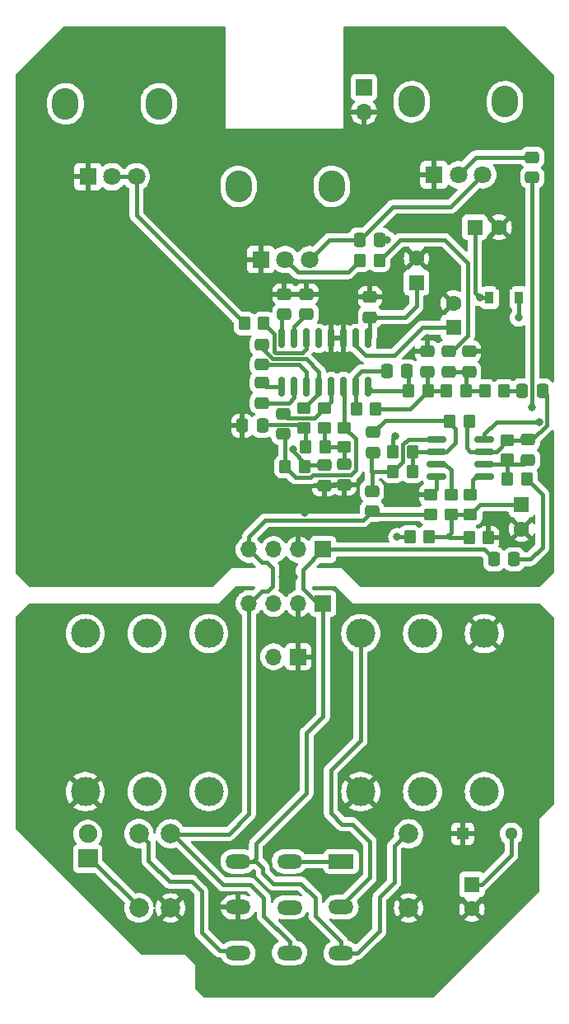
<source format=gbr>
%TF.GenerationSoftware,KiCad,Pcbnew,7.0.2-6a45011f42~172~ubuntu22.04.1*%
%TF.CreationDate,2023-05-29T14:24:00+01:00*%
%TF.ProjectId,rebote-smd,7265626f-7465-42d7-936d-642e6b696361,rev?*%
%TF.SameCoordinates,Original*%
%TF.FileFunction,Copper,L1,Top*%
%TF.FilePolarity,Positive*%
%FSLAX46Y46*%
G04 Gerber Fmt 4.6, Leading zero omitted, Abs format (unit mm)*
G04 Created by KiCad (PCBNEW 7.0.2-6a45011f42~172~ubuntu22.04.1) date 2023-05-29 14:24:00*
%MOMM*%
%LPD*%
G01*
G04 APERTURE LIST*
G04 Aperture macros list*
%AMRoundRect*
0 Rectangle with rounded corners*
0 $1 Rounding radius*
0 $2 $3 $4 $5 $6 $7 $8 $9 X,Y pos of 4 corners*
0 Add a 4 corners polygon primitive as box body*
4,1,4,$2,$3,$4,$5,$6,$7,$8,$9,$2,$3,0*
0 Add four circle primitives for the rounded corners*
1,1,$1+$1,$2,$3*
1,1,$1+$1,$4,$5*
1,1,$1+$1,$6,$7*
1,1,$1+$1,$8,$9*
0 Add four rect primitives between the rounded corners*
20,1,$1+$1,$2,$3,$4,$5,0*
20,1,$1+$1,$4,$5,$6,$7,0*
20,1,$1+$1,$6,$7,$8,$9,0*
20,1,$1+$1,$8,$9,$2,$3,0*%
%AMFreePoly0*
4,1,9,3.862500,-0.866500,0.737500,-0.866500,0.737500,-0.450000,-0.737500,-0.450000,-0.737500,0.450000,0.737500,0.450000,0.737500,0.866500,3.862500,0.866500,3.862500,-0.866500,3.862500,-0.866500,$1*%
G04 Aperture macros list end*
%TA.AperFunction,ComponentPad*%
%ADD10R,2.600000X1.500000*%
%TD*%
%TA.AperFunction,ComponentPad*%
%ADD11O,2.600000X1.500000*%
%TD*%
%TA.AperFunction,ComponentPad*%
%ADD12C,3.000000*%
%TD*%
%TA.AperFunction,ComponentPad*%
%ADD13R,1.700000X1.700000*%
%TD*%
%TA.AperFunction,ComponentPad*%
%ADD14O,1.700000X1.700000*%
%TD*%
%TA.AperFunction,ComponentPad*%
%ADD15R,1.600000X1.600000*%
%TD*%
%TA.AperFunction,ComponentPad*%
%ADD16C,1.600000*%
%TD*%
%TA.AperFunction,ComponentPad*%
%ADD17R,2.000000X1.900000*%
%TD*%
%TA.AperFunction,ComponentPad*%
%ADD18C,1.900000*%
%TD*%
%TA.AperFunction,ComponentPad*%
%ADD19C,1.998980*%
%TD*%
%TA.AperFunction,ComponentPad*%
%ADD20R,1.300000X1.300000*%
%TD*%
%TA.AperFunction,ComponentPad*%
%ADD21C,1.300000*%
%TD*%
%TA.AperFunction,SMDPad,CuDef*%
%ADD22RoundRect,0.250000X-0.475000X0.337500X-0.475000X-0.337500X0.475000X-0.337500X0.475000X0.337500X0*%
%TD*%
%TA.AperFunction,SMDPad,CuDef*%
%ADD23RoundRect,0.250000X0.475000X-0.337500X0.475000X0.337500X-0.475000X0.337500X-0.475000X-0.337500X0*%
%TD*%
%TA.AperFunction,ComponentPad*%
%ADD24O,2.720000X3.240000*%
%TD*%
%TA.AperFunction,ComponentPad*%
%ADD25R,1.800000X1.800000*%
%TD*%
%TA.AperFunction,ComponentPad*%
%ADD26C,1.800000*%
%TD*%
%TA.AperFunction,SMDPad,CuDef*%
%ADD27RoundRect,0.250000X0.450000X-0.350000X0.450000X0.350000X-0.450000X0.350000X-0.450000X-0.350000X0*%
%TD*%
%TA.AperFunction,SMDPad,CuDef*%
%ADD28RoundRect,0.250000X0.337500X0.475000X-0.337500X0.475000X-0.337500X-0.475000X0.337500X-0.475000X0*%
%TD*%
%TA.AperFunction,SMDPad,CuDef*%
%ADD29RoundRect,0.250000X-0.450000X0.350000X-0.450000X-0.350000X0.450000X-0.350000X0.450000X0.350000X0*%
%TD*%
%TA.AperFunction,SMDPad,CuDef*%
%ADD30RoundRect,0.250000X0.350000X0.450000X-0.350000X0.450000X-0.350000X-0.450000X0.350000X-0.450000X0*%
%TD*%
%TA.AperFunction,SMDPad,CuDef*%
%ADD31R,0.900000X1.300000*%
%TD*%
%TA.AperFunction,SMDPad,CuDef*%
%ADD32FreePoly0,90.000000*%
%TD*%
%TA.AperFunction,SMDPad,CuDef*%
%ADD33RoundRect,0.250000X-0.350000X-0.450000X0.350000X-0.450000X0.350000X0.450000X-0.350000X0.450000X0*%
%TD*%
%TA.AperFunction,SMDPad,CuDef*%
%ADD34RoundRect,0.250000X-0.337500X-0.475000X0.337500X-0.475000X0.337500X0.475000X-0.337500X0.475000X0*%
%TD*%
%TA.AperFunction,SMDPad,CuDef*%
%ADD35RoundRect,0.150000X-0.825000X-0.150000X0.825000X-0.150000X0.825000X0.150000X-0.825000X0.150000X0*%
%TD*%
%TA.AperFunction,SMDPad,CuDef*%
%ADD36RoundRect,0.150000X-0.150000X0.825000X-0.150000X-0.825000X0.150000X-0.825000X0.150000X0.825000X0*%
%TD*%
%TA.AperFunction,ViaPad*%
%ADD37C,0.800000*%
%TD*%
%TA.AperFunction,Conductor*%
%ADD38C,0.400000*%
%TD*%
G04 APERTURE END LIST*
D10*
%TO.P,SW1,1,A*%
%TO.N,Net-(SW1A-A)*%
X148550000Y-137825000D03*
D11*
%TO.P,SW1,2,A*%
X143250000Y-137825000D03*
%TO.P,SW1,3,A*%
%TO.N,I*%
X137950000Y-137825000D03*
%TO.P,SW1,4,B*%
%TO.N,Net-(SW1A-B)*%
X148550000Y-142525000D03*
%TO.P,SW1,5,B*%
%TO.N,Net-(SW1B-B)*%
X143250000Y-142550000D03*
%TO.P,SW1,6,B*%
%TO.N,GND*%
X137950000Y-142525000D03*
%TO.P,SW1,7,C*%
%TO.N,I*%
X148550000Y-147225000D03*
%TO.P,SW1,8,C*%
%TO.N,O*%
X143250000Y-147225000D03*
%TO.P,SW1,9,C*%
%TO.N,Net-(SW1C-C)*%
X137950000Y-147225000D03*
%TD*%
D12*
%TO.P,J3,R*%
%TO.N,unconnected-(J3-PadR)*%
X128595000Y-130665000D03*
%TO.P,J3,RN*%
%TO.N,unconnected-(J3-PadRN)*%
X128595000Y-114435000D03*
%TO.P,J3,S*%
%TO.N,GND*%
X122245000Y-130665000D03*
%TO.P,J3,SN*%
%TO.N,unconnected-(J3-PadSN)*%
X122245000Y-114435000D03*
%TO.P,J3,T*%
%TO.N,Net-(SW1B-B)*%
X134945000Y-130665000D03*
%TO.P,J3,TN*%
%TO.N,unconnected-(J3-PadTN)*%
X134945000Y-114435000D03*
%TD*%
D13*
%TO.P,J1,1,P1*%
%TO.N,+9V*%
X150910000Y-58325000D03*
D14*
%TO.P,J1,2,P2*%
%TO.N,GND*%
X150910000Y-60865000D03*
%TD*%
D13*
%TO.P,JOVGI1,1,P1*%
%TO.N,I*%
X146700000Y-111350000D03*
D14*
%TO.P,JOVGI1,2,P2*%
%TO.N,GND*%
X144160000Y-111350000D03*
%TO.P,JOVGI1,3,P3*%
%TO.N,+9V*%
X141620000Y-111350000D03*
%TO.P,JOVGI1,4,P4*%
%TO.N,O*%
X139080000Y-111350000D03*
%TD*%
D13*
%TO.P,JOVGI2,1,P1*%
%TO.N,I*%
X146700000Y-105800000D03*
D14*
%TO.P,JOVGI2,2,P2*%
%TO.N,GND*%
X144160000Y-105800000D03*
%TO.P,JOVGI2,3,P3*%
%TO.N,+9V*%
X141620000Y-105800000D03*
%TO.P,JOVGI2,4,P4*%
%TO.N,O*%
X139080000Y-105800000D03*
%TD*%
D15*
%TO.P,C2,1*%
%TO.N,+9V*%
X162000000Y-140200000D03*
D16*
%TO.P,C2,2*%
%TO.N,GND*%
X162000000Y-142700000D03*
%TD*%
D17*
%TO.P,D1,1,K*%
%TO.N,Net-(D1-K)*%
X122500000Y-137540000D03*
D18*
%TO.P,D1,2,A*%
%TO.N,+9V*%
X122500000Y-135000000D03*
%TD*%
D19*
%TO.P,R1,1*%
%TO.N,I*%
X155500000Y-135000000D03*
%TO.P,R1,2*%
%TO.N,GND*%
X155500000Y-142620000D03*
%TD*%
%TO.P,R2,1*%
%TO.N,Net-(D1-K)*%
X127760000Y-142600000D03*
%TO.P,R2,2*%
%TO.N,Net-(SW1C-C)*%
X127760000Y-134980000D03*
%TD*%
%TO.P,R3,1*%
%TO.N,O*%
X131010000Y-135000000D03*
%TO.P,R3,2*%
%TO.N,GND*%
X131010000Y-142620000D03*
%TD*%
D20*
%TO.P,C1,1*%
%TO.N,GND*%
X161050000Y-135000000D03*
D21*
%TO.P,C1,2*%
%TO.N,+9V*%
X166050000Y-135000000D03*
%TD*%
D13*
%TO.P,J4,1,P1*%
%TO.N,GND*%
X144140000Y-116810000D03*
D14*
%TO.P,J4,2,P2*%
%TO.N,+9V*%
X141600000Y-116810000D03*
%TD*%
D12*
%TO.P,J2,R*%
%TO.N,unconnected-(J2-PadR)*%
X156925000Y-114435000D03*
%TO.P,J2,RN*%
%TO.N,unconnected-(J2-PadRN)*%
X156925000Y-130665000D03*
%TO.P,J2,S*%
%TO.N,GND*%
X163275000Y-114435000D03*
%TO.P,J2,SN*%
%TO.N,unconnected-(J2-PadSN)*%
X163275000Y-130665000D03*
%TO.P,J2,T*%
%TO.N,Net-(SW1A-B)*%
X150575000Y-114435000D03*
%TO.P,J2,TN*%
%TO.N,GND*%
X150575000Y-130665000D03*
%TD*%
D22*
%TO.P,C15,1*%
%TO.N,GND*%
X142710000Y-79562500D03*
%TO.P,C15,2*%
%TO.N,Net-(U3-CC0)*%
X142710000Y-81637500D03*
%TD*%
D23*
%TO.P,C6,1*%
%TO.N,Net-(U1B--)*%
X167766000Y-96602500D03*
%TO.P,C6,2*%
%TO.N,AI*%
X167766000Y-94527500D03*
%TD*%
D24*
%TO.P,RV2,*%
%TO.N,*%
X138010000Y-68525000D03*
X147610000Y-68525000D03*
D25*
%TO.P,RV2,1,1*%
%TO.N,GND*%
X140310000Y-76025000D03*
D26*
%TO.P,RV2,2,2*%
%TO.N,Net-(R18-Pad2)*%
X142810000Y-76025000D03*
%TO.P,RV2,3,3*%
%TO.N,Net-(C25-Pad2)*%
X145310000Y-76025000D03*
%TD*%
D27*
%TO.P,R7,1*%
%TO.N,VD*%
X161866000Y-102165000D03*
%TO.P,R7,2*%
%TO.N,Net-(U1B-+)*%
X161866000Y-100165000D03*
%TD*%
D28*
%TO.P,C5,1*%
%TO.N,AI*%
X169247500Y-89500000D03*
%TO.P,C5,2*%
%TO.N,Net-(C5-Pad2)*%
X167172500Y-89500000D03*
%TD*%
D22*
%TO.P,C20,1*%
%TO.N,Net-(C16-Pad2)*%
X151731000Y-99792500D03*
%TO.P,C20,2*%
%TO.N,O*%
X151731000Y-101867500D03*
%TD*%
D29*
%TO.P,R20,1*%
%TO.N,GND*%
X157766000Y-100165000D03*
%TO.P,R20,2*%
%TO.N,O*%
X157766000Y-102165000D03*
%TD*%
D30*
%TO.P,R15,1*%
%TO.N,Net-(U3-VCO)*%
X140610000Y-82600000D03*
%TO.P,R15,2*%
%TO.N,Net-(R15-Pad2)*%
X138610000Y-82600000D03*
%TD*%
D15*
%TO.P,C10,1*%
%TO.N,+5V*%
X162304888Y-72700000D03*
D16*
%TO.P,C10,2*%
%TO.N,GND*%
X164804888Y-72700000D03*
%TD*%
D28*
%TO.P,C25,1*%
%TO.N,Net-(C24-Pad2)*%
X152547500Y-74000000D03*
%TO.P,C25,2*%
%TO.N,Net-(C25-Pad2)*%
X150472500Y-74000000D03*
%TD*%
D24*
%TO.P,RV1,*%
%TO.N,*%
X120210000Y-60025000D03*
X129810000Y-60025000D03*
D25*
%TO.P,RV1,1,1*%
%TO.N,GND*%
X122510000Y-67525000D03*
D26*
%TO.P,RV1,2,2*%
%TO.N,Net-(R15-Pad2)*%
X125010000Y-67525000D03*
%TO.P,RV1,3,3*%
X127510000Y-67525000D03*
%TD*%
D31*
%TO.P,U2,1,OUT*%
%TO.N,+5V*%
X163810000Y-79950000D03*
D32*
%TO.P,U2,2,GND*%
%TO.N,GND*%
X165310000Y-79862500D03*
D31*
%TO.P,U2,3,IN*%
%TO.N,+9V*%
X166810000Y-79950000D03*
%TD*%
D30*
%TO.P,R6,1*%
%TO.N,Net-(C4-Pad2)*%
X167666000Y-98565000D03*
%TO.P,R6,2*%
%TO.N,Net-(U1B--)*%
X165666000Y-98565000D03*
%TD*%
D22*
%TO.P,C9,1*%
%TO.N,GND*%
X151510000Y-79862500D03*
%TO.P,C9,2*%
%TO.N,+5V*%
X151510000Y-81937500D03*
%TD*%
D30*
%TO.P,R13,1*%
%TO.N,AI*%
X161710000Y-92600000D03*
%TO.P,R13,2*%
%TO.N,Net-(U1A--)*%
X159710000Y-92600000D03*
%TD*%
D33*
%TO.P,R21,1*%
%TO.N,Net-(C21-Pad2)*%
X144910000Y-95300000D03*
%TO.P,R21,2*%
%TO.N,Net-(C22-Pad2)*%
X146910000Y-95300000D03*
%TD*%
D23*
%TO.P,C24,1*%
%TO.N,GND*%
X146810000Y-99237500D03*
%TO.P,C24,2*%
%TO.N,Net-(C24-Pad2)*%
X146810000Y-97162500D03*
%TD*%
D28*
%TO.P,C11,1*%
%TO.N,LPF1-IN*%
X155347500Y-87500000D03*
%TO.P,C11,2*%
%TO.N,LPF1-OUT*%
X153272500Y-87500000D03*
%TD*%
D33*
%TO.P,R24,1*%
%TO.N,LPF2-OUT*%
X142810000Y-97300000D03*
%TO.P,R24,2*%
%TO.N,Net-(C24-Pad2)*%
X144810000Y-97300000D03*
%TD*%
D15*
%TO.P,C13,1*%
%TO.N,Net-(U3-REF)*%
X160110000Y-83000000D03*
D16*
%TO.P,C13,2*%
%TO.N,GND*%
X160110000Y-80500000D03*
%TD*%
D22*
%TO.P,C7,1*%
%TO.N,GND*%
X161710000Y-85462500D03*
%TO.P,C7,2*%
%TO.N,Net-(C17-Pad1)*%
X161710000Y-87537500D03*
%TD*%
%TO.P,C16,1*%
%TO.N,Net-(U1A--)*%
X151866000Y-93765000D03*
%TO.P,C16,2*%
%TO.N,Net-(C16-Pad2)*%
X151866000Y-95840000D03*
%TD*%
D27*
%TO.P,R8,1*%
%TO.N,Net-(U1B--)*%
X165666000Y-96565000D03*
%TO.P,R8,2*%
%TO.N,AI*%
X165666000Y-94565000D03*
%TD*%
D23*
%TO.P,C18,1*%
%TO.N,Net-(U3-OP2-IN)*%
X140410000Y-86837500D03*
%TO.P,C18,2*%
%TO.N,DELAY_OUT*%
X140410000Y-84762500D03*
%TD*%
%TO.P,C22,1*%
%TO.N,GND*%
X148910000Y-99137500D03*
%TO.P,C22,2*%
%TO.N,Net-(C22-Pad2)*%
X148910000Y-97062500D03*
%TD*%
D27*
%TO.P,R16,1*%
%TO.N,VD*%
X159866000Y-102165000D03*
%TO.P,R16,2*%
%TO.N,Net-(U1A-+)*%
X159866000Y-100165000D03*
%TD*%
D22*
%TO.P,C19,1*%
%TO.N,Net-(U3-OP1-OUT)*%
X140410000Y-88662500D03*
%TO.P,C19,2*%
%TO.N,Net-(U3-OP1-IN)*%
X140410000Y-90737500D03*
%TD*%
D30*
%TO.P,R17,1*%
%TO.N,Net-(U1A--)*%
X155866000Y-97765000D03*
%TO.P,R17,2*%
%TO.N,Net-(C16-Pad2)*%
X153866000Y-97765000D03*
%TD*%
D22*
%TO.P,C14,1*%
%TO.N,GND*%
X145010000Y-79562500D03*
%TO.P,C14,2*%
%TO.N,Net-(U3-CC1)*%
X145010000Y-81637500D03*
%TD*%
D30*
%TO.P,R18,1*%
%TO.N,Net-(C17-Pad2)*%
X152510000Y-76100000D03*
%TO.P,R18,2*%
%TO.N,Net-(R18-Pad2)*%
X150510000Y-76100000D03*
%TD*%
D27*
%TO.P,R22,1*%
%TO.N,Net-(C22-Pad2)*%
X146810000Y-93300000D03*
%TO.P,R22,2*%
%TO.N,LPF2-IN*%
X146810000Y-91300000D03*
%TD*%
D22*
%TO.P,C8,1*%
%TO.N,GND*%
X157410000Y-85462500D03*
%TO.P,C8,2*%
%TO.N,Net-(C8-Pad2)*%
X157410000Y-87537500D03*
%TD*%
D34*
%TO.P,C4,1*%
%TO.N,I*%
X164272500Y-106800000D03*
%TO.P,C4,2*%
%TO.N,Net-(C4-Pad2)*%
X166347500Y-106800000D03*
%TD*%
D35*
%TO.P,U1,1*%
%TO.N,Net-(C16-Pad2)*%
X158341000Y-94460000D03*
%TO.P,U1,2,-*%
%TO.N,Net-(U1A--)*%
X158341000Y-95730000D03*
%TO.P,U1,3,+*%
%TO.N,Net-(U1A-+)*%
X158341000Y-97000000D03*
%TO.P,U1,4,V-*%
%TO.N,GND*%
X158341000Y-98270000D03*
%TO.P,U1,5,+*%
%TO.N,Net-(U1B-+)*%
X163291000Y-98270000D03*
%TO.P,U1,6,-*%
%TO.N,Net-(U1B--)*%
X163291000Y-97000000D03*
%TO.P,U1,7*%
%TO.N,AI*%
X163291000Y-95730000D03*
%TO.P,U1,8,V+*%
%TO.N,+9V*%
X163291000Y-94460000D03*
%TD*%
D15*
%TO.P,C3,1*%
%TO.N,VD*%
X167110000Y-101194888D03*
D16*
%TO.P,C3,2*%
%TO.N,GND*%
X167110000Y-103694888D03*
%TD*%
D33*
%TO.P,R4,1*%
%TO.N,+9V*%
X155610000Y-104500000D03*
%TO.P,R4,2*%
%TO.N,VD*%
X157610000Y-104500000D03*
%TD*%
D23*
%TO.P,C17,1*%
%TO.N,Net-(C17-Pad1)*%
X159610000Y-87537500D03*
%TO.P,C17,2*%
%TO.N,Net-(C17-Pad2)*%
X159610000Y-85462500D03*
%TD*%
D30*
%TO.P,R11,1*%
%TO.N,Net-(C8-Pad2)*%
X157510000Y-89500000D03*
%TO.P,R11,2*%
%TO.N,LPF1-IN*%
X155510000Y-89500000D03*
%TD*%
D29*
%TO.P,R19,1*%
%TO.N,DELAY_OUT*%
X144710000Y-91300000D03*
%TO.P,R19,2*%
%TO.N,Net-(C21-Pad2)*%
X144710000Y-93300000D03*
%TD*%
D36*
%TO.P,U3,1,VCC*%
%TO.N,+5V*%
X151355000Y-84125000D03*
%TO.P,U3,2,REF*%
%TO.N,Net-(U3-REF)*%
X150085000Y-84125000D03*
%TO.P,U3,3,AGND*%
%TO.N,GND*%
X148815000Y-84125000D03*
%TO.P,U3,4,DGND*%
X147545000Y-84125000D03*
%TO.P,U3,5,CLK_O*%
%TO.N,unconnected-(U3-CLK_O-Pad5)*%
X146275000Y-84125000D03*
%TO.P,U3,6,VCO*%
%TO.N,Net-(U3-VCO)*%
X145005000Y-84125000D03*
%TO.P,U3,7,CC1*%
%TO.N,Net-(U3-CC1)*%
X143735000Y-84125000D03*
%TO.P,U3,8,CC0*%
%TO.N,Net-(U3-CC0)*%
X142465000Y-84125000D03*
%TO.P,U3,9,OP1-OUT*%
%TO.N,Net-(U3-OP1-OUT)*%
X142465000Y-89075000D03*
%TO.P,U3,10,OP1-IN*%
%TO.N,Net-(U3-OP1-IN)*%
X143735000Y-89075000D03*
%TO.P,U3,11,OP2-IN*%
%TO.N,Net-(U3-OP2-IN)*%
X145005000Y-89075000D03*
%TO.P,U3,12,OP2-OUT*%
%TO.N,DELAY_OUT*%
X146275000Y-89075000D03*
%TO.P,U3,13,LPF2-IN*%
%TO.N,LPF2-IN*%
X147545000Y-89075000D03*
%TO.P,U3,14,LPF2-OUT*%
%TO.N,LPF2-OUT*%
X148815000Y-89075000D03*
%TO.P,U3,15,LPF1-OUT*%
%TO.N,LPF1-OUT*%
X150085000Y-89075000D03*
%TO.P,U3,16,LPF1-IN*%
%TO.N,LPF1-IN*%
X151355000Y-89075000D03*
%TD*%
D15*
%TO.P,C12,1*%
%TO.N,+5V*%
X156310000Y-78400000D03*
D16*
%TO.P,C12,2*%
%TO.N,GND*%
X156310000Y-75900000D03*
%TD*%
D30*
%TO.P,R10,1*%
%TO.N,Net-(C17-Pad1)*%
X161410000Y-89500000D03*
%TO.P,R10,2*%
%TO.N,Net-(C8-Pad2)*%
X159410000Y-89500000D03*
%TD*%
D27*
%TO.P,R23,1*%
%TO.N,Net-(C22-Pad2)*%
X148910000Y-95300000D03*
%TO.P,R23,2*%
%TO.N,LPF2-OUT*%
X148910000Y-93300000D03*
%TD*%
D33*
%TO.P,R5,1*%
%TO.N,VD*%
X161710000Y-104600000D03*
%TO.P,R5,2*%
%TO.N,GND*%
X163710000Y-104600000D03*
%TD*%
%TO.P,R14,1*%
%TO.N,Net-(C26-Pad2)*%
X153866000Y-95765000D03*
%TO.P,R14,2*%
%TO.N,Net-(U1A--)*%
X155866000Y-95765000D03*
%TD*%
D22*
%TO.P,C23,1*%
%TO.N,LPF2-IN*%
X142610000Y-91862500D03*
%TO.P,C23,2*%
%TO.N,LPF2-OUT*%
X142610000Y-93937500D03*
%TD*%
%TO.P,C26,1*%
%TO.N,Net-(C26-Pad1)*%
X168210000Y-65525000D03*
%TO.P,C26,2*%
%TO.N,Net-(C26-Pad2)*%
X168210000Y-67600000D03*
%TD*%
D30*
%TO.P,R12,1*%
%TO.N,Net-(C8-Pad2)*%
X152110000Y-91400000D03*
%TO.P,R12,2*%
%TO.N,LPF1-OUT*%
X150110000Y-91400000D03*
%TD*%
D34*
%TO.P,C21,1*%
%TO.N,GND*%
X138372500Y-93100000D03*
%TO.P,C21,2*%
%TO.N,Net-(C21-Pad2)*%
X140447500Y-93100000D03*
%TD*%
D24*
%TO.P,RV3,*%
%TO.N,*%
X155810000Y-59825000D03*
X165410000Y-59825000D03*
D25*
%TO.P,RV3,1,1*%
%TO.N,GND*%
X158110000Y-67325000D03*
D26*
%TO.P,RV3,2,2*%
%TO.N,Net-(C26-Pad1)*%
X160610000Y-67325000D03*
%TO.P,RV3,3,3*%
%TO.N,Net-(C25-Pad2)*%
X163110000Y-67325000D03*
%TD*%
D30*
%TO.P,R9,1*%
%TO.N,Net-(C5-Pad2)*%
X165310000Y-89500000D03*
%TO.P,R9,2*%
%TO.N,Net-(C17-Pad1)*%
X163310000Y-89500000D03*
%TD*%
D37*
%TO.N,GND*%
X144810000Y-102000000D03*
X135110000Y-109200000D03*
X165610000Y-104900000D03*
X143710000Y-108600000D03*
X150710000Y-109100000D03*
X157410000Y-84100000D03*
X156266000Y-100165000D03*
X142510000Y-108600000D03*
X141610000Y-99900000D03*
X143110000Y-108600000D03*
%TO.N,+9V*%
X154310000Y-104500000D03*
X168910000Y-92700000D03*
X166810000Y-82000000D03*
%TO.N,+5V*%
X162810000Y-79900000D03*
%TO.N,Net-(C24-Pad2)*%
X153310000Y-74000000D03*
X143610000Y-95500000D03*
%TO.N,Net-(C26-Pad2)*%
X168210000Y-91200000D03*
X154110000Y-94200000D03*
%TD*%
D38*
%TO.N,O*%
X151731000Y-101867500D02*
X150798500Y-102800000D01*
X150798500Y-102800000D02*
X140760000Y-102800000D01*
X139080000Y-104480000D02*
X139080000Y-105800000D01*
X140760000Y-102800000D02*
X139080000Y-104480000D01*
X157766000Y-102165000D02*
X152028500Y-102165000D01*
X152028500Y-102165000D02*
X151731000Y-101867500D01*
%TO.N,Net-(C4-Pad2)*%
X166347500Y-106800000D02*
X168010000Y-106800000D01*
X168010000Y-106800000D02*
X169260000Y-105550000D01*
X169260000Y-105550000D02*
X169260000Y-100159000D01*
X169260000Y-100159000D02*
X167666000Y-98565000D01*
%TO.N,GND*%
X158341000Y-99590000D02*
X157766000Y-100165000D01*
X158341000Y-98270000D02*
X158341000Y-99590000D01*
%TO.N,+9V*%
X166810000Y-79950000D02*
X166810000Y-82000000D01*
X162000000Y-140200000D02*
X163000000Y-140200000D01*
X163291000Y-93919000D02*
X164510000Y-92700000D01*
X163291000Y-94460000D02*
X163291000Y-93919000D01*
X163000000Y-140200000D02*
X166050000Y-137150000D01*
X166050000Y-137150000D02*
X166050000Y-135000000D01*
X155610000Y-104500000D02*
X154310000Y-104500000D01*
X164510000Y-92700000D02*
X168910000Y-92700000D01*
%TO.N,Net-(D1-K)*%
X122750000Y-137500000D02*
X127750000Y-142500000D01*
X122500000Y-137500000D02*
X122750000Y-137500000D01*
%TO.N,O*%
X139080000Y-111350000D02*
X139080000Y-132920000D01*
X141510000Y-107700000D02*
X141510000Y-109600000D01*
X140380000Y-107100000D02*
X140910000Y-107100000D01*
X131000000Y-135020000D02*
X131220000Y-135020000D01*
X140388909Y-110100000D02*
X139138909Y-111350000D01*
X140600000Y-143425000D02*
X143250000Y-146075000D01*
X141010000Y-110100000D02*
X140388909Y-110100000D01*
X139080000Y-105800000D02*
X140380000Y-107100000D01*
X136980000Y-135020000D02*
X131000000Y-135020000D01*
X139080000Y-132920000D02*
X136980000Y-135020000D01*
X139138909Y-111350000D02*
X139080000Y-111350000D01*
X131220000Y-135020000D02*
X136400000Y-140200000D01*
X140910000Y-107100000D02*
X141510000Y-107700000D01*
X143250000Y-146075000D02*
X143250000Y-147225000D01*
X140600000Y-141600000D02*
X140600000Y-143425000D01*
X139200000Y-140200000D02*
X140600000Y-141600000D01*
X136400000Y-140200000D02*
X139200000Y-140200000D01*
X141510000Y-109600000D02*
X141010000Y-110100000D01*
%TO.N,I*%
X148550000Y-146075000D02*
X145900000Y-143425000D01*
X151925000Y-145575000D02*
X152500000Y-145000000D01*
X148550000Y-147225000D02*
X148550000Y-146075000D01*
X152500000Y-145000000D02*
X152500000Y-141500000D01*
X141600000Y-140100000D02*
X140500000Y-139000000D01*
X146160000Y-111350000D02*
X146700000Y-111350000D01*
X151900000Y-145575000D02*
X151925000Y-145575000D01*
X146700000Y-111350000D02*
X146700000Y-122940000D01*
X154000000Y-140000000D02*
X154000000Y-136250000D01*
X139825000Y-137825000D02*
X139500000Y-137825000D01*
X146700000Y-105800000D02*
X163272500Y-105800000D01*
X140500000Y-138500000D02*
X139825000Y-137825000D01*
X163272500Y-105800000D02*
X164272500Y-106800000D01*
X154000000Y-136250000D02*
X155500000Y-134750000D01*
X146700000Y-122940000D02*
X145000000Y-124640000D01*
X145000000Y-130800000D02*
X139800000Y-136000000D01*
X144610000Y-107890000D02*
X144610000Y-109800000D01*
X140500000Y-139000000D02*
X140500000Y-138500000D01*
X145900000Y-141600000D02*
X144400000Y-140100000D01*
X145000000Y-124640000D02*
X145000000Y-130800000D01*
X139800000Y-137525000D02*
X139500000Y-137825000D01*
X150250000Y-147225000D02*
X151900000Y-145575000D01*
X137950000Y-137825000D02*
X139500000Y-137825000D01*
X139800000Y-136000000D02*
X139800000Y-137525000D01*
X148550000Y-147225000D02*
X150250000Y-147225000D01*
X144400000Y-140100000D02*
X141600000Y-140100000D01*
X146700000Y-105800000D02*
X144610000Y-107890000D01*
X144610000Y-109800000D02*
X146160000Y-111350000D01*
X145900000Y-143425000D02*
X145900000Y-141600000D01*
X152500000Y-141500000D02*
X154000000Y-140000000D01*
%TO.N,Net-(SW1C-C)*%
X133200000Y-139900000D02*
X134200000Y-140900000D01*
X130900000Y-139900000D02*
X133200000Y-139900000D01*
X137725000Y-147000000D02*
X137950000Y-147225000D01*
X128749489Y-137749489D02*
X130900000Y-139900000D01*
X128749489Y-135879489D02*
X128749489Y-137749489D01*
X134200000Y-140900000D02*
X134200000Y-145100000D01*
X127750000Y-135000000D02*
X127870000Y-135000000D01*
X127870000Y-135000000D02*
X128749489Y-135879489D01*
X134200000Y-145100000D02*
X136100000Y-147000000D01*
X136100000Y-147000000D02*
X137725000Y-147000000D01*
%TO.N,Net-(SW1A-A)*%
X143250000Y-137825000D02*
X148550000Y-137825000D01*
%TO.N,VD*%
X157610000Y-104500000D02*
X159410000Y-104500000D01*
X161866000Y-102165000D02*
X162836112Y-101194888D01*
X159866000Y-102165000D02*
X159866000Y-104044000D01*
X161866000Y-102165000D02*
X159866000Y-102165000D01*
X159710000Y-104600000D02*
X159610000Y-104500000D01*
X161710000Y-104600000D02*
X159710000Y-104600000D01*
X162836112Y-101194888D02*
X167110000Y-101194888D01*
X159866000Y-104044000D02*
X159410000Y-104500000D01*
%TO.N,AI*%
X161466000Y-92565000D02*
X161466000Y-95365000D01*
X167728500Y-94565000D02*
X167766000Y-94527500D01*
X167766000Y-94527500D02*
X168213871Y-94527500D01*
X161831000Y-95730000D02*
X163291000Y-95730000D01*
X169710000Y-89962500D02*
X169247500Y-89500000D01*
X164501000Y-95730000D02*
X165666000Y-94565000D01*
X163291000Y-95730000D02*
X164501000Y-95730000D01*
X161466000Y-95365000D02*
X161831000Y-95730000D01*
X169710000Y-93031371D02*
X169710000Y-89962500D01*
X168213871Y-94527500D02*
X169710000Y-93031371D01*
X165666000Y-94565000D02*
X167728500Y-94565000D01*
%TO.N,Net-(C5-Pad2)*%
X167172500Y-89500000D02*
X165310000Y-89500000D01*
%TO.N,Net-(U1B--)*%
X167368500Y-97000000D02*
X167766000Y-96602500D01*
X163291000Y-97000000D02*
X167368500Y-97000000D01*
X165666000Y-98565000D02*
X165666000Y-96565000D01*
%TO.N,Net-(C17-Pad1)*%
X161410000Y-87837500D02*
X161710000Y-87537500D01*
X161410000Y-89500000D02*
X161410000Y-87837500D01*
X159610000Y-87537500D02*
X161710000Y-87537500D01*
X163310000Y-89500000D02*
X161410000Y-89500000D01*
%TO.N,Net-(C8-Pad2)*%
X157410000Y-89400000D02*
X157510000Y-89500000D01*
X159410000Y-89500000D02*
X157510000Y-89500000D01*
X155610000Y-91400000D02*
X157510000Y-89500000D01*
X152110000Y-91400000D02*
X155610000Y-91400000D01*
X157410000Y-87537500D02*
X157410000Y-89400000D01*
%TO.N,+5V*%
X162304888Y-72700000D02*
X162304888Y-79394888D01*
X151510000Y-83970000D02*
X151355000Y-84125000D01*
X156310000Y-80805113D02*
X156310000Y-78400000D01*
X162304888Y-79394888D02*
X162810000Y-79900000D01*
X151510000Y-81937500D02*
X151510000Y-83970000D01*
X151510000Y-81937500D02*
X155177613Y-81937500D01*
X162860000Y-79950000D02*
X162810000Y-79900000D01*
X155177613Y-81937500D02*
X156310000Y-80805113D01*
X163810000Y-79950000D02*
X162860000Y-79950000D01*
%TO.N,LPF1-IN*%
X155510000Y-89500000D02*
X151780000Y-89500000D01*
X151780000Y-89500000D02*
X151355000Y-89075000D01*
X155510000Y-87662500D02*
X155347500Y-87500000D01*
X155510000Y-89500000D02*
X155510000Y-87662500D01*
%TO.N,LPF1-OUT*%
X150085000Y-89075000D02*
X150085000Y-91375000D01*
X150085000Y-91375000D02*
X150110000Y-91400000D01*
X153272500Y-87500000D02*
X150610000Y-87500000D01*
X150610000Y-87500000D02*
X150085000Y-88025000D01*
X150085000Y-88025000D02*
X150085000Y-89075000D01*
%TO.N,Net-(U3-REF)*%
X154010000Y-85900000D02*
X151110000Y-85900000D01*
X160110000Y-83000000D02*
X156910000Y-83000000D01*
X156910000Y-83000000D02*
X154010000Y-85900000D01*
X150085000Y-84875000D02*
X150085000Y-84125000D01*
X151110000Y-85900000D02*
X150085000Y-84875000D01*
%TO.N,Net-(U3-CC1)*%
X143735000Y-82912500D02*
X145010000Y-81637500D01*
X143735000Y-84125000D02*
X143735000Y-82912500D01*
%TO.N,Net-(U3-CC0)*%
X142465000Y-84125000D02*
X142465000Y-81882500D01*
X142465000Y-81882500D02*
X142710000Y-81637500D01*
%TO.N,Net-(U1A--)*%
X159466000Y-92565000D02*
X153066000Y-92565000D01*
X155866000Y-97765000D02*
X155866000Y-95765000D01*
X160266000Y-93365000D02*
X159466000Y-92565000D01*
X159401000Y-95730000D02*
X160266000Y-94865000D01*
X155901000Y-95730000D02*
X155866000Y-95765000D01*
X158341000Y-95730000D02*
X159401000Y-95730000D01*
X158341000Y-95730000D02*
X155901000Y-95730000D01*
X160266000Y-94865000D02*
X160266000Y-93365000D01*
X153066000Y-92565000D02*
X151866000Y-93765000D01*
%TO.N,Net-(C16-Pad2)*%
X154866000Y-96765000D02*
X153866000Y-97765000D01*
X151731000Y-97830000D02*
X151666000Y-97765000D01*
X151731000Y-99792500D02*
X151731000Y-97830000D01*
X151666000Y-96040000D02*
X151666000Y-97765000D01*
X154866000Y-95045761D02*
X154866000Y-96765000D01*
X155451761Y-94460000D02*
X154866000Y-95045761D01*
X158341000Y-94460000D02*
X155451761Y-94460000D01*
X153866000Y-97765000D02*
X151666000Y-97765000D01*
X151866000Y-95840000D02*
X151666000Y-96040000D01*
%TO.N,Net-(C17-Pad2)*%
X159947500Y-85462500D02*
X161610000Y-83800000D01*
X161610000Y-76400000D02*
X159210000Y-74000000D01*
X159610000Y-85462500D02*
X159947500Y-85462500D01*
X154610000Y-74000000D02*
X152510000Y-76100000D01*
X159210000Y-74000000D02*
X154610000Y-74000000D01*
X161610000Y-83800000D02*
X161610000Y-76400000D01*
%TO.N,Net-(U3-OP2-IN)*%
X144247500Y-86837500D02*
X145005000Y-87595000D01*
X145005000Y-87595000D02*
X145005000Y-89075000D01*
X140410000Y-86837500D02*
X144247500Y-86837500D01*
%TO.N,DELAY_OUT*%
X141547500Y-86237500D02*
X144947500Y-86237500D01*
X144947500Y-86237500D02*
X146275000Y-87565000D01*
X146275000Y-89735000D02*
X146275000Y-89075000D01*
X146275000Y-87565000D02*
X146275000Y-89075000D01*
X140410000Y-85100000D02*
X141547500Y-86237500D01*
X140410000Y-84762500D02*
X140410000Y-85100000D01*
X144710000Y-91300000D02*
X146275000Y-89735000D01*
%TO.N,Net-(U3-OP1-OUT)*%
X140822500Y-89075000D02*
X140410000Y-88662500D01*
X142465000Y-89075000D02*
X140822500Y-89075000D01*
%TO.N,Net-(U3-OP1-IN)*%
X143735000Y-90175000D02*
X143172500Y-90737500D01*
X143735000Y-89075000D02*
X143735000Y-90175000D01*
X143172500Y-90737500D02*
X140410000Y-90737500D01*
%TO.N,Net-(C21-Pad2)*%
X144360000Y-92950000D02*
X140597500Y-92950000D01*
X144710000Y-93300000D02*
X144360000Y-92950000D01*
X140597500Y-92950000D02*
X140447500Y-93100000D01*
X144910000Y-95300000D02*
X144910000Y-93500000D01*
X144910000Y-93500000D02*
X144710000Y-93300000D01*
%TO.N,Net-(C22-Pad2)*%
X146810000Y-95200000D02*
X146910000Y-95300000D01*
X148910000Y-95300000D02*
X148910000Y-97062500D01*
X148910000Y-95300000D02*
X146910000Y-95300000D01*
X146810000Y-93300000D02*
X146810000Y-95200000D01*
%TO.N,LPF2-IN*%
X143047500Y-92300000D02*
X145810000Y-92300000D01*
X142610000Y-91862500D02*
X143047500Y-92300000D01*
X147545000Y-90565000D02*
X146810000Y-91300000D01*
X145810000Y-92300000D02*
X146810000Y-91300000D01*
X147545000Y-89075000D02*
X147545000Y-90565000D01*
%TO.N,LPF2-OUT*%
X148910000Y-93300000D02*
X150035000Y-94425000D01*
X150035000Y-94425000D02*
X150035000Y-97669239D01*
X145429239Y-98400000D02*
X143910000Y-98400000D01*
X150035000Y-97669239D02*
X149554239Y-98150000D01*
X145679239Y-98150000D02*
X145429239Y-98400000D01*
X143910000Y-98400000D02*
X142810000Y-97300000D01*
X148910000Y-89170000D02*
X148815000Y-89075000D01*
X149554239Y-98150000D02*
X145679239Y-98150000D01*
X142810000Y-97300000D02*
X142810000Y-94137500D01*
X142810000Y-94137500D02*
X142610000Y-93937500D01*
X148910000Y-93300000D02*
X148910000Y-89170000D01*
%TO.N,Net-(C24-Pad2)*%
X144947500Y-97162500D02*
X144810000Y-97300000D01*
X143610000Y-95719239D02*
X143610000Y-95500000D01*
X144810000Y-97300000D02*
X144810000Y-96919239D01*
X144810000Y-96919239D02*
X143610000Y-95719239D01*
X146810000Y-97162500D02*
X144947500Y-97162500D01*
%TO.N,Net-(C25-Pad2)*%
X150472500Y-74000000D02*
X153872500Y-70600000D01*
X159835000Y-70600000D02*
X163110000Y-67325000D01*
X150472500Y-74000000D02*
X147335000Y-74000000D01*
X153872500Y-70600000D02*
X159835000Y-70600000D01*
X147335000Y-74000000D02*
X145310000Y-76025000D01*
%TO.N,Net-(C26-Pad1)*%
X160610000Y-67325000D02*
X162410000Y-65525000D01*
X162410000Y-65525000D02*
X168210000Y-65525000D01*
%TO.N,Net-(C26-Pad2)*%
X168210000Y-67600000D02*
X168210000Y-91200000D01*
X153866000Y-94444000D02*
X154110000Y-94200000D01*
X153866000Y-95765000D02*
X153866000Y-94444000D01*
%TO.N,Net-(SW1A-B)*%
X150550000Y-125420000D02*
X150550000Y-114530000D01*
X151500000Y-139500000D02*
X151500000Y-135820000D01*
X148660000Y-134010000D02*
X147480000Y-132830000D01*
X148550000Y-142450000D02*
X151500000Y-139500000D01*
X148550000Y-142525000D02*
X148550000Y-142450000D01*
X149690000Y-134010000D02*
X148660000Y-134010000D01*
X147480000Y-132830000D02*
X147480000Y-128490000D01*
X147480000Y-128490000D02*
X150550000Y-125420000D01*
X151500000Y-135820000D02*
X149690000Y-134010000D01*
%TO.N,Net-(U1B-+)*%
X162066000Y-98665000D02*
X162066000Y-99965000D01*
X162066000Y-99965000D02*
X161866000Y-100165000D01*
X163291000Y-98270000D02*
X162461000Y-98270000D01*
X162461000Y-98270000D02*
X162066000Y-98665000D01*
%TO.N,Net-(U3-VCO)*%
X144572500Y-85637500D02*
X145005000Y-85205000D01*
X141847500Y-85637500D02*
X144572500Y-85637500D01*
X141710000Y-85500000D02*
X141847500Y-85637500D01*
X140610000Y-82600000D02*
X141710000Y-83700000D01*
X145005000Y-85205000D02*
X145005000Y-84125000D01*
X141710000Y-83700000D02*
X141710000Y-85500000D01*
%TO.N,Net-(R15-Pad2)*%
X138610000Y-82600000D02*
X127510000Y-71500000D01*
X127510000Y-71500000D02*
X127510000Y-67525000D01*
X125010000Y-67525000D02*
X127510000Y-67525000D01*
%TO.N,Net-(U1A-+)*%
X158341000Y-97000000D02*
X159201000Y-97000000D01*
X159201000Y-97000000D02*
X159866000Y-97665000D01*
X159866000Y-97665000D02*
X159866000Y-100165000D01*
%TO.N,Net-(R18-Pad2)*%
X142810000Y-76025000D02*
X144110000Y-77325000D01*
X144110000Y-77325000D02*
X149285000Y-77325000D01*
X149285000Y-77325000D02*
X150510000Y-76100000D01*
%TD*%
%TA.AperFunction,Conductor*%
%TO.N,GND*%
G36*
X136616621Y-52095502D02*
G01*
X136663114Y-52149158D01*
X136674500Y-52201500D01*
X136674500Y-62454469D01*
X136672587Y-62476343D01*
X136670876Y-62486048D01*
X136672586Y-62495746D01*
X136674128Y-62513373D01*
X136678707Y-62530467D01*
X136680418Y-62540171D01*
X136683935Y-62546262D01*
X136688452Y-62551645D01*
X136696982Y-62556570D01*
X136714972Y-62569167D01*
X136722518Y-62575499D01*
X136722519Y-62575499D01*
X136722520Y-62575500D01*
X136722521Y-62575500D01*
X136729123Y-62577903D01*
X136736047Y-62579124D01*
X136736047Y-62579123D01*
X136736048Y-62579124D01*
X136745746Y-62577413D01*
X136767625Y-62575500D01*
X148704470Y-62575500D01*
X148726350Y-62577414D01*
X148736047Y-62579124D01*
X148736047Y-62579123D01*
X148736048Y-62579124D01*
X148745746Y-62577413D01*
X148763381Y-62575871D01*
X148780473Y-62571290D01*
X148790172Y-62569581D01*
X148790173Y-62569579D01*
X148796260Y-62566064D01*
X148801641Y-62561549D01*
X148801645Y-62561548D01*
X148806569Y-62553018D01*
X148819165Y-62535028D01*
X148825500Y-62527480D01*
X148825500Y-62527479D01*
X148827902Y-62520879D01*
X148829122Y-62513955D01*
X148829124Y-62513952D01*
X148827414Y-62504253D01*
X148825500Y-62482374D01*
X148825500Y-59223638D01*
X149551500Y-59223638D01*
X149558011Y-59284201D01*
X149583561Y-59352702D01*
X149609111Y-59421205D01*
X149696738Y-59538261D01*
X149813794Y-59625888D01*
X149813795Y-59625888D01*
X149813796Y-59625889D01*
X149929313Y-59668975D01*
X149986148Y-59711521D01*
X150010959Y-59778041D01*
X149995868Y-59847415D01*
X149977982Y-59872367D01*
X149834676Y-60028040D01*
X149711580Y-60216451D01*
X149621177Y-60422548D01*
X149573455Y-60610999D01*
X149573456Y-60611000D01*
X150478884Y-60611000D01*
X150450507Y-60655156D01*
X150410000Y-60793111D01*
X150410000Y-60936889D01*
X150450507Y-61074844D01*
X150478884Y-61119000D01*
X149573455Y-61119000D01*
X149621177Y-61307451D01*
X149711580Y-61513548D01*
X149834678Y-61701962D01*
X149987096Y-61867533D01*
X150164697Y-62005766D01*
X150362631Y-62112883D01*
X150575485Y-62185955D01*
X150656000Y-62199391D01*
X150656000Y-61298674D01*
X150767685Y-61349680D01*
X150874237Y-61365000D01*
X150945763Y-61365000D01*
X151052315Y-61349680D01*
X151164000Y-61298674D01*
X151164000Y-62199390D01*
X151244514Y-62185955D01*
X151457368Y-62112883D01*
X151655302Y-62005766D01*
X151832903Y-61867533D01*
X151985321Y-61701962D01*
X152108419Y-61513548D01*
X152198822Y-61307451D01*
X152246544Y-61119000D01*
X151341116Y-61119000D01*
X151369493Y-61074844D01*
X151410000Y-60936889D01*
X151410000Y-60793111D01*
X151369493Y-60655156D01*
X151341116Y-60611000D01*
X152246544Y-60611000D01*
X152246544Y-60610999D01*
X152198822Y-60422548D01*
X152108419Y-60216451D01*
X152067152Y-60153288D01*
X153941500Y-60153288D01*
X153941666Y-60155558D01*
X153941667Y-60155581D01*
X153956466Y-60357781D01*
X153970718Y-60421758D01*
X154012873Y-60611000D01*
X154015938Y-60624756D01*
X154113644Y-60880219D01*
X154247507Y-61118738D01*
X154414670Y-61335219D01*
X154611571Y-61525057D01*
X154611574Y-61525059D01*
X154834019Y-61684205D01*
X155077266Y-61809267D01*
X155336130Y-61897579D01*
X155605093Y-61947259D01*
X155878424Y-61957248D01*
X155878424Y-61957247D01*
X155878425Y-61957248D01*
X155946391Y-61949769D01*
X156150296Y-61927334D01*
X156414916Y-61858153D01*
X156666643Y-61751181D01*
X156900112Y-61608697D01*
X157110347Y-61433738D01*
X157292867Y-61230033D01*
X157443783Y-61001923D01*
X157559877Y-60754271D01*
X157638676Y-60492355D01*
X157658482Y-60357781D01*
X157678500Y-60221758D01*
X157678500Y-60153288D01*
X163541500Y-60153288D01*
X163541666Y-60155558D01*
X163541667Y-60155581D01*
X163556466Y-60357781D01*
X163570718Y-60421758D01*
X163612873Y-60611000D01*
X163615938Y-60624756D01*
X163713644Y-60880219D01*
X163847507Y-61118738D01*
X164014670Y-61335219D01*
X164211571Y-61525057D01*
X164211574Y-61525059D01*
X164434019Y-61684205D01*
X164677266Y-61809267D01*
X164936130Y-61897579D01*
X165205093Y-61947259D01*
X165478424Y-61957248D01*
X165478424Y-61957247D01*
X165478425Y-61957248D01*
X165546391Y-61949769D01*
X165750296Y-61927334D01*
X166014916Y-61858153D01*
X166266643Y-61751181D01*
X166500112Y-61608697D01*
X166710347Y-61433738D01*
X166892867Y-61230033D01*
X167043783Y-61001923D01*
X167159877Y-60754271D01*
X167238676Y-60492355D01*
X167258482Y-60357781D01*
X167278500Y-60221758D01*
X167278500Y-59499012D01*
X167278500Y-59496712D01*
X167263533Y-59292217D01*
X167204063Y-59025247D01*
X167106355Y-58769781D01*
X167106355Y-58769780D01*
X166972492Y-58531261D01*
X166805329Y-58314780D01*
X166608428Y-58124942D01*
X166491524Y-58041305D01*
X166385981Y-57965795D01*
X166142734Y-57840733D01*
X166142733Y-57840732D01*
X166142730Y-57840731D01*
X165883871Y-57752421D01*
X165614908Y-57702741D01*
X165341574Y-57692751D01*
X165069706Y-57722665D01*
X164805084Y-57791847D01*
X164553358Y-57898818D01*
X164319884Y-58041305D01*
X164109652Y-58216262D01*
X163927136Y-58419962D01*
X163776213Y-58648083D01*
X163660125Y-58895722D01*
X163581322Y-59157649D01*
X163541500Y-59428241D01*
X163541500Y-59428243D01*
X163541500Y-60153288D01*
X157678500Y-60153288D01*
X157678500Y-59499012D01*
X157678500Y-59496712D01*
X157663533Y-59292217D01*
X157604063Y-59025247D01*
X157506355Y-58769781D01*
X157506355Y-58769780D01*
X157372492Y-58531261D01*
X157205329Y-58314780D01*
X157008428Y-58124942D01*
X156891524Y-58041305D01*
X156785981Y-57965795D01*
X156542734Y-57840733D01*
X156542733Y-57840732D01*
X156542730Y-57840731D01*
X156283871Y-57752421D01*
X156014908Y-57702741D01*
X155741574Y-57692751D01*
X155469706Y-57722665D01*
X155205084Y-57791847D01*
X154953358Y-57898818D01*
X154719884Y-58041305D01*
X154509652Y-58216262D01*
X154327136Y-58419962D01*
X154176213Y-58648083D01*
X154060125Y-58895722D01*
X153981322Y-59157649D01*
X153941500Y-59428241D01*
X153941500Y-59428243D01*
X153941500Y-60153288D01*
X152067152Y-60153288D01*
X151985321Y-60028037D01*
X151842018Y-59872367D01*
X151810597Y-59808702D01*
X151818584Y-59738156D01*
X151863443Y-59683127D01*
X151890679Y-59668977D01*
X152006204Y-59625889D01*
X152123261Y-59538261D01*
X152210889Y-59421204D01*
X152261989Y-59284201D01*
X152268500Y-59223638D01*
X152268500Y-57426362D01*
X152261989Y-57365799D01*
X152210889Y-57228796D01*
X152210888Y-57228794D01*
X152123261Y-57111738D01*
X152006205Y-57024111D01*
X151898502Y-56983940D01*
X151869201Y-56973011D01*
X151808638Y-56966500D01*
X150011362Y-56966500D01*
X150008013Y-56966859D01*
X150008013Y-56966860D01*
X149950799Y-56973011D01*
X149813794Y-57024111D01*
X149696738Y-57111738D01*
X149609111Y-57228794D01*
X149558011Y-57365799D01*
X149551500Y-57426362D01*
X149551500Y-59223638D01*
X148825500Y-59223638D01*
X148825500Y-52201500D01*
X148845502Y-52133379D01*
X148899158Y-52086886D01*
X148951500Y-52075500D01*
X165416537Y-52075500D01*
X165484658Y-52095502D01*
X165505632Y-52112405D01*
X170387595Y-56994368D01*
X170421621Y-57056680D01*
X170424500Y-57083463D01*
X170424500Y-88496921D01*
X170404498Y-88565042D01*
X170350842Y-88611535D01*
X170280568Y-88621639D01*
X170215988Y-88592145D01*
X170191260Y-88563069D01*
X170184029Y-88551346D01*
X170058655Y-88425972D01*
X170058652Y-88425970D01*
X169907738Y-88332885D01*
X169739426Y-88277113D01*
X169739423Y-88277112D01*
X169739421Y-88277112D01*
X169638746Y-88266826D01*
X169638725Y-88266824D01*
X169635545Y-88266500D01*
X169632340Y-88266500D01*
X169044500Y-88266500D01*
X168976379Y-88246498D01*
X168929886Y-88192842D01*
X168918500Y-88140500D01*
X168918500Y-68750171D01*
X168938502Y-68682050D01*
X168992158Y-68635557D01*
X169004864Y-68630566D01*
X169007738Y-68629615D01*
X169158652Y-68536530D01*
X169284030Y-68411152D01*
X169377115Y-68260238D01*
X169432887Y-68091926D01*
X169443500Y-67988045D01*
X169443499Y-67211956D01*
X169432887Y-67108074D01*
X169377115Y-66939762D01*
X169284030Y-66788848D01*
X169284028Y-66788846D01*
X169284027Y-66788844D01*
X169148239Y-66653056D01*
X169151172Y-66650122D01*
X169121344Y-66616963D01*
X169109936Y-66546888D01*
X169138224Y-66481771D01*
X169148854Y-66472559D01*
X169148239Y-66471944D01*
X169284027Y-66336155D01*
X169284027Y-66336154D01*
X169284030Y-66336152D01*
X169377115Y-66185238D01*
X169432887Y-66016926D01*
X169443500Y-65913045D01*
X169443499Y-65136956D01*
X169432887Y-65033074D01*
X169377115Y-64864762D01*
X169284030Y-64713848D01*
X169284028Y-64713846D01*
X169284027Y-64713844D01*
X169158655Y-64588472D01*
X169158652Y-64588470D01*
X169007738Y-64495385D01*
X168839426Y-64439613D01*
X168839423Y-64439612D01*
X168839421Y-64439612D01*
X168738746Y-64429326D01*
X168738725Y-64429324D01*
X168735545Y-64429000D01*
X168732339Y-64429000D01*
X167687661Y-64429000D01*
X167687641Y-64429000D01*
X167684456Y-64429001D01*
X167681279Y-64429325D01*
X167681270Y-64429326D01*
X167580573Y-64439613D01*
X167412262Y-64495385D01*
X167261344Y-64588472D01*
X167135971Y-64713845D01*
X167109570Y-64756648D01*
X167056784Y-64804125D01*
X167002330Y-64816500D01*
X162435206Y-64816500D01*
X162427598Y-64816270D01*
X162366904Y-64812598D01*
X162307097Y-64823558D01*
X162299576Y-64824703D01*
X162239198Y-64832035D01*
X162229663Y-64835651D01*
X162207705Y-64841772D01*
X162197670Y-64843611D01*
X162142221Y-64868566D01*
X162135194Y-64871477D01*
X162078324Y-64893046D01*
X162069927Y-64898842D01*
X162050076Y-64910038D01*
X162040774Y-64914224D01*
X161992888Y-64951740D01*
X161986761Y-64956248D01*
X161936726Y-64990785D01*
X161896404Y-65036298D01*
X161891189Y-65041838D01*
X161020944Y-65912084D01*
X160958631Y-65946109D01*
X160911112Y-65947270D01*
X160726712Y-65916500D01*
X160493288Y-65916500D01*
X160263049Y-65954920D01*
X160263046Y-65954920D01*
X160263046Y-65954921D01*
X160042273Y-66030712D01*
X159836983Y-66141809D01*
X159669860Y-66271887D01*
X159603817Y-66297943D01*
X159534172Y-66284157D01*
X159483035Y-66234907D01*
X159474413Y-66216486D01*
X159460446Y-66179037D01*
X159372904Y-66062095D01*
X159255962Y-65974554D01*
X159119093Y-65923505D01*
X159061936Y-65917359D01*
X159055223Y-65917000D01*
X158364000Y-65917000D01*
X158364000Y-66891325D01*
X158252315Y-66840320D01*
X158145763Y-66825000D01*
X158074237Y-66825000D01*
X157967685Y-66840320D01*
X157856000Y-66891325D01*
X157856000Y-65917000D01*
X157164777Y-65917000D01*
X157158063Y-65917359D01*
X157100906Y-65923505D01*
X156964037Y-65974554D01*
X156847095Y-66062095D01*
X156759554Y-66179037D01*
X156708505Y-66315906D01*
X156702359Y-66373063D01*
X156702000Y-66379777D01*
X156702000Y-67071000D01*
X157678884Y-67071000D01*
X157650507Y-67115156D01*
X157610000Y-67253111D01*
X157610000Y-67396889D01*
X157650507Y-67534844D01*
X157678884Y-67579000D01*
X156702000Y-67579000D01*
X156702000Y-68270222D01*
X156702359Y-68276936D01*
X156708505Y-68334093D01*
X156759554Y-68470962D01*
X156847095Y-68587904D01*
X156964037Y-68675445D01*
X157100906Y-68726494D01*
X157158063Y-68732640D01*
X157164777Y-68733000D01*
X157856000Y-68733000D01*
X157856000Y-67758674D01*
X157967685Y-67809680D01*
X158074237Y-67825000D01*
X158145763Y-67825000D01*
X158252315Y-67809680D01*
X158364000Y-67758674D01*
X158364000Y-68733000D01*
X159055223Y-68733000D01*
X159061936Y-68732640D01*
X159119093Y-68726494D01*
X159255962Y-68675445D01*
X159372904Y-68587904D01*
X159460446Y-68470961D01*
X159474413Y-68433514D01*
X159516958Y-68376677D01*
X159583478Y-68351865D01*
X159652852Y-68366955D01*
X159669860Y-68378112D01*
X159836983Y-68508190D01*
X160042273Y-68619287D01*
X160263049Y-68695080D01*
X160428595Y-68722704D01*
X160492492Y-68753645D01*
X160529520Y-68814221D01*
X160527919Y-68885199D01*
X160496950Y-68936080D01*
X159578433Y-69854596D01*
X159516123Y-69888620D01*
X159489340Y-69891500D01*
X153897718Y-69891500D01*
X153890110Y-69891270D01*
X153829406Y-69887597D01*
X153769571Y-69898561D01*
X153762054Y-69899705D01*
X153701697Y-69907035D01*
X153692162Y-69910651D01*
X153670211Y-69916770D01*
X153668109Y-69917155D01*
X153660168Y-69918611D01*
X153604711Y-69943570D01*
X153597683Y-69946482D01*
X153540819Y-69968048D01*
X153532423Y-69973843D01*
X153512578Y-69985036D01*
X153503274Y-69989224D01*
X153455398Y-70026731D01*
X153449273Y-70031238D01*
X153399229Y-70065782D01*
X153358888Y-70111317D01*
X153353672Y-70116856D01*
X150740933Y-72729595D01*
X150678621Y-72763621D01*
X150651838Y-72766500D01*
X150087661Y-72766500D01*
X150087641Y-72766500D01*
X150084456Y-72766501D01*
X150081279Y-72766825D01*
X150081270Y-72766826D01*
X149980573Y-72777113D01*
X149812262Y-72832885D01*
X149661344Y-72925972D01*
X149535972Y-73051344D01*
X149442882Y-73202266D01*
X149441932Y-73205136D01*
X149401517Y-73263506D01*
X149335960Y-73290761D01*
X149322329Y-73291500D01*
X147360206Y-73291500D01*
X147352598Y-73291270D01*
X147291904Y-73287598D01*
X147232097Y-73298558D01*
X147224576Y-73299703D01*
X147164198Y-73307035D01*
X147154663Y-73310651D01*
X147132705Y-73316772D01*
X147122670Y-73318611D01*
X147067226Y-73343564D01*
X147060199Y-73346475D01*
X147003325Y-73368045D01*
X146994923Y-73373845D01*
X146975071Y-73385041D01*
X146965774Y-73389225D01*
X146917906Y-73426726D01*
X146911781Y-73431233D01*
X146861729Y-73465783D01*
X146821396Y-73511308D01*
X146816180Y-73516847D01*
X145720944Y-74612084D01*
X145658632Y-74646109D01*
X145611112Y-74647270D01*
X145426712Y-74616500D01*
X145193288Y-74616500D01*
X144963049Y-74654920D01*
X144963046Y-74654920D01*
X144963046Y-74654921D01*
X144742273Y-74730712D01*
X144536984Y-74841809D01*
X144352779Y-74985182D01*
X144194683Y-75156920D01*
X144165482Y-75201616D01*
X144111479Y-75247704D01*
X144041131Y-75257279D01*
X143976774Y-75227301D01*
X143954518Y-75201616D01*
X143925316Y-75156920D01*
X143925315Y-75156919D01*
X143925314Y-75156917D01*
X143767220Y-74985182D01*
X143583017Y-74841810D01*
X143551779Y-74824904D01*
X143377726Y-74730712D01*
X143228275Y-74679405D01*
X143156951Y-74654920D01*
X142926712Y-74616500D01*
X142693288Y-74616500D01*
X142463049Y-74654920D01*
X142463046Y-74654920D01*
X142463046Y-74654921D01*
X142242273Y-74730712D01*
X142036983Y-74841809D01*
X141869860Y-74971887D01*
X141803817Y-74997943D01*
X141734172Y-74984157D01*
X141683035Y-74934907D01*
X141674413Y-74916486D01*
X141660446Y-74879037D01*
X141572904Y-74762095D01*
X141455962Y-74674554D01*
X141319093Y-74623505D01*
X141261936Y-74617359D01*
X141255223Y-74617000D01*
X140564000Y-74617000D01*
X140564000Y-75591325D01*
X140452315Y-75540320D01*
X140345763Y-75525000D01*
X140274237Y-75525000D01*
X140167685Y-75540320D01*
X140056000Y-75591325D01*
X140056000Y-74617000D01*
X139364777Y-74617000D01*
X139358063Y-74617359D01*
X139300906Y-74623505D01*
X139164037Y-74674554D01*
X139047095Y-74762095D01*
X138959554Y-74879037D01*
X138908505Y-75015906D01*
X138902359Y-75073063D01*
X138902000Y-75079777D01*
X138902000Y-75771000D01*
X139878884Y-75771000D01*
X139850507Y-75815156D01*
X139810000Y-75953111D01*
X139810000Y-76096889D01*
X139850507Y-76234844D01*
X139878884Y-76279000D01*
X138902000Y-76279000D01*
X138902000Y-76970222D01*
X138902359Y-76976936D01*
X138908505Y-77034093D01*
X138959554Y-77170962D01*
X139047095Y-77287904D01*
X139164037Y-77375445D01*
X139300906Y-77426494D01*
X139358063Y-77432640D01*
X139364777Y-77433000D01*
X140056000Y-77433000D01*
X140056000Y-76458674D01*
X140167685Y-76509680D01*
X140274237Y-76525000D01*
X140345763Y-76525000D01*
X140452315Y-76509680D01*
X140564000Y-76458674D01*
X140564000Y-77433000D01*
X141255223Y-77433000D01*
X141261936Y-77432640D01*
X141319093Y-77426494D01*
X141455962Y-77375445D01*
X141572904Y-77287904D01*
X141660446Y-77170961D01*
X141674413Y-77133514D01*
X141716958Y-77076677D01*
X141783478Y-77051865D01*
X141852852Y-77066955D01*
X141869860Y-77078112D01*
X142036983Y-77208190D01*
X142242273Y-77319287D01*
X142463049Y-77395080D01*
X142693288Y-77433500D01*
X142693291Y-77433500D01*
X142926710Y-77433500D01*
X142926712Y-77433500D01*
X143111112Y-77402729D01*
X143181596Y-77411247D01*
X143220946Y-77437916D01*
X143591171Y-77808141D01*
X143596388Y-77813682D01*
X143636727Y-77859215D01*
X143667909Y-77880739D01*
X143686790Y-77893772D01*
X143692905Y-77898271D01*
X143740775Y-77935775D01*
X143750071Y-77939959D01*
X143769931Y-77951160D01*
X143778323Y-77956953D01*
X143778324Y-77956953D01*
X143778325Y-77956954D01*
X143835204Y-77978525D01*
X143842193Y-77981420D01*
X143897671Y-78006389D01*
X143907704Y-78008227D01*
X143929666Y-78014349D01*
X143939199Y-78017965D01*
X143999565Y-78025294D01*
X144007064Y-78026435D01*
X144066908Y-78037402D01*
X144127616Y-78033729D01*
X144135223Y-78033500D01*
X149259782Y-78033500D01*
X149267390Y-78033730D01*
X149328091Y-78037402D01*
X149328091Y-78037401D01*
X149328093Y-78037402D01*
X149387941Y-78026434D01*
X149395398Y-78025299D01*
X149455801Y-78017965D01*
X149465328Y-78014351D01*
X149487294Y-78008227D01*
X149497329Y-78006389D01*
X149552797Y-77981423D01*
X149559802Y-77978522D01*
X149616675Y-77956954D01*
X149625069Y-77951159D01*
X149644926Y-77939960D01*
X149654226Y-77935775D01*
X149702140Y-77898235D01*
X149708179Y-77893791D01*
X149758273Y-77859215D01*
X149798612Y-77813680D01*
X149803795Y-77808173D01*
X150266567Y-77345401D01*
X150328877Y-77311378D01*
X150355660Y-77308499D01*
X150907338Y-77308499D01*
X150910544Y-77308499D01*
X151014426Y-77297887D01*
X151182738Y-77242115D01*
X151333652Y-77149030D01*
X151420906Y-77061775D01*
X151483216Y-77027752D01*
X151554032Y-77032816D01*
X151599093Y-77061775D01*
X151686348Y-77149030D01*
X151837262Y-77242115D01*
X152005574Y-77297887D01*
X152081637Y-77305658D01*
X152106253Y-77308173D01*
X152106255Y-77308173D01*
X152109455Y-77308500D01*
X152910544Y-77308499D01*
X153014426Y-77297887D01*
X153182738Y-77242115D01*
X153333652Y-77149030D01*
X153459030Y-77023652D01*
X153552115Y-76872738D01*
X153607887Y-76704426D01*
X153618500Y-76600545D01*
X153618499Y-76045659D01*
X153638501Y-75977539D01*
X153655399Y-75956569D01*
X154866566Y-74745404D01*
X154928879Y-74711379D01*
X154955662Y-74708500D01*
X155453739Y-74708500D01*
X155521860Y-74728502D01*
X155568353Y-74782158D01*
X155571886Y-74802676D01*
X156270483Y-75501272D01*
X156184852Y-75514835D01*
X156071955Y-75572359D01*
X155982359Y-75661955D01*
X155924835Y-75774852D01*
X155911272Y-75860481D01*
X155222899Y-75172109D01*
X155172913Y-75243499D01*
X155076186Y-75450929D01*
X155016951Y-75672000D01*
X154997004Y-75899999D01*
X155016951Y-76127999D01*
X155076186Y-76349070D01*
X155172912Y-76556497D01*
X155222899Y-76627887D01*
X155911272Y-75939514D01*
X155924835Y-76025148D01*
X155982359Y-76138045D01*
X156071955Y-76227641D01*
X156184852Y-76285165D01*
X156270482Y-76298727D01*
X155570493Y-76998715D01*
X155565304Y-77024533D01*
X155515902Y-77075524D01*
X155461278Y-77091506D01*
X155461360Y-77091500D01*
X155461343Y-77091502D01*
X155461265Y-77091510D01*
X155461262Y-77091510D01*
X155400798Y-77098011D01*
X155400799Y-77098011D01*
X155263794Y-77149111D01*
X155146738Y-77236738D01*
X155059111Y-77353794D01*
X155008011Y-77490799D01*
X155001500Y-77551362D01*
X155001500Y-79248638D01*
X155008011Y-79309201D01*
X155024273Y-79352801D01*
X155059111Y-79446205D01*
X155146738Y-79563261D01*
X155263794Y-79650888D01*
X155263795Y-79650888D01*
X155263796Y-79650889D01*
X155400799Y-79701989D01*
X155461362Y-79708500D01*
X155475500Y-79708500D01*
X155543621Y-79728502D01*
X155590114Y-79782158D01*
X155601500Y-79834500D01*
X155601500Y-80459451D01*
X155581498Y-80527572D01*
X155564596Y-80548546D01*
X154921048Y-81192095D01*
X154858735Y-81226120D01*
X154831952Y-81229000D01*
X152717670Y-81229000D01*
X152649549Y-81208998D01*
X152610430Y-81169148D01*
X152584028Y-81126345D01*
X152448239Y-80990556D01*
X152451060Y-80987734D01*
X152420855Y-80954144D01*
X152409462Y-80884067D01*
X152437764Y-80818955D01*
X152448518Y-80809641D01*
X152447926Y-80809049D01*
X152583632Y-80673342D01*
X152676659Y-80522522D01*
X152732393Y-80354327D01*
X152742674Y-80253692D01*
X152743000Y-80247302D01*
X152743000Y-80116500D01*
X150277000Y-80116500D01*
X150277000Y-80247302D01*
X150277325Y-80253692D01*
X150287606Y-80354327D01*
X150343340Y-80522522D01*
X150436367Y-80673342D01*
X150572074Y-80809049D01*
X150569177Y-80811945D01*
X150599124Y-80845225D01*
X150610542Y-80915298D01*
X150582264Y-80980420D01*
X150571209Y-80990004D01*
X150571761Y-80990556D01*
X150435972Y-81126344D01*
X150406370Y-81174337D01*
X150342885Y-81277262D01*
X150292560Y-81429137D01*
X150287112Y-81445578D01*
X150276826Y-81546253D01*
X150276824Y-81546275D01*
X150276500Y-81549455D01*
X150276500Y-81552659D01*
X150276500Y-81552660D01*
X150276500Y-82322338D01*
X150276500Y-82322357D01*
X150276501Y-82325544D01*
X150276825Y-82328721D01*
X150276826Y-82328729D01*
X150287113Y-82429428D01*
X150302502Y-82475867D01*
X150304943Y-82546822D01*
X150268635Y-82607832D01*
X150205106Y-82639527D01*
X150182898Y-82641500D01*
X149868498Y-82641500D01*
X149866050Y-82641692D01*
X149866041Y-82641693D01*
X149831167Y-82644438D01*
X149671400Y-82690854D01*
X149514492Y-82783650D01*
X149512074Y-82779562D01*
X149476342Y-82799041D01*
X149405530Y-82793926D01*
X149386569Y-82781731D01*
X149385199Y-82784048D01*
X149228399Y-82691318D01*
X149069000Y-82645007D01*
X149069000Y-85604991D01*
X149228398Y-85558682D01*
X149385199Y-85465952D01*
X149387701Y-85470183D01*
X149422663Y-85451020D01*
X149493487Y-85455970D01*
X149513164Y-85468594D01*
X149514492Y-85466350D01*
X149528192Y-85474452D01*
X149528193Y-85474453D01*
X149671399Y-85559145D01*
X149775328Y-85589338D01*
X149829270Y-85621240D01*
X150591171Y-86383141D01*
X150596388Y-86388682D01*
X150636727Y-86434215D01*
X150686783Y-86468766D01*
X150692891Y-86473260D01*
X150740774Y-86510775D01*
X150750071Y-86514959D01*
X150769931Y-86526161D01*
X150778323Y-86531953D01*
X150778324Y-86531953D01*
X150778325Y-86531954D01*
X150796098Y-86538694D01*
X150819812Y-86547688D01*
X150876414Y-86590545D01*
X150900859Y-86657201D01*
X150885388Y-86726491D01*
X150834911Y-86776417D01*
X150775133Y-86791500D01*
X150635218Y-86791500D01*
X150627610Y-86791270D01*
X150566906Y-86787597D01*
X150507071Y-86798561D01*
X150499554Y-86799705D01*
X150439197Y-86807035D01*
X150429662Y-86810651D01*
X150407711Y-86816770D01*
X150405609Y-86817155D01*
X150397668Y-86818611D01*
X150342211Y-86843570D01*
X150335183Y-86846482D01*
X150278319Y-86868048D01*
X150269923Y-86873843D01*
X150250078Y-86885036D01*
X150240774Y-86889224D01*
X150192898Y-86926731D01*
X150186773Y-86931238D01*
X150136729Y-86965782D01*
X150096388Y-87011317D01*
X150091172Y-87016856D01*
X149601856Y-87506172D01*
X149596317Y-87511388D01*
X149550782Y-87551729D01*
X149516238Y-87601773D01*
X149511730Y-87607899D01*
X149472616Y-87657826D01*
X149414860Y-87699115D01*
X149343951Y-87702624D01*
X149309291Y-87688575D01*
X149287201Y-87675511D01*
X149228601Y-87640855D01*
X149228600Y-87640854D01*
X149228599Y-87640854D01*
X149068832Y-87594438D01*
X149033958Y-87591693D01*
X149033950Y-87591692D01*
X149031502Y-87591500D01*
X148598498Y-87591500D01*
X148596050Y-87591692D01*
X148596041Y-87591693D01*
X148561167Y-87594438D01*
X148401400Y-87640854D01*
X148244492Y-87733650D01*
X148242004Y-87729443D01*
X148206609Y-87748706D01*
X148135800Y-87743541D01*
X148116857Y-87731367D01*
X148115508Y-87733650D01*
X148047322Y-87693325D01*
X147958601Y-87640855D01*
X147958600Y-87640854D01*
X147958599Y-87640854D01*
X147798832Y-87594438D01*
X147763958Y-87591693D01*
X147763950Y-87591692D01*
X147761502Y-87591500D01*
X147328498Y-87591500D01*
X147326050Y-87591692D01*
X147326041Y-87591693D01*
X147291167Y-87594438D01*
X147149222Y-87635677D01*
X147078226Y-87635474D01*
X147018609Y-87596920D01*
X146991334Y-87536741D01*
X146990160Y-87536957D01*
X146982973Y-87497738D01*
X146976435Y-87462064D01*
X146975293Y-87454555D01*
X146967965Y-87394200D01*
X146964350Y-87384667D01*
X146958227Y-87362702D01*
X146956389Y-87352671D01*
X146931420Y-87297193D01*
X146928525Y-87290204D01*
X146906954Y-87233325D01*
X146901160Y-87224931D01*
X146889957Y-87205068D01*
X146885775Y-87195776D01*
X146885775Y-87195775D01*
X146848271Y-87147905D01*
X146843772Y-87141790D01*
X146830739Y-87122909D01*
X146809215Y-87091727D01*
X146763682Y-87051388D01*
X146758141Y-87046171D01*
X145552630Y-85840660D01*
X145518604Y-85778348D01*
X145523669Y-85707533D01*
X145538029Y-85679989D01*
X145539211Y-85678276D01*
X145539215Y-85678273D01*
X145573771Y-85628208D01*
X145578254Y-85622115D01*
X145615775Y-85574226D01*
X145615774Y-85574226D01*
X145625213Y-85562180D01*
X145626181Y-85562938D01*
X145661155Y-85522122D01*
X145729164Y-85501742D01*
X145794000Y-85519285D01*
X145861399Y-85559145D01*
X146021169Y-85605562D01*
X146058498Y-85608500D01*
X146060967Y-85608500D01*
X146489033Y-85608500D01*
X146491502Y-85608500D01*
X146528831Y-85605562D01*
X146688601Y-85559145D01*
X146831807Y-85474453D01*
X146831807Y-85474452D01*
X146845508Y-85466350D01*
X146847928Y-85470442D01*
X146883483Y-85450995D01*
X146954302Y-85456010D01*
X146973419Y-85468287D01*
X146974801Y-85465952D01*
X147131601Y-85558682D01*
X147291000Y-85604991D01*
X147291000Y-84379000D01*
X147799000Y-84379000D01*
X147799000Y-85604991D01*
X147958398Y-85558682D01*
X148115199Y-85465952D01*
X148117628Y-85470059D01*
X148153124Y-85450643D01*
X148223943Y-85455654D01*
X148243469Y-85468203D01*
X148244801Y-85465952D01*
X148401601Y-85558682D01*
X148561000Y-85604991D01*
X148561000Y-84379000D01*
X147799000Y-84379000D01*
X147291000Y-84379000D01*
X147291000Y-83871000D01*
X147799000Y-83871000D01*
X148561000Y-83871000D01*
X148561000Y-82645007D01*
X148401600Y-82691318D01*
X148244801Y-82784048D01*
X148242374Y-82779945D01*
X148206690Y-82799396D01*
X148135878Y-82794277D01*
X148116510Y-82781830D01*
X148115199Y-82784048D01*
X147958399Y-82691318D01*
X147799000Y-82645007D01*
X147799000Y-83871000D01*
X147291000Y-83871000D01*
X147291000Y-82645007D01*
X147131600Y-82691318D01*
X146974801Y-82784048D01*
X146972305Y-82779827D01*
X146936937Y-82799066D01*
X146866129Y-82793886D01*
X146846810Y-82781448D01*
X146845508Y-82783650D01*
X146786333Y-82748654D01*
X146688601Y-82690855D01*
X146688600Y-82690854D01*
X146688599Y-82690854D01*
X146528832Y-82644438D01*
X146493958Y-82641693D01*
X146493950Y-82641692D01*
X146491502Y-82641500D01*
X146190838Y-82641500D01*
X146122717Y-82621498D01*
X146076224Y-82567842D01*
X146066120Y-82497568D01*
X146083597Y-82449353D01*
X146084028Y-82448653D01*
X146084030Y-82448652D01*
X146177115Y-82297738D01*
X146232887Y-82129426D01*
X146243500Y-82025545D01*
X146243499Y-81249456D01*
X146232887Y-81145574D01*
X146177115Y-80977262D01*
X146084030Y-80826348D01*
X146084028Y-80826346D01*
X146084027Y-80826344D01*
X145948239Y-80690556D01*
X145951060Y-80687734D01*
X145920855Y-80654144D01*
X145909462Y-80584067D01*
X145937764Y-80518955D01*
X145948518Y-80509641D01*
X145947926Y-80509049D01*
X146083632Y-80373342D01*
X146176659Y-80222522D01*
X146232393Y-80054327D01*
X146242674Y-79953692D01*
X146243000Y-79947302D01*
X146243000Y-79816500D01*
X141477000Y-79816500D01*
X141477000Y-79947302D01*
X141477325Y-79953692D01*
X141487606Y-80054327D01*
X141543340Y-80222522D01*
X141636367Y-80373342D01*
X141772074Y-80509049D01*
X141769177Y-80511945D01*
X141799124Y-80545225D01*
X141810542Y-80615298D01*
X141782264Y-80680420D01*
X141771209Y-80690004D01*
X141771761Y-80690556D01*
X141635972Y-80826344D01*
X141609249Y-80869669D01*
X141542885Y-80977262D01*
X141487113Y-81145574D01*
X141487112Y-81145578D01*
X141476826Y-81246253D01*
X141476825Y-81246270D01*
X141476500Y-81249455D01*
X141476500Y-81252660D01*
X141476500Y-81351640D01*
X141456498Y-81419761D01*
X141402842Y-81466254D01*
X141332568Y-81476358D01*
X141284358Y-81458884D01*
X141282741Y-81457887D01*
X141282738Y-81457885D01*
X141114426Y-81402113D01*
X141114423Y-81402112D01*
X141114421Y-81402112D01*
X141013746Y-81391826D01*
X141013725Y-81391824D01*
X141010545Y-81391500D01*
X141007339Y-81391500D01*
X140212661Y-81391500D01*
X140212641Y-81391500D01*
X140209456Y-81391501D01*
X140206279Y-81391825D01*
X140206270Y-81391826D01*
X140105573Y-81402113D01*
X139937262Y-81457885D01*
X139786344Y-81550972D01*
X139699095Y-81638222D01*
X139636783Y-81672248D01*
X139565968Y-81667183D01*
X139520905Y-81638222D01*
X139433655Y-81550972D01*
X139431196Y-81549455D01*
X139282738Y-81457885D01*
X139114426Y-81402113D01*
X139114423Y-81402112D01*
X139114421Y-81402112D01*
X139013746Y-81391826D01*
X139013725Y-81391824D01*
X139010545Y-81391500D01*
X139007340Y-81391500D01*
X138455660Y-81391500D01*
X138387539Y-81371498D01*
X138366565Y-81354595D01*
X136620470Y-79608500D01*
X150277000Y-79608500D01*
X151256000Y-79608500D01*
X151256000Y-78767000D01*
X151764000Y-78767000D01*
X151764000Y-79608500D01*
X152743000Y-79608500D01*
X152743000Y-79477697D01*
X152742674Y-79471307D01*
X152732393Y-79370672D01*
X152676659Y-79202477D01*
X152583632Y-79051657D01*
X152458342Y-78926367D01*
X152307522Y-78833340D01*
X152139327Y-78777606D01*
X152038692Y-78767325D01*
X152032303Y-78767000D01*
X151764000Y-78767000D01*
X151256000Y-78767000D01*
X150987697Y-78767000D01*
X150981307Y-78767325D01*
X150880672Y-78777606D01*
X150712477Y-78833340D01*
X150561657Y-78926367D01*
X150436367Y-79051657D01*
X150343340Y-79202477D01*
X150287606Y-79370672D01*
X150277325Y-79471307D01*
X150277000Y-79477697D01*
X150277000Y-79608500D01*
X136620470Y-79608500D01*
X136320470Y-79308500D01*
X141477000Y-79308500D01*
X142456000Y-79308500D01*
X142456000Y-78467000D01*
X142964000Y-78467000D01*
X142964000Y-79308500D01*
X144756000Y-79308500D01*
X144756000Y-78467000D01*
X145264000Y-78467000D01*
X145264000Y-79308500D01*
X146243000Y-79308500D01*
X146243000Y-79177697D01*
X146242674Y-79171307D01*
X146232393Y-79070672D01*
X146176659Y-78902477D01*
X146083632Y-78751657D01*
X145958342Y-78626367D01*
X145807522Y-78533340D01*
X145639327Y-78477606D01*
X145538692Y-78467325D01*
X145532303Y-78467000D01*
X145264000Y-78467000D01*
X144756000Y-78467000D01*
X144487697Y-78467000D01*
X144481307Y-78467325D01*
X144380672Y-78477606D01*
X144212477Y-78533340D01*
X144061659Y-78626366D01*
X143949095Y-78738930D01*
X143886783Y-78772955D01*
X143815967Y-78767889D01*
X143770905Y-78738930D01*
X143658340Y-78626366D01*
X143507522Y-78533340D01*
X143339327Y-78477606D01*
X143238692Y-78467325D01*
X143232303Y-78467000D01*
X142964000Y-78467000D01*
X142456000Y-78467000D01*
X142187697Y-78467000D01*
X142181307Y-78467325D01*
X142080672Y-78477606D01*
X141912477Y-78533340D01*
X141761657Y-78626367D01*
X141636367Y-78751657D01*
X141543340Y-78902477D01*
X141487606Y-79070672D01*
X141477325Y-79171307D01*
X141477000Y-79177697D01*
X141477000Y-79308500D01*
X136320470Y-79308500D01*
X128255404Y-71243434D01*
X128221378Y-71181122D01*
X128218500Y-71154348D01*
X128218500Y-68853288D01*
X136141500Y-68853288D01*
X136141666Y-68855558D01*
X136141667Y-68855581D01*
X136156466Y-69057781D01*
X136215938Y-69324756D01*
X136313644Y-69580219D01*
X136447507Y-69818738D01*
X136614670Y-70035219D01*
X136811571Y-70225057D01*
X136811574Y-70225059D01*
X137034019Y-70384205D01*
X137277266Y-70509267D01*
X137536130Y-70597579D01*
X137805093Y-70647259D01*
X138078424Y-70657248D01*
X138078424Y-70657247D01*
X138078425Y-70657248D01*
X138146392Y-70649769D01*
X138350296Y-70627334D01*
X138614916Y-70558153D01*
X138866643Y-70451181D01*
X139100112Y-70308697D01*
X139310347Y-70133738D01*
X139492867Y-69930033D01*
X139643783Y-69701923D01*
X139759877Y-69454271D01*
X139838676Y-69192355D01*
X139858482Y-69057781D01*
X139878500Y-68921758D01*
X139878500Y-68853288D01*
X145741500Y-68853288D01*
X145741666Y-68855558D01*
X145741667Y-68855581D01*
X145756466Y-69057781D01*
X145815938Y-69324756D01*
X145913644Y-69580219D01*
X146047507Y-69818738D01*
X146214670Y-70035219D01*
X146411571Y-70225057D01*
X146411574Y-70225059D01*
X146634019Y-70384205D01*
X146877266Y-70509267D01*
X147136130Y-70597579D01*
X147405093Y-70647259D01*
X147678424Y-70657248D01*
X147678424Y-70657247D01*
X147678425Y-70657248D01*
X147746392Y-70649769D01*
X147950296Y-70627334D01*
X148214916Y-70558153D01*
X148466643Y-70451181D01*
X148700112Y-70308697D01*
X148910347Y-70133738D01*
X149092867Y-69930033D01*
X149243783Y-69701923D01*
X149359877Y-69454271D01*
X149438676Y-69192355D01*
X149458482Y-69057781D01*
X149478500Y-68921758D01*
X149478500Y-68199012D01*
X149478500Y-68196712D01*
X149463533Y-67992217D01*
X149404063Y-67725247D01*
X149306355Y-67469781D01*
X149306355Y-67469780D01*
X149172492Y-67231261D01*
X149005329Y-67014780D01*
X148808428Y-66824942D01*
X148756945Y-66788109D01*
X148585981Y-66665795D01*
X148342734Y-66540733D01*
X148342733Y-66540732D01*
X148342730Y-66540731D01*
X148083871Y-66452421D01*
X147814908Y-66402741D01*
X147541574Y-66392751D01*
X147269706Y-66422665D01*
X147005084Y-66491847D01*
X146753358Y-66598818D01*
X146519884Y-66741305D01*
X146309652Y-66916262D01*
X146127136Y-67119962D01*
X145976213Y-67348083D01*
X145860125Y-67595722D01*
X145781322Y-67857649D01*
X145741500Y-68128241D01*
X145741500Y-68128243D01*
X145741500Y-68853288D01*
X139878500Y-68853288D01*
X139878500Y-68199012D01*
X139878500Y-68196712D01*
X139863533Y-67992217D01*
X139804063Y-67725247D01*
X139706355Y-67469781D01*
X139706355Y-67469780D01*
X139572492Y-67231261D01*
X139405329Y-67014780D01*
X139208428Y-66824942D01*
X139156945Y-66788109D01*
X138985981Y-66665795D01*
X138742734Y-66540733D01*
X138742733Y-66540732D01*
X138742730Y-66540731D01*
X138483871Y-66452421D01*
X138214908Y-66402741D01*
X137941574Y-66392751D01*
X137669706Y-66422665D01*
X137405084Y-66491847D01*
X137153358Y-66598818D01*
X136919884Y-66741305D01*
X136709652Y-66916262D01*
X136527136Y-67119962D01*
X136376213Y-67348083D01*
X136260125Y-67595722D01*
X136181322Y-67857649D01*
X136141500Y-68128241D01*
X136141500Y-68128243D01*
X136141500Y-68853288D01*
X128218500Y-68853288D01*
X128218500Y-68818184D01*
X128238502Y-68750063D01*
X128275597Y-68715658D01*
X128274777Y-68714604D01*
X128450140Y-68578112D01*
X128467220Y-68564818D01*
X128625314Y-68393083D01*
X128752984Y-68197669D01*
X128846749Y-67983907D01*
X128904051Y-67757626D01*
X128923327Y-67525000D01*
X128904051Y-67292374D01*
X128846749Y-67066093D01*
X128752984Y-66852331D01*
X128625314Y-66656917D01*
X128467220Y-66485182D01*
X128283017Y-66341810D01*
X128251779Y-66324904D01*
X128077726Y-66230712D01*
X127927201Y-66179037D01*
X127856951Y-66154920D01*
X127626712Y-66116500D01*
X127393288Y-66116500D01*
X127163049Y-66154920D01*
X127163046Y-66154920D01*
X127163046Y-66154921D01*
X126942273Y-66230712D01*
X126736984Y-66341809D01*
X126552779Y-66485182D01*
X126394683Y-66656920D01*
X126365482Y-66701616D01*
X126311479Y-66747704D01*
X126241131Y-66757279D01*
X126176774Y-66727301D01*
X126154518Y-66701616D01*
X126125316Y-66656920D01*
X126125315Y-66656919D01*
X126125314Y-66656917D01*
X125967220Y-66485182D01*
X125783017Y-66341810D01*
X125751779Y-66324904D01*
X125577726Y-66230712D01*
X125427201Y-66179037D01*
X125356951Y-66154920D01*
X125126712Y-66116500D01*
X124893288Y-66116500D01*
X124663049Y-66154920D01*
X124663046Y-66154920D01*
X124663046Y-66154921D01*
X124442273Y-66230712D01*
X124236983Y-66341809D01*
X124069860Y-66471887D01*
X124003817Y-66497943D01*
X123934172Y-66484157D01*
X123883035Y-66434907D01*
X123874413Y-66416486D01*
X123860446Y-66379037D01*
X123772904Y-66262095D01*
X123655962Y-66174554D01*
X123519093Y-66123505D01*
X123461936Y-66117359D01*
X123455223Y-66117000D01*
X122764000Y-66117000D01*
X122764000Y-67091325D01*
X122652315Y-67040320D01*
X122545763Y-67025000D01*
X122474237Y-67025000D01*
X122367685Y-67040320D01*
X122255999Y-67091325D01*
X122256000Y-66117000D01*
X121564777Y-66117000D01*
X121558063Y-66117359D01*
X121500906Y-66123505D01*
X121364037Y-66174554D01*
X121247095Y-66262095D01*
X121159554Y-66379037D01*
X121108505Y-66515906D01*
X121102359Y-66573063D01*
X121102000Y-66579777D01*
X121102000Y-67271000D01*
X122078884Y-67271000D01*
X122050507Y-67315156D01*
X122010000Y-67453111D01*
X122010000Y-67596889D01*
X122050507Y-67734844D01*
X122078884Y-67779000D01*
X121102000Y-67779000D01*
X121102000Y-68470222D01*
X121102359Y-68476936D01*
X121108505Y-68534093D01*
X121159554Y-68670962D01*
X121247095Y-68787904D01*
X121364037Y-68875445D01*
X121500906Y-68926494D01*
X121558063Y-68932640D01*
X121564777Y-68933000D01*
X122256000Y-68933000D01*
X122255999Y-67958674D01*
X122367685Y-68009680D01*
X122474237Y-68025000D01*
X122545763Y-68025000D01*
X122652315Y-68009680D01*
X122764000Y-67958674D01*
X122764000Y-68933000D01*
X123455223Y-68933000D01*
X123461936Y-68932640D01*
X123519093Y-68926494D01*
X123655962Y-68875445D01*
X123772904Y-68787904D01*
X123860446Y-68670961D01*
X123874413Y-68633514D01*
X123916958Y-68576677D01*
X123983478Y-68551865D01*
X124052852Y-68566955D01*
X124069860Y-68578112D01*
X124236983Y-68708190D01*
X124442273Y-68819287D01*
X124663049Y-68895080D01*
X124893288Y-68933500D01*
X124893291Y-68933500D01*
X125126709Y-68933500D01*
X125126712Y-68933500D01*
X125356951Y-68895080D01*
X125577727Y-68819287D01*
X125783017Y-68708190D01*
X125967220Y-68564818D01*
X126125314Y-68393083D01*
X126154517Y-68348383D01*
X126208520Y-68302295D01*
X126278868Y-68292720D01*
X126343226Y-68322697D01*
X126365481Y-68348382D01*
X126394686Y-68393083D01*
X126471879Y-68476936D01*
X126552782Y-68564820D01*
X126745223Y-68714604D01*
X126744147Y-68715986D01*
X126785855Y-68757376D01*
X126801500Y-68818184D01*
X126801500Y-71474781D01*
X126801270Y-71482389D01*
X126797597Y-71543093D01*
X126808559Y-71602910D01*
X126809704Y-71610432D01*
X126817035Y-71670801D01*
X126820649Y-71680332D01*
X126826770Y-71702289D01*
X126828610Y-71712329D01*
X126853572Y-71767794D01*
X126856483Y-71774822D01*
X126878045Y-71831673D01*
X126883839Y-71840068D01*
X126895036Y-71859922D01*
X126899223Y-71869224D01*
X126936725Y-71917092D01*
X126941235Y-71923220D01*
X126975785Y-71973273D01*
X127021316Y-72013610D01*
X127026857Y-72018827D01*
X137464595Y-82456565D01*
X137498621Y-82518877D01*
X137501500Y-82545660D01*
X137501500Y-83097338D01*
X137501500Y-83097357D01*
X137501501Y-83100544D01*
X137501825Y-83103721D01*
X137501826Y-83103729D01*
X137512112Y-83204425D01*
X137512113Y-83204426D01*
X137567885Y-83372738D01*
X137660970Y-83523652D01*
X137660972Y-83523655D01*
X137786344Y-83649027D01*
X137786346Y-83649028D01*
X137786348Y-83649030D01*
X137937262Y-83742115D01*
X138105574Y-83797887D01*
X138181637Y-83805658D01*
X138206253Y-83808173D01*
X138206255Y-83808173D01*
X138209455Y-83808500D01*
X139010544Y-83808499D01*
X139114426Y-83797887D01*
X139183248Y-83775081D01*
X139254200Y-83772642D01*
X139315210Y-83808950D01*
X139346905Y-83872479D01*
X139339223Y-83943059D01*
X139330119Y-83960833D01*
X139242885Y-84102262D01*
X139196827Y-84241259D01*
X139187112Y-84270578D01*
X139176826Y-84371253D01*
X139176824Y-84371275D01*
X139176500Y-84374455D01*
X139176500Y-84377659D01*
X139176500Y-84377660D01*
X139176500Y-85147338D01*
X139176500Y-85147357D01*
X139176501Y-85150544D01*
X139176825Y-85153721D01*
X139176826Y-85153729D01*
X139187112Y-85254426D01*
X139187113Y-85254426D01*
X139242885Y-85422738D01*
X139327022Y-85559145D01*
X139335972Y-85573655D01*
X139471761Y-85709444D01*
X139468827Y-85712377D01*
X139498666Y-85745559D01*
X139510060Y-85815635D01*
X139481760Y-85880747D01*
X139471147Y-85889942D01*
X139471761Y-85890556D01*
X139335972Y-86026344D01*
X139335970Y-86026348D01*
X139242885Y-86177262D01*
X139190145Y-86336424D01*
X139187112Y-86345578D01*
X139176826Y-86446253D01*
X139176824Y-86446275D01*
X139176500Y-86449455D01*
X139176500Y-86452659D01*
X139176500Y-86452660D01*
X139176500Y-87222338D01*
X139176500Y-87222357D01*
X139176501Y-87225544D01*
X139176825Y-87228721D01*
X139176826Y-87228729D01*
X139177296Y-87233325D01*
X139187113Y-87329426D01*
X139242885Y-87497738D01*
X139327842Y-87635474D01*
X139335972Y-87648655D01*
X139348222Y-87660905D01*
X139382248Y-87723217D01*
X139377183Y-87794032D01*
X139348222Y-87839095D01*
X139335972Y-87851344D01*
X139335970Y-87851348D01*
X139242885Y-88002262D01*
X139187113Y-88170574D01*
X139187112Y-88170578D01*
X139176826Y-88271253D01*
X139176824Y-88271275D01*
X139176500Y-88274455D01*
X139176500Y-88277659D01*
X139176500Y-88277660D01*
X139176500Y-89047338D01*
X139176500Y-89047357D01*
X139176501Y-89050544D01*
X139187113Y-89154426D01*
X139242885Y-89322738D01*
X139335970Y-89473652D01*
X139335972Y-89473655D01*
X139471761Y-89609444D01*
X139468827Y-89612377D01*
X139498666Y-89645559D01*
X139510060Y-89715635D01*
X139481760Y-89780747D01*
X139471147Y-89789942D01*
X139471761Y-89790556D01*
X139335972Y-89926344D01*
X139300460Y-89983918D01*
X139242885Y-90077262D01*
X139199398Y-90208500D01*
X139187112Y-90245578D01*
X139176826Y-90346253D01*
X139176824Y-90346275D01*
X139176500Y-90349455D01*
X139176500Y-90352659D01*
X139176500Y-90352660D01*
X139176500Y-91122338D01*
X139176500Y-91122357D01*
X139176501Y-91125544D01*
X139187113Y-91229426D01*
X139242885Y-91397738D01*
X139279985Y-91457886D01*
X139335972Y-91548655D01*
X139461344Y-91674027D01*
X139461346Y-91674028D01*
X139461348Y-91674030D01*
X139612262Y-91767115D01*
X139644443Y-91777778D01*
X139702813Y-91818190D01*
X139730069Y-91883747D01*
X139717556Y-91953632D01*
X139670957Y-92004622D01*
X139636346Y-92025970D01*
X139500556Y-92161761D01*
X139497735Y-92158940D01*
X139464126Y-92189152D01*
X139394047Y-92200534D01*
X139328940Y-92172222D01*
X139319639Y-92161483D01*
X139319049Y-92162074D01*
X139183342Y-92026367D01*
X139032522Y-91933340D01*
X138864327Y-91877606D01*
X138763692Y-91867325D01*
X138757303Y-91867000D01*
X138626500Y-91867000D01*
X138626500Y-94333000D01*
X138757303Y-94333000D01*
X138763692Y-94332674D01*
X138864327Y-94322393D01*
X139032522Y-94266659D01*
X139183342Y-94173632D01*
X139319049Y-94037926D01*
X139321945Y-94040822D01*
X139355205Y-94010884D01*
X139425276Y-93999454D01*
X139490403Y-94027721D01*
X139500001Y-94038793D01*
X139500556Y-94038239D01*
X139636344Y-94174027D01*
X139636346Y-94174028D01*
X139636348Y-94174030D01*
X139787262Y-94267115D01*
X139955574Y-94322887D01*
X140031637Y-94330658D01*
X140056253Y-94333173D01*
X140056255Y-94333173D01*
X140059455Y-94333500D01*
X140835544Y-94333499D01*
X140939426Y-94322887D01*
X141107738Y-94267115D01*
X141184432Y-94219808D01*
X141252908Y-94201072D01*
X141320647Y-94222331D01*
X141366139Y-94276837D01*
X141376414Y-94320635D01*
X141376500Y-94322344D01*
X141376501Y-94325544D01*
X141376825Y-94328717D01*
X141376826Y-94328733D01*
X141386685Y-94425238D01*
X141387113Y-94429426D01*
X141442885Y-94597738D01*
X141523176Y-94727910D01*
X141535972Y-94748655D01*
X141661344Y-94874027D01*
X141661346Y-94874028D01*
X141661348Y-94874030D01*
X141812262Y-94967115D01*
X141980574Y-95022887D01*
X141988305Y-95023676D01*
X142054039Y-95050497D01*
X142094839Y-95108599D01*
X142101500Y-95149024D01*
X142101500Y-96109620D01*
X142081498Y-96177741D01*
X142041647Y-96216860D01*
X141986347Y-96250969D01*
X141860972Y-96376344D01*
X141826990Y-96431438D01*
X141767885Y-96527262D01*
X141714407Y-96688652D01*
X141712112Y-96695578D01*
X141701826Y-96796253D01*
X141701824Y-96796275D01*
X141701500Y-96799455D01*
X141701500Y-96802659D01*
X141701500Y-96802660D01*
X141701500Y-97797338D01*
X141701500Y-97797357D01*
X141701501Y-97800544D01*
X141701825Y-97803721D01*
X141701826Y-97803729D01*
X141710940Y-97892943D01*
X141712113Y-97904426D01*
X141767885Y-98072738D01*
X141860970Y-98223652D01*
X141860972Y-98223655D01*
X141986344Y-98349027D01*
X141986346Y-98349028D01*
X141986348Y-98349030D01*
X142137262Y-98442115D01*
X142305574Y-98497887D01*
X142381637Y-98505658D01*
X142406253Y-98508173D01*
X142406255Y-98508173D01*
X142409455Y-98508500D01*
X142964339Y-98508499D01*
X143032460Y-98528501D01*
X143053434Y-98545404D01*
X143391171Y-98883141D01*
X143396388Y-98888682D01*
X143436727Y-98934215D01*
X143486783Y-98968766D01*
X143492891Y-98973260D01*
X143540774Y-99010775D01*
X143550071Y-99014959D01*
X143569931Y-99026161D01*
X143578321Y-99031952D01*
X143578323Y-99031952D01*
X143578325Y-99031954D01*
X143635203Y-99053524D01*
X143642189Y-99056418D01*
X143697671Y-99081389D01*
X143707704Y-99083227D01*
X143729666Y-99089349D01*
X143739199Y-99092965D01*
X143799565Y-99100294D01*
X143807064Y-99101435D01*
X143866908Y-99112402D01*
X143927616Y-99108729D01*
X143935223Y-99108500D01*
X145404021Y-99108500D01*
X145411629Y-99108730D01*
X145472330Y-99112402D01*
X145472330Y-99112401D01*
X145472332Y-99112402D01*
X145532180Y-99101434D01*
X145539637Y-99100299D01*
X145600040Y-99092965D01*
X145609567Y-99089351D01*
X145631533Y-99083227D01*
X145641568Y-99081389D01*
X145697036Y-99056423D01*
X145704041Y-99053522D01*
X145760914Y-99031954D01*
X145769308Y-99026159D01*
X145789165Y-99014960D01*
X145798465Y-99010775D01*
X145799050Y-99010316D01*
X145802816Y-99008816D01*
X145812422Y-99004494D01*
X145812611Y-99004915D01*
X145865010Y-98984049D01*
X145876759Y-98983500D01*
X147637001Y-98983500D01*
X147647807Y-98972693D01*
X147657002Y-98941379D01*
X147710658Y-98894886D01*
X147763000Y-98883500D01*
X150143000Y-98883500D01*
X150143000Y-98752697D01*
X150142673Y-98746290D01*
X150131818Y-98640039D01*
X150144792Y-98570238D01*
X150168064Y-98538143D01*
X150518165Y-98188042D01*
X150523691Y-98182842D01*
X150569215Y-98142512D01*
X150603791Y-98092418D01*
X150608235Y-98086379D01*
X150645775Y-98038465D01*
X150649960Y-98029165D01*
X150661159Y-98009308D01*
X150666954Y-98000914D01*
X150688522Y-97944041D01*
X150691423Y-97937036D01*
X150716389Y-97881568D01*
X150716612Y-97880346D01*
X150719671Y-97874276D01*
X150722670Y-97867614D01*
X150722962Y-97867745D01*
X150748559Y-97816945D01*
X150809713Y-97780880D01*
X150880658Y-97783602D01*
X150938868Y-97824247D01*
X150962887Y-97872887D01*
X150966006Y-97885538D01*
X150968750Y-97900511D01*
X150973035Y-97935800D01*
X150976650Y-97945334D01*
X150982770Y-97967288D01*
X150984610Y-97977330D01*
X150988798Y-97986635D01*
X150996232Y-98008177D01*
X150998673Y-98018080D01*
X151008068Y-98035980D01*
X151022500Y-98094534D01*
X151022500Y-98642329D01*
X151002498Y-98710450D01*
X150948842Y-98756943D01*
X150936136Y-98761932D01*
X150933266Y-98762882D01*
X150782344Y-98855972D01*
X150656972Y-98981344D01*
X150629329Y-99026161D01*
X150563885Y-99132262D01*
X150508113Y-99300574D01*
X150508112Y-99300578D01*
X150497826Y-99401253D01*
X150497825Y-99401270D01*
X150497500Y-99404455D01*
X150497500Y-99407659D01*
X150497500Y-99407660D01*
X150497500Y-100177338D01*
X150497500Y-100177357D01*
X150497501Y-100180544D01*
X150497825Y-100183721D01*
X150497826Y-100183729D01*
X150506298Y-100266659D01*
X150508113Y-100284426D01*
X150563885Y-100452738D01*
X150656970Y-100603652D01*
X150656972Y-100603655D01*
X150792761Y-100739444D01*
X150789827Y-100742377D01*
X150819666Y-100775559D01*
X150831060Y-100845635D01*
X150802760Y-100910747D01*
X150792147Y-100919942D01*
X150792761Y-100920556D01*
X150656972Y-101056344D01*
X150621391Y-101114030D01*
X150563885Y-101207262D01*
X150508113Y-101375574D01*
X150508112Y-101375578D01*
X150497826Y-101476253D01*
X150497824Y-101476275D01*
X150497500Y-101479455D01*
X150497500Y-101482659D01*
X150497500Y-101482660D01*
X150497501Y-101965500D01*
X150477499Y-102033621D01*
X150423844Y-102080114D01*
X150371501Y-102091500D01*
X140785223Y-102091500D01*
X140777616Y-102091270D01*
X140775540Y-102091144D01*
X140716906Y-102087597D01*
X140657090Y-102098559D01*
X140649569Y-102099704D01*
X140589197Y-102107035D01*
X140579662Y-102110651D01*
X140557711Y-102116770D01*
X140555609Y-102117155D01*
X140547668Y-102118611D01*
X140492211Y-102143570D01*
X140485183Y-102146482D01*
X140428319Y-102168048D01*
X140419923Y-102173843D01*
X140400078Y-102185036D01*
X140390774Y-102189224D01*
X140342898Y-102226731D01*
X140336773Y-102231238D01*
X140286729Y-102265782D01*
X140246388Y-102311317D01*
X140241172Y-102316856D01*
X138596856Y-103961172D01*
X138591317Y-103966388D01*
X138545782Y-104006729D01*
X138511238Y-104056773D01*
X138506731Y-104062898D01*
X138469224Y-104110774D01*
X138465036Y-104120078D01*
X138453843Y-104139923D01*
X138448048Y-104148319D01*
X138426482Y-104205183D01*
X138423570Y-104212211D01*
X138398611Y-104267668D01*
X138396771Y-104277710D01*
X138390651Y-104299662D01*
X138387035Y-104309197D01*
X138379705Y-104369554D01*
X138378561Y-104377071D01*
X138367597Y-104436906D01*
X138371270Y-104497608D01*
X138371500Y-104505217D01*
X138371500Y-104568356D01*
X138351498Y-104636477D01*
X138322891Y-104667787D01*
X138156762Y-104797091D01*
X138004278Y-104962731D01*
X137881139Y-105151209D01*
X137790702Y-105357388D01*
X137737748Y-105566501D01*
X137735436Y-105575632D01*
X137716844Y-105800000D01*
X137735436Y-106024368D01*
X137735436Y-106024371D01*
X137735437Y-106024372D01*
X137790702Y-106242611D01*
X137881139Y-106448790D01*
X137933218Y-106528502D01*
X138004278Y-106637268D01*
X138116525Y-106759200D01*
X138156762Y-106802908D01*
X138334421Y-106941187D01*
X138334424Y-106941189D01*
X138532426Y-107048342D01*
X138745365Y-107121444D01*
X138967431Y-107158500D01*
X138967434Y-107158500D01*
X139192572Y-107158500D01*
X139300727Y-107140451D01*
X139337669Y-107134287D01*
X139408152Y-107142803D01*
X139447503Y-107169473D01*
X139737435Y-107459405D01*
X139771461Y-107521717D01*
X139766396Y-107592532D01*
X139723849Y-107649368D01*
X139657329Y-107674179D01*
X139648340Y-107674500D01*
X137395247Y-107674500D01*
X137375873Y-107671948D01*
X137354243Y-107673840D01*
X137352182Y-107674021D01*
X137341204Y-107674500D01*
X137328730Y-107674500D01*
X137317008Y-107677097D01*
X137316047Y-107677181D01*
X137306458Y-107681652D01*
X137298354Y-107688452D01*
X137297876Y-107689281D01*
X137277855Y-107715370D01*
X135355631Y-109637595D01*
X135293319Y-109671620D01*
X135266536Y-109674500D01*
X116583464Y-109674500D01*
X116515343Y-109654498D01*
X116494369Y-109637595D01*
X115112405Y-108255630D01*
X115078379Y-108193318D01*
X115075500Y-108166535D01*
X115075500Y-99491500D01*
X145577000Y-99491500D01*
X145577000Y-99622302D01*
X145577325Y-99628692D01*
X145587606Y-99729327D01*
X145643340Y-99897522D01*
X145736367Y-100048342D01*
X145861657Y-100173632D01*
X146012477Y-100266659D01*
X146180672Y-100322393D01*
X146281307Y-100332674D01*
X146287697Y-100333000D01*
X146556000Y-100333000D01*
X147064000Y-100333000D01*
X147332303Y-100333000D01*
X147338692Y-100332674D01*
X147439327Y-100322393D01*
X147607522Y-100266659D01*
X147758339Y-100173634D01*
X147827308Y-100104665D01*
X147889620Y-100070640D01*
X147960436Y-100075704D01*
X147982551Y-100086519D01*
X148112478Y-100166659D01*
X148280672Y-100222393D01*
X148381307Y-100232674D01*
X148387697Y-100233000D01*
X148656000Y-100233000D01*
X148656000Y-99391500D01*
X149164000Y-99391500D01*
X149164000Y-100233000D01*
X149432303Y-100233000D01*
X149438692Y-100232674D01*
X149539327Y-100222393D01*
X149707522Y-100166659D01*
X149858342Y-100073632D01*
X149983632Y-99948342D01*
X150076659Y-99797522D01*
X150132393Y-99629327D01*
X150142674Y-99528692D01*
X150143000Y-99522302D01*
X150143000Y-99391500D01*
X149164000Y-99391500D01*
X148656000Y-99391500D01*
X148082999Y-99391500D01*
X148072192Y-99402306D01*
X148062998Y-99433621D01*
X148009342Y-99480114D01*
X147957000Y-99491500D01*
X147064000Y-99491500D01*
X147064000Y-100333000D01*
X146556000Y-100333000D01*
X146556000Y-99491500D01*
X145577000Y-99491500D01*
X115075500Y-99491500D01*
X115075500Y-93354000D01*
X137277000Y-93354000D01*
X137277000Y-93622302D01*
X137277325Y-93628692D01*
X137287606Y-93729327D01*
X137343340Y-93897522D01*
X137436367Y-94048342D01*
X137561657Y-94173632D01*
X137712477Y-94266659D01*
X137880672Y-94322393D01*
X137981307Y-94332674D01*
X137987697Y-94333000D01*
X138118500Y-94333000D01*
X138118500Y-93354000D01*
X137277000Y-93354000D01*
X115075500Y-93354000D01*
X115075500Y-92846000D01*
X137277000Y-92846000D01*
X138118500Y-92846000D01*
X138118500Y-91867000D01*
X137987697Y-91867000D01*
X137981307Y-91867325D01*
X137880672Y-91877606D01*
X137712477Y-91933340D01*
X137561657Y-92026367D01*
X137436367Y-92151657D01*
X137343340Y-92302477D01*
X137287606Y-92470672D01*
X137277325Y-92571307D01*
X137277000Y-92577697D01*
X137277000Y-92846000D01*
X115075500Y-92846000D01*
X115075500Y-60353288D01*
X118341500Y-60353288D01*
X118341666Y-60355558D01*
X118341667Y-60355581D01*
X118356466Y-60557781D01*
X118386443Y-60692350D01*
X118408888Y-60793111D01*
X118415938Y-60824756D01*
X118513644Y-61080219D01*
X118647507Y-61318738D01*
X118814670Y-61535219D01*
X119011571Y-61725057D01*
X119011574Y-61725059D01*
X119234019Y-61884205D01*
X119477266Y-62009267D01*
X119736130Y-62097579D01*
X120005093Y-62147259D01*
X120278424Y-62157248D01*
X120278424Y-62157247D01*
X120278425Y-62157248D01*
X120346391Y-62149769D01*
X120550296Y-62127334D01*
X120814916Y-62058153D01*
X121066643Y-61951181D01*
X121300112Y-61808697D01*
X121510347Y-61633738D01*
X121692867Y-61430033D01*
X121843783Y-61201923D01*
X121959877Y-60954271D01*
X122038676Y-60692355D01*
X122058482Y-60557781D01*
X122078500Y-60421758D01*
X122078500Y-60353288D01*
X127941500Y-60353288D01*
X127941666Y-60355558D01*
X127941667Y-60355581D01*
X127956466Y-60557781D01*
X127986443Y-60692350D01*
X128008888Y-60793111D01*
X128015938Y-60824756D01*
X128113644Y-61080219D01*
X128247507Y-61318738D01*
X128414670Y-61535219D01*
X128611571Y-61725057D01*
X128611574Y-61725059D01*
X128834019Y-61884205D01*
X129077266Y-62009267D01*
X129336130Y-62097579D01*
X129605093Y-62147259D01*
X129878424Y-62157248D01*
X129878424Y-62157247D01*
X129878425Y-62157248D01*
X129946391Y-62149769D01*
X130150296Y-62127334D01*
X130414916Y-62058153D01*
X130666643Y-61951181D01*
X130900112Y-61808697D01*
X131110347Y-61633738D01*
X131292867Y-61430033D01*
X131443783Y-61201923D01*
X131559877Y-60954271D01*
X131638676Y-60692355D01*
X131658482Y-60557781D01*
X131678500Y-60421758D01*
X131678500Y-59699012D01*
X131678500Y-59696712D01*
X131663533Y-59492217D01*
X131604063Y-59225247D01*
X131506355Y-58969781D01*
X131506355Y-58969780D01*
X131372492Y-58731261D01*
X131205329Y-58514780D01*
X131008428Y-58324942D01*
X130891524Y-58241305D01*
X130785981Y-58165795D01*
X130542734Y-58040733D01*
X130542733Y-58040732D01*
X130542730Y-58040731D01*
X130283871Y-57952421D01*
X130014908Y-57902741D01*
X129741574Y-57892751D01*
X129469706Y-57922665D01*
X129205084Y-57991847D01*
X128953358Y-58098818D01*
X128719884Y-58241305D01*
X128509652Y-58416262D01*
X128327136Y-58619962D01*
X128176213Y-58848083D01*
X128060125Y-59095722D01*
X127981322Y-59357649D01*
X127941846Y-59625889D01*
X127941500Y-59628243D01*
X127941500Y-60353288D01*
X122078500Y-60353288D01*
X122078500Y-59699012D01*
X122078500Y-59696712D01*
X122063533Y-59492217D01*
X122004063Y-59225247D01*
X121906355Y-58969781D01*
X121906355Y-58969780D01*
X121772492Y-58731261D01*
X121605329Y-58514780D01*
X121408428Y-58324942D01*
X121291524Y-58241305D01*
X121185981Y-58165795D01*
X120942734Y-58040733D01*
X120942733Y-58040732D01*
X120942730Y-58040731D01*
X120683871Y-57952421D01*
X120414908Y-57902741D01*
X120141574Y-57892751D01*
X119869706Y-57922665D01*
X119605084Y-57991847D01*
X119353358Y-58098818D01*
X119119884Y-58241305D01*
X118909652Y-58416262D01*
X118727136Y-58619962D01*
X118576213Y-58848083D01*
X118460125Y-59095722D01*
X118381322Y-59357649D01*
X118341846Y-59625889D01*
X118341500Y-59628243D01*
X118341500Y-60353288D01*
X115075500Y-60353288D01*
X115075500Y-57083463D01*
X115095502Y-57015342D01*
X115112405Y-56994368D01*
X119994368Y-52112405D01*
X120056680Y-52078379D01*
X120083463Y-52075500D01*
X136548500Y-52075500D01*
X136616621Y-52095502D01*
G37*
%TD.AperFunction*%
%TA.AperFunction,Conductor*%
G36*
X139675369Y-109595502D02*
G01*
X139721862Y-109649158D01*
X139731966Y-109719432D01*
X139702472Y-109784012D01*
X139696356Y-109790581D01*
X139580278Y-109906660D01*
X139497987Y-109988951D01*
X139435675Y-110022976D01*
X139388153Y-110024137D01*
X139192569Y-109991500D01*
X138967431Y-109991500D01*
X138745365Y-110028556D01*
X138745362Y-110028556D01*
X138745362Y-110028557D01*
X138532426Y-110101657D01*
X138334421Y-110208812D01*
X138156762Y-110347091D01*
X138004278Y-110512731D01*
X137881139Y-110701209D01*
X137790702Y-110907388D01*
X137735437Y-111125627D01*
X137735436Y-111125632D01*
X137716844Y-111350000D01*
X137735436Y-111574368D01*
X137735436Y-111574371D01*
X137735437Y-111574372D01*
X137790702Y-111792611D01*
X137881139Y-111998790D01*
X137915183Y-112050898D01*
X138004278Y-112187268D01*
X138156760Y-112352906D01*
X138322893Y-112482214D01*
X138364362Y-112539837D01*
X138371500Y-112581643D01*
X138371500Y-132574339D01*
X138351498Y-132642460D01*
X138334595Y-132663434D01*
X136723435Y-134274595D01*
X136661123Y-134308620D01*
X136634340Y-134311500D01*
X132427263Y-134311500D01*
X132359142Y-134291498D01*
X132319831Y-134251335D01*
X132233762Y-134110885D01*
X132079607Y-133930392D01*
X131899114Y-133776237D01*
X131696733Y-133652217D01*
X131477438Y-133561382D01*
X131246630Y-133505969D01*
X131028622Y-133488812D01*
X131010000Y-133487347D01*
X131009999Y-133487347D01*
X130773369Y-133505969D01*
X130542561Y-133561382D01*
X130323266Y-133652217D01*
X130120885Y-133776237D01*
X129940392Y-133930392D01*
X129786237Y-134110885D01*
X129662217Y-134313266D01*
X129571382Y-134532561D01*
X129515969Y-134763369D01*
X129511399Y-134821449D01*
X129486114Y-134887790D01*
X129428976Y-134929930D01*
X129358125Y-134934489D01*
X129296058Y-134900020D01*
X129262478Y-134837467D01*
X129260175Y-134821449D01*
X129254030Y-134743369D01*
X129198617Y-134512561D01*
X129116068Y-134313270D01*
X129107784Y-134293270D01*
X129106698Y-134291498D01*
X128983762Y-134090885D01*
X128829607Y-133910392D01*
X128649114Y-133756237D01*
X128446733Y-133632217D01*
X128227438Y-133541382D01*
X127996630Y-133485969D01*
X127778622Y-133468812D01*
X127760000Y-133467347D01*
X127759999Y-133467347D01*
X127523369Y-133485969D01*
X127292561Y-133541382D01*
X127073266Y-133632217D01*
X126870885Y-133756237D01*
X126690392Y-133910392D01*
X126536237Y-134090885D01*
X126412217Y-134293266D01*
X126321382Y-134512561D01*
X126265969Y-134743369D01*
X126247347Y-134980000D01*
X126265969Y-135216630D01*
X126321382Y-135447438D01*
X126412217Y-135666733D01*
X126536237Y-135869114D01*
X126690392Y-136049607D01*
X126870885Y-136203762D01*
X127073266Y-136327782D01*
X127073268Y-136327782D01*
X127073270Y-136327784D01*
X127111922Y-136343794D01*
X127292561Y-136418617D01*
X127292564Y-136418617D01*
X127292565Y-136418618D01*
X127523369Y-136474030D01*
X127760000Y-136492653D01*
X127905103Y-136481233D01*
X127974582Y-136495829D01*
X128025142Y-136545671D01*
X128040988Y-136606845D01*
X128040988Y-137724273D01*
X128040758Y-137731880D01*
X128037086Y-137792582D01*
X128048048Y-137852399D01*
X128049193Y-137859921D01*
X128056524Y-137920290D01*
X128060138Y-137929821D01*
X128066259Y-137951778D01*
X128068099Y-137961818D01*
X128093061Y-138017283D01*
X128095972Y-138024311D01*
X128117534Y-138081162D01*
X128123328Y-138089557D01*
X128134525Y-138109411D01*
X128138712Y-138118713D01*
X128176214Y-138166581D01*
X128180724Y-138172709D01*
X128215274Y-138222762D01*
X128260805Y-138263099D01*
X128266346Y-138268316D01*
X130381171Y-140383141D01*
X130386388Y-140388682D01*
X130426727Y-140434215D01*
X130476783Y-140468766D01*
X130482891Y-140473260D01*
X130530774Y-140510775D01*
X130540071Y-140514959D01*
X130559931Y-140526161D01*
X130568321Y-140531952D01*
X130568323Y-140531952D01*
X130568325Y-140531954D01*
X130625203Y-140553524D01*
X130632189Y-140556418D01*
X130687671Y-140581389D01*
X130697704Y-140583227D01*
X130719666Y-140589349D01*
X130729199Y-140592965D01*
X130789565Y-140600294D01*
X130797064Y-140601435D01*
X130856908Y-140612402D01*
X130917616Y-140608729D01*
X130925223Y-140608500D01*
X132854340Y-140608500D01*
X132922461Y-140628502D01*
X132943435Y-140645405D01*
X133454594Y-141156564D01*
X133488620Y-141218876D01*
X133491499Y-141245659D01*
X133491499Y-145074784D01*
X133491269Y-145082391D01*
X133487597Y-145143093D01*
X133498559Y-145202910D01*
X133499704Y-145210432D01*
X133507035Y-145270801D01*
X133510649Y-145280332D01*
X133516770Y-145302289D01*
X133518610Y-145312329D01*
X133543572Y-145367794D01*
X133546483Y-145374822D01*
X133568045Y-145431673D01*
X133573839Y-145440068D01*
X133585036Y-145459922D01*
X133589223Y-145469224D01*
X133626725Y-145517092D01*
X133631235Y-145523220D01*
X133665785Y-145573273D01*
X133697903Y-145601727D01*
X133711316Y-145613610D01*
X133716857Y-145618827D01*
X135581171Y-147483141D01*
X135586388Y-147488682D01*
X135626727Y-147534215D01*
X135676783Y-147568766D01*
X135682891Y-147573260D01*
X135730774Y-147610775D01*
X135740071Y-147614959D01*
X135759931Y-147626161D01*
X135768321Y-147631952D01*
X135768323Y-147631952D01*
X135768325Y-147631954D01*
X135825203Y-147653524D01*
X135832189Y-147656418D01*
X135887671Y-147681389D01*
X135897704Y-147683227D01*
X135919666Y-147689349D01*
X135929199Y-147692965D01*
X135989565Y-147700294D01*
X135997064Y-147701435D01*
X136056908Y-147712402D01*
X136117616Y-147708729D01*
X136125223Y-147708500D01*
X136155755Y-147708500D01*
X136223876Y-147728502D01*
X136266709Y-147774792D01*
X136345444Y-147921106D01*
X136358440Y-147937402D01*
X136486685Y-148098218D01*
X136576365Y-148176568D01*
X136657282Y-148247263D01*
X136851750Y-148363453D01*
X137063839Y-148443051D01*
X137195733Y-148466986D01*
X137286732Y-148483500D01*
X137286733Y-148483500D01*
X138553700Y-148483500D01*
X138556522Y-148483500D01*
X138725622Y-148468281D01*
X138943993Y-148408014D01*
X139148093Y-148309725D01*
X139331363Y-148176571D01*
X139487912Y-148012834D01*
X139612709Y-147823774D01*
X139701743Y-147615470D01*
X139752151Y-147394615D01*
X139762315Y-147168309D01*
X139731906Y-146943825D01*
X139661903Y-146728379D01*
X139554556Y-146528894D01*
X139481432Y-146437199D01*
X139413314Y-146351781D01*
X139242718Y-146202737D01*
X139218478Y-146188254D01*
X139048250Y-146086547D01*
X138836161Y-146006949D01*
X138836160Y-146006948D01*
X138836158Y-146006948D01*
X138613268Y-145966500D01*
X138613267Y-145966500D01*
X137343478Y-145966500D01*
X137340684Y-145966751D01*
X137340671Y-145966752D01*
X137174375Y-145981719D01*
X136956006Y-146041986D01*
X136751907Y-146140274D01*
X136576885Y-146267436D01*
X136510018Y-146291294D01*
X136502824Y-146291500D01*
X136445660Y-146291500D01*
X136377539Y-146271498D01*
X136356565Y-146254595D01*
X134945405Y-144843435D01*
X134911379Y-144781123D01*
X134908500Y-144754340D01*
X134908500Y-140925222D01*
X134908730Y-140917614D01*
X134912402Y-140856908D01*
X134907196Y-140828502D01*
X134901435Y-140797064D01*
X134900293Y-140789555D01*
X134899775Y-140785291D01*
X134892965Y-140729199D01*
X134889347Y-140719658D01*
X134883227Y-140697702D01*
X134881574Y-140688683D01*
X134881389Y-140687671D01*
X134856420Y-140632193D01*
X134853525Y-140625204D01*
X134831954Y-140568325D01*
X134826160Y-140559931D01*
X134814957Y-140540068D01*
X134810775Y-140530775D01*
X134773271Y-140482905D01*
X134768772Y-140476790D01*
X134755739Y-140457909D01*
X134734215Y-140426727D01*
X134688682Y-140386388D01*
X134683141Y-140381171D01*
X133718827Y-139416857D01*
X133713610Y-139411316D01*
X133709817Y-139407035D01*
X133673273Y-139365785D01*
X133623857Y-139331675D01*
X133623220Y-139331235D01*
X133617092Y-139326725D01*
X133569224Y-139289223D01*
X133559922Y-139285036D01*
X133540068Y-139273839D01*
X133536330Y-139271259D01*
X133531675Y-139268046D01*
X133531673Y-139268045D01*
X133474822Y-139246483D01*
X133467794Y-139243572D01*
X133412329Y-139218610D01*
X133402289Y-139216770D01*
X133380332Y-139210649D01*
X133370801Y-139207035D01*
X133310432Y-139199704D01*
X133302914Y-139198559D01*
X133295153Y-139197137D01*
X133243093Y-139187597D01*
X133182390Y-139191270D01*
X133174782Y-139191500D01*
X131245660Y-139191500D01*
X131177539Y-139171498D01*
X131156565Y-139154595D01*
X129494893Y-137492923D01*
X129460867Y-137430611D01*
X129457989Y-137403837D01*
X129457989Y-135904693D01*
X129458219Y-135897086D01*
X129461890Y-135836396D01*
X129461249Y-135832898D01*
X129459155Y-135821472D01*
X129466548Y-135750864D01*
X129510942Y-135695459D01*
X129578243Y-135672851D01*
X129647082Y-135690218D01*
X129690522Y-135732923D01*
X129786237Y-135889114D01*
X129940392Y-136069607D01*
X130120885Y-136223762D01*
X130323266Y-136347782D01*
X130323268Y-136347782D01*
X130323270Y-136347784D01*
X130387556Y-136374412D01*
X130542561Y-136438617D01*
X130542564Y-136438617D01*
X130542565Y-136438618D01*
X130773369Y-136494030D01*
X131010000Y-136512653D01*
X131246631Y-136494030D01*
X131246634Y-136494029D01*
X131246636Y-136494029D01*
X131374295Y-136463380D01*
X131477435Y-136438618D01*
X131512236Y-136424202D01*
X131582823Y-136416614D01*
X131646310Y-136448393D01*
X131649547Y-136451517D01*
X135881171Y-140683141D01*
X135886388Y-140688682D01*
X135926727Y-140734215D01*
X135976768Y-140768756D01*
X135982899Y-140773267D01*
X136030774Y-140810775D01*
X136040060Y-140814954D01*
X136059933Y-140826162D01*
X136068323Y-140831953D01*
X136068324Y-140831953D01*
X136068325Y-140831954D01*
X136103794Y-140845405D01*
X136125192Y-140853520D01*
X136132205Y-140856424D01*
X136187671Y-140881388D01*
X136197695Y-140883224D01*
X136219662Y-140889348D01*
X136229199Y-140892965D01*
X136289588Y-140900297D01*
X136297068Y-140901435D01*
X136356907Y-140912401D01*
X136356907Y-140912400D01*
X136356908Y-140912401D01*
X136417598Y-140908730D01*
X136425206Y-140908500D01*
X138854340Y-140908500D01*
X138922461Y-140928502D01*
X138943435Y-140945405D01*
X139175908Y-141177878D01*
X139209934Y-141240190D01*
X139204869Y-141311005D01*
X139162322Y-141367841D01*
X139095802Y-141392652D01*
X139042540Y-141384939D01*
X138836024Y-141307432D01*
X138613223Y-141267000D01*
X138204000Y-141267000D01*
X138204000Y-142025000D01*
X137696000Y-142025000D01*
X137696000Y-141267000D01*
X137346322Y-141267000D01*
X137340693Y-141267252D01*
X137174464Y-141282213D01*
X136956184Y-141342456D01*
X136752165Y-141440705D01*
X136568967Y-141573806D01*
X136412479Y-141737479D01*
X136287734Y-141926460D01*
X136198735Y-142134685D01*
X136167622Y-142270999D01*
X136167623Y-142271000D01*
X136968884Y-142271000D01*
X136940507Y-142315156D01*
X136900000Y-142453111D01*
X136900000Y-142596889D01*
X136940507Y-142734844D01*
X136968884Y-142779000D01*
X136164918Y-142779000D01*
X136168584Y-142806065D01*
X136238557Y-143021421D01*
X136345863Y-143220829D01*
X136487051Y-143397873D01*
X136657575Y-143546855D01*
X136851968Y-143662999D01*
X137063975Y-143742567D01*
X137286777Y-143783000D01*
X137696000Y-143783000D01*
X137696000Y-143025000D01*
X138204000Y-143025000D01*
X138204000Y-143783000D01*
X138553678Y-143783000D01*
X138559306Y-143782747D01*
X138725535Y-143767786D01*
X138943815Y-143707543D01*
X139147834Y-143609294D01*
X139331032Y-143476193D01*
X139487520Y-143312520D01*
X139612265Y-143123539D01*
X139649639Y-143036099D01*
X139694805Y-142981322D01*
X139762415Y-142959658D01*
X139831005Y-142977986D01*
X139878798Y-143030487D01*
X139891500Y-143085620D01*
X139891500Y-143399781D01*
X139891270Y-143407389D01*
X139887597Y-143468093D01*
X139898559Y-143527910D01*
X139899704Y-143535432D01*
X139907035Y-143595801D01*
X139910649Y-143605332D01*
X139916770Y-143627289D01*
X139918610Y-143637329D01*
X139943572Y-143692794D01*
X139946483Y-143699822D01*
X139968045Y-143756673D01*
X139973839Y-143765068D01*
X139985036Y-143784922D01*
X139989223Y-143794224D01*
X140026725Y-143842092D01*
X140031235Y-143848220D01*
X140034349Y-143852731D01*
X140065785Y-143898273D01*
X140099358Y-143928016D01*
X140111316Y-143938610D01*
X140116857Y-143943827D01*
X142102771Y-145929741D01*
X142136797Y-145992053D01*
X142131732Y-146062868D01*
X142089185Y-146119704D01*
X142068346Y-146132358D01*
X142051908Y-146140273D01*
X141923697Y-146233425D01*
X141868637Y-146273429D01*
X141868635Y-146273430D01*
X141868635Y-146273431D01*
X141712087Y-146437166D01*
X141587291Y-146626225D01*
X141498256Y-146834530D01*
X141447849Y-147055384D01*
X141437684Y-147281688D01*
X141451332Y-147382437D01*
X141468094Y-147506175D01*
X141477205Y-147534215D01*
X141538095Y-147721618D01*
X141558326Y-147759213D01*
X141645443Y-147921105D01*
X141645445Y-147921107D01*
X141786685Y-148098218D01*
X141876365Y-148176568D01*
X141957282Y-148247263D01*
X142151750Y-148363453D01*
X142363839Y-148443051D01*
X142495733Y-148466986D01*
X142586732Y-148483500D01*
X142586733Y-148483500D01*
X143853700Y-148483500D01*
X143856522Y-148483500D01*
X144025622Y-148468281D01*
X144243993Y-148408014D01*
X144448093Y-148309725D01*
X144631363Y-148176571D01*
X144787912Y-148012834D01*
X144912709Y-147823774D01*
X145001743Y-147615470D01*
X145052151Y-147394615D01*
X145062315Y-147168309D01*
X145031906Y-146943825D01*
X144961903Y-146728379D01*
X144854556Y-146528894D01*
X144781432Y-146437199D01*
X144713314Y-146351781D01*
X144542718Y-146202737D01*
X144518478Y-146188254D01*
X144348250Y-146086547D01*
X144196672Y-146029659D01*
X144136159Y-146006948D01*
X144040596Y-145989606D01*
X143977142Y-145957761D01*
X143945282Y-145910310D01*
X143942965Y-145904200D01*
X143942965Y-145904199D01*
X143939348Y-145894663D01*
X143933227Y-145872702D01*
X143931389Y-145862671D01*
X143906418Y-145807189D01*
X143903524Y-145800203D01*
X143881954Y-145743325D01*
X143881952Y-145743323D01*
X143881952Y-145743321D01*
X143876161Y-145734931D01*
X143864957Y-145715067D01*
X143860775Y-145705774D01*
X143823260Y-145657891D01*
X143818766Y-145651783D01*
X143784215Y-145601727D01*
X143738682Y-145561388D01*
X143733141Y-145556171D01*
X142104986Y-143928016D01*
X142070960Y-143865704D01*
X142076025Y-143794889D01*
X142118572Y-143738053D01*
X142185092Y-143713242D01*
X142238350Y-143720954D01*
X142363839Y-143768051D01*
X142502863Y-143793280D01*
X142586732Y-143808500D01*
X142586733Y-143808500D01*
X143853700Y-143808500D01*
X143856522Y-143808500D01*
X144025622Y-143793281D01*
X144243993Y-143733014D01*
X144448093Y-143634725D01*
X144631363Y-143501571D01*
X144787912Y-143337834D01*
X144912709Y-143148774D01*
X144949640Y-143062369D01*
X144994806Y-143007593D01*
X145062416Y-142985930D01*
X145131006Y-143004259D01*
X145178798Y-143056760D01*
X145191500Y-143111892D01*
X145191500Y-143399781D01*
X145191270Y-143407389D01*
X145187597Y-143468093D01*
X145198559Y-143527910D01*
X145199704Y-143535432D01*
X145207035Y-143595801D01*
X145210649Y-143605332D01*
X145216770Y-143627289D01*
X145218610Y-143637329D01*
X145243572Y-143692794D01*
X145246483Y-143699822D01*
X145268045Y-143756673D01*
X145273839Y-143765068D01*
X145285036Y-143784922D01*
X145289223Y-143794224D01*
X145326725Y-143842092D01*
X145331235Y-143848220D01*
X145334349Y-143852731D01*
X145365785Y-143898273D01*
X145399358Y-143928016D01*
X145411316Y-143938610D01*
X145416857Y-143943827D01*
X147402771Y-145929741D01*
X147436797Y-145992053D01*
X147431732Y-146062868D01*
X147389185Y-146119704D01*
X147368346Y-146132358D01*
X147351908Y-146140273D01*
X147223697Y-146233425D01*
X147168637Y-146273429D01*
X147168635Y-146273430D01*
X147168635Y-146273431D01*
X147012087Y-146437166D01*
X146887291Y-146626225D01*
X146798256Y-146834530D01*
X146747849Y-147055384D01*
X146737684Y-147281688D01*
X146751332Y-147382437D01*
X146768094Y-147506175D01*
X146777205Y-147534215D01*
X146838095Y-147721618D01*
X146858326Y-147759213D01*
X146945443Y-147921105D01*
X146945445Y-147921107D01*
X147086685Y-148098218D01*
X147176365Y-148176568D01*
X147257282Y-148247263D01*
X147451750Y-148363453D01*
X147663839Y-148443051D01*
X147795733Y-148466986D01*
X147886732Y-148483500D01*
X147886733Y-148483500D01*
X149153700Y-148483500D01*
X149156522Y-148483500D01*
X149325622Y-148468281D01*
X149543993Y-148408014D01*
X149748093Y-148309725D01*
X149931363Y-148176571D01*
X150087912Y-148012834D01*
X150102927Y-147990086D01*
X150157147Y-147944255D01*
X150208083Y-147933500D01*
X150224782Y-147933500D01*
X150232390Y-147933730D01*
X150293091Y-147937402D01*
X150293091Y-147937401D01*
X150293093Y-147937402D01*
X150352941Y-147926434D01*
X150360398Y-147925299D01*
X150420801Y-147917965D01*
X150430328Y-147914351D01*
X150452294Y-147908227D01*
X150462329Y-147906389D01*
X150517797Y-147881423D01*
X150524802Y-147878522D01*
X150581675Y-147856954D01*
X150590069Y-147851159D01*
X150609926Y-147839960D01*
X150619226Y-147835775D01*
X150667140Y-147798235D01*
X150673179Y-147793791D01*
X150723273Y-147759215D01*
X150763627Y-147713663D01*
X150768810Y-147708158D01*
X152274842Y-146202127D01*
X152286220Y-146192047D01*
X152294224Y-146185775D01*
X152294226Y-146185775D01*
X152342125Y-146148247D01*
X152348179Y-146143791D01*
X152398273Y-146109215D01*
X152438612Y-146063680D01*
X152443811Y-146058157D01*
X152983157Y-145518811D01*
X152988683Y-145513610D01*
X153034215Y-145473273D01*
X153068791Y-145423179D01*
X153073235Y-145417140D01*
X153110775Y-145369226D01*
X153114960Y-145359926D01*
X153126159Y-145340069D01*
X153131954Y-145331675D01*
X153153522Y-145274802D01*
X153156423Y-145267797D01*
X153181389Y-145212329D01*
X153183227Y-145202294D01*
X153189352Y-145180327D01*
X153192965Y-145170801D01*
X153200299Y-145110396D01*
X153201433Y-145102945D01*
X153212402Y-145043092D01*
X153212262Y-145040785D01*
X153208730Y-144982384D01*
X153208500Y-144974776D01*
X153208500Y-142619999D01*
X153987849Y-142619999D01*
X154006466Y-142856553D01*
X154061858Y-143087279D01*
X154152666Y-143306505D01*
X154267267Y-143493520D01*
X154267268Y-143493520D01*
X155015332Y-142745456D01*
X155040157Y-142830003D01*
X155117949Y-142951049D01*
X155226692Y-143045276D01*
X155357577Y-143105049D01*
X155372076Y-143107133D01*
X154626478Y-143852730D01*
X154626478Y-143852731D01*
X154813496Y-143967335D01*
X155032718Y-144058140D01*
X155263446Y-144113533D01*
X155500000Y-144132150D01*
X155736553Y-144113533D01*
X155967281Y-144058140D01*
X156186500Y-143967336D01*
X156373520Y-143852731D01*
X156373520Y-143852729D01*
X155627924Y-143107133D01*
X155642423Y-143105049D01*
X155773308Y-143045276D01*
X155882051Y-142951049D01*
X155959843Y-142830003D01*
X155984667Y-142745458D01*
X156732729Y-143493520D01*
X156732731Y-143493520D01*
X156847336Y-143306500D01*
X156938140Y-143087281D01*
X156993533Y-142856553D01*
X157005854Y-142699999D01*
X160687004Y-142699999D01*
X160706951Y-142927999D01*
X160766186Y-143149070D01*
X160862912Y-143356497D01*
X160912899Y-143427887D01*
X161601272Y-142739515D01*
X161614835Y-142825148D01*
X161672359Y-142938045D01*
X161761955Y-143027641D01*
X161874852Y-143085165D01*
X161960482Y-143098727D01*
X161272110Y-143787098D01*
X161272110Y-143787100D01*
X161343497Y-143837085D01*
X161550929Y-143933813D01*
X161772000Y-143993048D01*
X161999999Y-144012995D01*
X162227999Y-143993048D01*
X162449070Y-143933813D01*
X162656498Y-143837087D01*
X162727888Y-143787099D01*
X162727888Y-143787097D01*
X162039518Y-143098727D01*
X162125148Y-143085165D01*
X162238045Y-143027641D01*
X162327641Y-142938045D01*
X162385165Y-142825148D01*
X162398727Y-142739516D01*
X163087098Y-143427888D01*
X163087099Y-143427888D01*
X163137087Y-143356498D01*
X163233813Y-143149070D01*
X163293048Y-142927999D01*
X163312995Y-142699999D01*
X163293048Y-142472000D01*
X163233813Y-142250929D01*
X163137085Y-142043497D01*
X163087100Y-141972110D01*
X163087097Y-141972110D01*
X162398726Y-142660480D01*
X162385165Y-142574852D01*
X162327641Y-142461955D01*
X162238045Y-142372359D01*
X162125148Y-142314835D01*
X162039514Y-142301272D01*
X162739504Y-141601283D01*
X162744692Y-141575470D01*
X162794091Y-141524478D01*
X162848737Y-141508491D01*
X162848643Y-141508499D01*
X162909201Y-141501989D01*
X163046204Y-141450889D01*
X163163261Y-141363261D01*
X163250889Y-141246204D01*
X163301989Y-141109201D01*
X163308500Y-141048638D01*
X163308500Y-140919571D01*
X163328502Y-140851450D01*
X163360160Y-140824018D01*
X163357179Y-140820213D01*
X163369223Y-140810776D01*
X163369226Y-140810775D01*
X163417140Y-140773235D01*
X163423179Y-140768791D01*
X163473273Y-140734215D01*
X163513612Y-140688680D01*
X163518811Y-140683157D01*
X166533166Y-137668803D01*
X166538692Y-137663602D01*
X166547967Y-137655385D01*
X166584215Y-137623273D01*
X166618763Y-137573219D01*
X166623254Y-137567115D01*
X166660775Y-137519226D01*
X166664960Y-137509926D01*
X166676159Y-137490069D01*
X166681954Y-137481675D01*
X166703526Y-137424791D01*
X166706410Y-137417825D01*
X166731388Y-137362330D01*
X166733225Y-137352302D01*
X166739349Y-137330333D01*
X166742965Y-137320801D01*
X166750298Y-137260392D01*
X166751435Y-137252927D01*
X166762401Y-137193093D01*
X166758729Y-137132400D01*
X166758500Y-137124793D01*
X166758500Y-135977391D01*
X166778502Y-135909270D01*
X166799615Y-135884276D01*
X166846628Y-135841418D01*
X166909810Y-135783820D01*
X167039196Y-135612484D01*
X167134897Y-135420291D01*
X167193653Y-135213786D01*
X167213463Y-135000000D01*
X167193653Y-134786214D01*
X167134897Y-134579709D01*
X167039196Y-134387516D01*
X166909810Y-134216180D01*
X166751143Y-134071536D01*
X166751140Y-134071534D01*
X166751139Y-134071533D01*
X166568601Y-133958511D01*
X166416416Y-133899554D01*
X166368397Y-133880951D01*
X166157351Y-133841500D01*
X165942649Y-133841500D01*
X165731603Y-133880951D01*
X165731600Y-133880951D01*
X165731600Y-133880952D01*
X165531398Y-133958511D01*
X165348860Y-134071533D01*
X165190190Y-134216180D01*
X165060803Y-134387517D01*
X164965102Y-134579709D01*
X164906346Y-134786215D01*
X164886536Y-134999999D01*
X164906346Y-135213784D01*
X164965102Y-135420290D01*
X165030790Y-135552208D01*
X165060804Y-135612484D01*
X165190190Y-135783820D01*
X165190192Y-135783822D01*
X165300385Y-135884276D01*
X165337252Y-135944950D01*
X165341500Y-135977391D01*
X165341500Y-136804339D01*
X165321498Y-136872460D01*
X165304595Y-136893434D01*
X163239335Y-138958693D01*
X163177023Y-138992719D01*
X163106207Y-138987654D01*
X163074731Y-138970466D01*
X163046204Y-138949111D01*
X163024160Y-138940889D01*
X162909201Y-138898011D01*
X162848638Y-138891500D01*
X161151362Y-138891500D01*
X161148013Y-138891859D01*
X161148013Y-138891860D01*
X161090799Y-138898011D01*
X160953794Y-138949111D01*
X160836738Y-139036738D01*
X160749111Y-139153794D01*
X160698011Y-139290799D01*
X160693617Y-139331675D01*
X160691500Y-139351362D01*
X160691500Y-141048638D01*
X160698011Y-141109201D01*
X160709528Y-141140078D01*
X160749111Y-141246205D01*
X160836738Y-141363261D01*
X160953794Y-141450888D01*
X160953795Y-141450888D01*
X160953796Y-141450889D01*
X161090799Y-141501989D01*
X161151358Y-141508499D01*
X161151096Y-141508478D01*
X161217468Y-141531891D01*
X161261024Y-141587957D01*
X161263369Y-141604159D01*
X161960483Y-142301272D01*
X161874852Y-142314835D01*
X161761955Y-142372359D01*
X161672359Y-142461955D01*
X161614835Y-142574852D01*
X161601272Y-142660482D01*
X160912899Y-141972109D01*
X160862913Y-142043499D01*
X160766186Y-142250929D01*
X160706951Y-142472000D01*
X160687004Y-142699999D01*
X157005854Y-142699999D01*
X157012150Y-142620000D01*
X156993533Y-142383446D01*
X156938140Y-142152718D01*
X156847335Y-141933496D01*
X156732731Y-141746478D01*
X156732730Y-141746478D01*
X155984667Y-142494541D01*
X155959843Y-142409997D01*
X155882051Y-142288951D01*
X155773308Y-142194724D01*
X155642423Y-142134951D01*
X155627923Y-142132866D01*
X156373520Y-141387268D01*
X156373520Y-141387267D01*
X156186505Y-141272666D01*
X155967279Y-141181858D01*
X155736553Y-141126466D01*
X155500000Y-141107849D01*
X155263446Y-141126466D01*
X155032720Y-141181858D01*
X154813494Y-141272666D01*
X154626478Y-141387267D01*
X154626478Y-141387269D01*
X155372075Y-142132866D01*
X155357577Y-142134951D01*
X155226692Y-142194724D01*
X155117949Y-142288951D01*
X155040157Y-142409997D01*
X155015332Y-142494541D01*
X154267269Y-141746478D01*
X154267267Y-141746478D01*
X154152666Y-141933494D01*
X154061858Y-142152720D01*
X154006466Y-142383446D01*
X153987849Y-142619999D01*
X153208500Y-142619999D01*
X153208500Y-141845660D01*
X153228502Y-141777539D01*
X153245405Y-141756565D01*
X153863973Y-141137997D01*
X154483166Y-140518803D01*
X154488692Y-140513602D01*
X154491884Y-140510774D01*
X154534215Y-140473273D01*
X154568763Y-140423219D01*
X154573254Y-140417115D01*
X154610775Y-140369226D01*
X154614960Y-140359926D01*
X154626159Y-140340069D01*
X154631954Y-140331675D01*
X154653526Y-140274791D01*
X154656410Y-140267825D01*
X154681388Y-140212330D01*
X154683225Y-140202302D01*
X154689349Y-140180333D01*
X154692965Y-140170801D01*
X154700298Y-140110392D01*
X154701435Y-140102927D01*
X154712401Y-140043093D01*
X154708729Y-139982400D01*
X154708500Y-139974793D01*
X154708500Y-136595660D01*
X154728502Y-136527539D01*
X154745405Y-136506565D01*
X154818026Y-136433944D01*
X154880338Y-136399918D01*
X154951153Y-136404983D01*
X154955339Y-136406630D01*
X155032562Y-136438617D01*
X155032563Y-136438617D01*
X155032565Y-136438618D01*
X155263369Y-136494030D01*
X155500000Y-136512653D01*
X155736631Y-136494030D01*
X155967435Y-136438618D01*
X155967436Y-136438617D01*
X155967438Y-136438617D01*
X156020644Y-136416577D01*
X156186730Y-136347784D01*
X156389115Y-136223762D01*
X156569607Y-136069607D01*
X156723762Y-135889115D01*
X156842580Y-135695222D01*
X159892000Y-135695222D01*
X159892359Y-135701936D01*
X159898505Y-135759093D01*
X159949554Y-135895962D01*
X160037095Y-136012904D01*
X160154037Y-136100445D01*
X160290906Y-136151494D01*
X160348063Y-136157640D01*
X160354777Y-136158000D01*
X160796000Y-136158000D01*
X160796000Y-135311686D01*
X160811955Y-135327641D01*
X160924852Y-135385165D01*
X161018519Y-135400000D01*
X161081481Y-135400000D01*
X161175148Y-135385165D01*
X161288045Y-135327641D01*
X161304000Y-135311686D01*
X161304000Y-136158000D01*
X161745223Y-136158000D01*
X161751936Y-136157640D01*
X161809093Y-136151494D01*
X161945962Y-136100445D01*
X162062904Y-136012904D01*
X162150445Y-135895962D01*
X162201494Y-135759093D01*
X162207640Y-135701936D01*
X162208000Y-135695222D01*
X162208000Y-135254000D01*
X161361686Y-135254000D01*
X161377641Y-135238045D01*
X161435165Y-135125148D01*
X161454986Y-135000000D01*
X161435165Y-134874852D01*
X161377641Y-134761955D01*
X161361686Y-134746000D01*
X162208000Y-134746000D01*
X162208000Y-134304777D01*
X162207640Y-134298063D01*
X162201494Y-134240906D01*
X162150445Y-134104037D01*
X162062904Y-133987095D01*
X161945962Y-133899554D01*
X161809093Y-133848505D01*
X161751936Y-133842359D01*
X161745223Y-133842000D01*
X161304000Y-133842000D01*
X161304000Y-134688314D01*
X161288045Y-134672359D01*
X161175148Y-134614835D01*
X161081481Y-134600000D01*
X161018519Y-134600000D01*
X160924852Y-134614835D01*
X160811955Y-134672359D01*
X160796000Y-134688314D01*
X160796000Y-133842000D01*
X160354777Y-133842000D01*
X160348063Y-133842359D01*
X160290906Y-133848505D01*
X160154037Y-133899554D01*
X160037095Y-133987095D01*
X159949554Y-134104037D01*
X159898505Y-134240906D01*
X159892359Y-134298063D01*
X159892000Y-134304777D01*
X159892000Y-134746000D01*
X160738314Y-134746000D01*
X160722359Y-134761955D01*
X160664835Y-134874852D01*
X160645014Y-135000000D01*
X160664835Y-135125148D01*
X160722359Y-135238045D01*
X160738314Y-135254000D01*
X159892000Y-135254000D01*
X159892000Y-135695222D01*
X156842580Y-135695222D01*
X156847784Y-135686730D01*
X156929966Y-135488323D01*
X156938617Y-135467438D01*
X156940387Y-135460068D01*
X156994030Y-135236631D01*
X157012653Y-135000000D01*
X156994030Y-134763369D01*
X156938618Y-134532565D01*
X156938617Y-134532564D01*
X156938617Y-134532561D01*
X156847782Y-134313266D01*
X156723762Y-134110885D01*
X156569607Y-133930392D01*
X156389114Y-133776237D01*
X156186733Y-133652217D01*
X155967438Y-133561382D01*
X155736630Y-133505969D01*
X155500000Y-133487347D01*
X155263369Y-133505969D01*
X155032561Y-133561382D01*
X154813266Y-133652217D01*
X154610885Y-133776237D01*
X154430392Y-133930392D01*
X154276237Y-134110885D01*
X154152217Y-134313266D01*
X154061382Y-134532561D01*
X154005969Y-134763369D01*
X153988921Y-134980000D01*
X153987347Y-135000000D01*
X154001808Y-135183754D01*
X153987213Y-135253233D01*
X153965293Y-135282734D01*
X153516847Y-135731181D01*
X153511306Y-135736397D01*
X153465784Y-135776727D01*
X153431238Y-135826773D01*
X153426731Y-135832898D01*
X153389224Y-135880774D01*
X153385036Y-135890078D01*
X153373843Y-135909923D01*
X153368048Y-135918319D01*
X153346482Y-135975183D01*
X153343570Y-135982211D01*
X153318611Y-136037668D01*
X153316771Y-136047710D01*
X153310651Y-136069662D01*
X153307035Y-136079197D01*
X153299705Y-136139554D01*
X153298561Y-136147071D01*
X153287597Y-136206906D01*
X153291270Y-136267608D01*
X153291500Y-136275217D01*
X153291500Y-139654338D01*
X153271498Y-139722459D01*
X153254595Y-139743433D01*
X152016855Y-140981173D01*
X152011315Y-140986389D01*
X151965784Y-141026727D01*
X151931238Y-141076773D01*
X151926731Y-141082898D01*
X151889224Y-141130774D01*
X151885036Y-141140078D01*
X151873843Y-141159923D01*
X151868048Y-141168319D01*
X151846482Y-141225183D01*
X151843570Y-141232211D01*
X151818611Y-141287668D01*
X151816771Y-141297710D01*
X151810651Y-141319662D01*
X151807035Y-141329197D01*
X151799705Y-141389554D01*
X151798561Y-141397071D01*
X151787597Y-141456906D01*
X151791270Y-141517608D01*
X151791500Y-141525217D01*
X151791500Y-144654339D01*
X151771498Y-144722460D01*
X151754599Y-144743429D01*
X151550156Y-144947872D01*
X151550156Y-144947873D01*
X151538766Y-144957964D01*
X151482889Y-145001739D01*
X151476762Y-145006247D01*
X151426728Y-145040784D01*
X151386396Y-145086308D01*
X151381180Y-145091847D01*
X150154209Y-146318819D01*
X150091897Y-146352844D01*
X150021082Y-146347780D01*
X149982214Y-146324611D01*
X149842718Y-146202737D01*
X149648250Y-146086547D01*
X149496672Y-146029659D01*
X149436159Y-146006948D01*
X149340596Y-145989606D01*
X149277142Y-145957761D01*
X149245282Y-145910310D01*
X149242965Y-145904200D01*
X149242965Y-145904199D01*
X149239348Y-145894663D01*
X149233227Y-145872702D01*
X149231389Y-145862671D01*
X149206418Y-145807189D01*
X149203524Y-145800203D01*
X149181954Y-145743325D01*
X149181952Y-145743323D01*
X149181952Y-145743321D01*
X149176161Y-145734931D01*
X149164957Y-145715067D01*
X149160775Y-145705774D01*
X149123260Y-145657891D01*
X149118766Y-145651783D01*
X149084215Y-145601727D01*
X149038682Y-145561388D01*
X149033141Y-145556171D01*
X147364967Y-143887997D01*
X147330941Y-143825685D01*
X147336006Y-143754870D01*
X147378553Y-143698034D01*
X147445073Y-143673223D01*
X147498332Y-143680935D01*
X147663839Y-143743051D01*
X147802863Y-143768280D01*
X147886732Y-143783500D01*
X147886733Y-143783500D01*
X149153700Y-143783500D01*
X149156522Y-143783500D01*
X149325622Y-143768281D01*
X149543993Y-143708014D01*
X149748093Y-143609725D01*
X149931363Y-143476571D01*
X150087912Y-143312834D01*
X150212709Y-143123774D01*
X150301743Y-142915470D01*
X150352151Y-142694615D01*
X150362315Y-142468309D01*
X150331906Y-142243825D01*
X150261903Y-142028379D01*
X150205445Y-141923463D01*
X150190779Y-141853999D01*
X150215997Y-141787632D01*
X150227299Y-141774669D01*
X151983157Y-140018811D01*
X151988683Y-140013610D01*
X152032499Y-139974793D01*
X152034215Y-139973273D01*
X152068791Y-139923179D01*
X152073235Y-139917140D01*
X152110775Y-139869226D01*
X152114960Y-139859926D01*
X152126159Y-139840069D01*
X152131954Y-139831675D01*
X152153522Y-139774802D01*
X152156423Y-139767797D01*
X152181389Y-139712329D01*
X152183227Y-139702294D01*
X152189352Y-139680327D01*
X152192965Y-139670801D01*
X152200299Y-139610398D01*
X152201434Y-139602941D01*
X152212402Y-139543093D01*
X152208730Y-139482390D01*
X152208500Y-139474782D01*
X152208500Y-135845222D01*
X152208730Y-135837614D01*
X152212402Y-135776908D01*
X152209137Y-135759093D01*
X152201435Y-135717064D01*
X152200293Y-135709555D01*
X152200268Y-135709352D01*
X152192965Y-135649199D01*
X152189347Y-135639658D01*
X152183227Y-135617702D01*
X152181389Y-135607671D01*
X152156420Y-135552193D01*
X152153525Y-135545204D01*
X152131954Y-135488325D01*
X152126160Y-135479931D01*
X152114957Y-135460068D01*
X152110775Y-135450775D01*
X152073271Y-135402905D01*
X152068772Y-135396790D01*
X152055739Y-135377909D01*
X152034215Y-135346727D01*
X151988682Y-135306388D01*
X151983141Y-135301171D01*
X150208827Y-133526857D01*
X150203610Y-133521316D01*
X150163273Y-133475785D01*
X150118277Y-133444726D01*
X150113220Y-133441235D01*
X150107092Y-133436725D01*
X150059224Y-133399223D01*
X150049922Y-133395036D01*
X150030068Y-133383839D01*
X150028781Y-133382951D01*
X150021675Y-133378046D01*
X150021673Y-133378045D01*
X149964822Y-133356483D01*
X149957794Y-133353572D01*
X149902329Y-133328610D01*
X149892289Y-133326770D01*
X149870332Y-133320649D01*
X149860801Y-133317035D01*
X149800432Y-133309704D01*
X149792914Y-133308559D01*
X149785153Y-133307137D01*
X149733093Y-133297597D01*
X149672390Y-133301270D01*
X149664782Y-133301500D01*
X149005660Y-133301500D01*
X148937539Y-133281498D01*
X148916569Y-133264599D01*
X148225404Y-132573434D01*
X148191379Y-132511122D01*
X148188500Y-132484339D01*
X148188500Y-130669298D01*
X148562602Y-130669298D01*
X148580760Y-130934769D01*
X148581928Y-130943268D01*
X148636069Y-131203807D01*
X148638384Y-131212072D01*
X148727495Y-131462806D01*
X148730917Y-131470682D01*
X148853333Y-131706934D01*
X148857804Y-131714287D01*
X148985540Y-131895248D01*
X148985541Y-131895248D01*
X149932912Y-130947876D01*
X149994680Y-131065566D01*
X150107405Y-131192806D01*
X150247305Y-131289371D01*
X150292642Y-131306565D01*
X149345715Y-132253492D01*
X149345715Y-132253494D01*
X149410984Y-132306595D01*
X149417995Y-132311543D01*
X149645352Y-132449802D01*
X149652981Y-132453754D01*
X149897039Y-132559764D01*
X149905132Y-132562641D01*
X150161359Y-132634433D01*
X150169777Y-132636182D01*
X150433380Y-132672413D01*
X150441954Y-132673000D01*
X150708046Y-132673000D01*
X150716619Y-132672413D01*
X150980222Y-132636182D01*
X150988640Y-132634433D01*
X151244867Y-132562641D01*
X151252960Y-132559764D01*
X151497018Y-132453754D01*
X151504647Y-132449802D01*
X151732004Y-132311543D01*
X151739016Y-132306594D01*
X151804283Y-132253494D01*
X151804283Y-132253492D01*
X150857356Y-131306565D01*
X150902695Y-131289371D01*
X151042595Y-131192806D01*
X151155320Y-131065566D01*
X151217087Y-130947877D01*
X152164457Y-131895247D01*
X152292199Y-131714280D01*
X152296666Y-131706934D01*
X152419082Y-131470682D01*
X152422504Y-131462806D01*
X152511615Y-131212072D01*
X152513930Y-131203807D01*
X152568071Y-130943268D01*
X152569239Y-130934769D01*
X152587398Y-130669298D01*
X152587398Y-130665000D01*
X154911807Y-130665000D01*
X154912101Y-130669298D01*
X154930259Y-130934769D01*
X154930558Y-130939130D01*
X154931431Y-130943331D01*
X154931432Y-130943338D01*
X154945769Y-131012329D01*
X154986462Y-131208153D01*
X154987899Y-131212196D01*
X154987902Y-131212207D01*
X155077037Y-131463008D01*
X155077040Y-131463015D01*
X155078477Y-131467058D01*
X155080451Y-131470869D01*
X155080453Y-131470872D01*
X155202906Y-131707197D01*
X155202909Y-131707202D01*
X155204889Y-131711023D01*
X155363343Y-131935502D01*
X155550889Y-132136314D01*
X155764031Y-132309718D01*
X155998800Y-132452484D01*
X156250823Y-132561953D01*
X156515404Y-132636085D01*
X156787615Y-132673500D01*
X156791920Y-132673500D01*
X157058080Y-132673500D01*
X157062385Y-132673500D01*
X157334596Y-132636085D01*
X157599177Y-132561953D01*
X157851200Y-132452484D01*
X158085969Y-132309718D01*
X158299111Y-132136314D01*
X158486657Y-131935502D01*
X158645111Y-131711023D01*
X158771523Y-131467058D01*
X158863538Y-131208153D01*
X158919442Y-130939130D01*
X158938193Y-130665000D01*
X161261807Y-130665000D01*
X161262101Y-130669298D01*
X161280259Y-130934769D01*
X161280558Y-130939130D01*
X161281431Y-130943331D01*
X161281432Y-130943338D01*
X161295769Y-131012329D01*
X161336462Y-131208153D01*
X161337899Y-131212196D01*
X161337902Y-131212207D01*
X161427037Y-131463008D01*
X161427040Y-131463015D01*
X161428477Y-131467058D01*
X161430451Y-131470869D01*
X161430453Y-131470872D01*
X161552906Y-131707197D01*
X161552909Y-131707202D01*
X161554889Y-131711023D01*
X161713343Y-131935502D01*
X161900889Y-132136314D01*
X162114031Y-132309718D01*
X162348800Y-132452484D01*
X162600823Y-132561953D01*
X162865404Y-132636085D01*
X163137615Y-132673500D01*
X163141920Y-132673500D01*
X163408080Y-132673500D01*
X163412385Y-132673500D01*
X163684596Y-132636085D01*
X163949177Y-132561953D01*
X164201200Y-132452484D01*
X164435969Y-132309718D01*
X164649111Y-132136314D01*
X164836657Y-131935502D01*
X164995111Y-131711023D01*
X165121523Y-131467058D01*
X165213538Y-131208153D01*
X165269442Y-130939130D01*
X165288193Y-130665000D01*
X165269442Y-130390870D01*
X165213538Y-130121847D01*
X165157794Y-129965000D01*
X165122962Y-129866991D01*
X165121523Y-129862942D01*
X164995111Y-129618977D01*
X164836657Y-129394498D01*
X164649111Y-129193686D01*
X164645774Y-129190971D01*
X164439304Y-129022995D01*
X164439301Y-129022993D01*
X164435969Y-129020282D01*
X164201200Y-128877516D01*
X164197259Y-128875804D01*
X164197253Y-128875801D01*
X163953112Y-128769756D01*
X163953109Y-128769755D01*
X163949177Y-128768047D01*
X163945052Y-128766891D01*
X163945043Y-128766888D01*
X163688742Y-128695076D01*
X163688732Y-128695074D01*
X163684596Y-128693915D01*
X163680335Y-128693329D01*
X163680324Y-128693327D01*
X163416653Y-128657086D01*
X163416643Y-128657085D01*
X163412385Y-128656500D01*
X163137615Y-128656500D01*
X163133357Y-128657085D01*
X163133346Y-128657086D01*
X162869675Y-128693327D01*
X162869661Y-128693329D01*
X162865404Y-128693915D01*
X162861269Y-128695073D01*
X162861257Y-128695076D01*
X162604956Y-128766888D01*
X162604942Y-128766892D01*
X162600823Y-128768047D01*
X162596895Y-128769753D01*
X162596887Y-128769756D01*
X162352746Y-128875801D01*
X162352733Y-128875807D01*
X162348800Y-128877516D01*
X162345129Y-128879748D01*
X162345122Y-128879752D01*
X162117704Y-129018048D01*
X162117699Y-129018050D01*
X162114031Y-129020282D01*
X162110704Y-129022988D01*
X162110695Y-129022995D01*
X161904225Y-129190971D01*
X161904217Y-129190978D01*
X161900889Y-129193686D01*
X161897957Y-129196824D01*
X161897952Y-129196830D01*
X161716282Y-129391350D01*
X161716274Y-129391358D01*
X161713343Y-129394498D01*
X161710863Y-129398010D01*
X161710860Y-129398015D01*
X161557375Y-129615454D01*
X161557370Y-129615462D01*
X161554889Y-129618977D01*
X161552913Y-129622790D01*
X161552906Y-129622802D01*
X161430453Y-129859127D01*
X161430449Y-129859136D01*
X161428477Y-129862942D01*
X161427042Y-129866978D01*
X161427037Y-129866991D01*
X161337902Y-130117792D01*
X161337897Y-130117807D01*
X161336462Y-130121847D01*
X161335587Y-130126054D01*
X161335587Y-130126057D01*
X161281432Y-130386661D01*
X161281430Y-130386670D01*
X161280558Y-130390870D01*
X161280264Y-130395157D01*
X161280264Y-130395163D01*
X161271557Y-130522460D01*
X161261807Y-130665000D01*
X158938193Y-130665000D01*
X158919442Y-130390870D01*
X158863538Y-130121847D01*
X158807794Y-129965000D01*
X158772962Y-129866991D01*
X158771523Y-129862942D01*
X158645111Y-129618977D01*
X158486657Y-129394498D01*
X158299111Y-129193686D01*
X158295774Y-129190971D01*
X158089304Y-129022995D01*
X158089301Y-129022993D01*
X158085969Y-129020282D01*
X157851200Y-128877516D01*
X157847259Y-128875804D01*
X157847253Y-128875801D01*
X157603112Y-128769756D01*
X157603109Y-128769755D01*
X157599177Y-128768047D01*
X157595052Y-128766891D01*
X157595043Y-128766888D01*
X157338742Y-128695076D01*
X157338732Y-128695074D01*
X157334596Y-128693915D01*
X157330335Y-128693329D01*
X157330324Y-128693327D01*
X157066653Y-128657086D01*
X157066643Y-128657085D01*
X157062385Y-128656500D01*
X156787615Y-128656500D01*
X156783357Y-128657085D01*
X156783346Y-128657086D01*
X156519675Y-128693327D01*
X156519661Y-128693329D01*
X156515404Y-128693915D01*
X156511269Y-128695073D01*
X156511257Y-128695076D01*
X156254956Y-128766888D01*
X156254942Y-128766892D01*
X156250823Y-128768047D01*
X156246895Y-128769753D01*
X156246887Y-128769756D01*
X156002746Y-128875801D01*
X156002733Y-128875807D01*
X155998800Y-128877516D01*
X155995129Y-128879748D01*
X155995122Y-128879752D01*
X155767704Y-129018048D01*
X155767699Y-129018050D01*
X155764031Y-129020282D01*
X155760704Y-129022988D01*
X155760695Y-129022995D01*
X155554225Y-129190971D01*
X155554217Y-129190978D01*
X155550889Y-129193686D01*
X155547957Y-129196824D01*
X155547952Y-129196830D01*
X155366282Y-129391350D01*
X155366274Y-129391358D01*
X155363343Y-129394498D01*
X155360863Y-129398010D01*
X155360860Y-129398015D01*
X155207375Y-129615454D01*
X155207370Y-129615462D01*
X155204889Y-129618977D01*
X155202913Y-129622790D01*
X155202906Y-129622802D01*
X155080453Y-129859127D01*
X155080449Y-129859136D01*
X155078477Y-129862942D01*
X155077042Y-129866978D01*
X155077037Y-129866991D01*
X154987902Y-130117792D01*
X154987897Y-130117807D01*
X154986462Y-130121847D01*
X154985587Y-130126054D01*
X154985587Y-130126057D01*
X154931432Y-130386661D01*
X154931430Y-130386670D01*
X154930558Y-130390870D01*
X154930264Y-130395157D01*
X154930264Y-130395163D01*
X154921557Y-130522460D01*
X154911807Y-130665000D01*
X152587398Y-130665000D01*
X152587398Y-130660701D01*
X152569239Y-130395230D01*
X152568071Y-130386731D01*
X152513930Y-130126192D01*
X152511615Y-130117927D01*
X152422504Y-129867193D01*
X152419082Y-129859317D01*
X152296666Y-129623065D01*
X152292199Y-129615719D01*
X152164457Y-129434750D01*
X151217086Y-130382121D01*
X151155320Y-130264434D01*
X151042595Y-130137194D01*
X150902695Y-130040629D01*
X150857355Y-130023433D01*
X151804283Y-129076504D01*
X151739015Y-129023404D01*
X151732004Y-129018456D01*
X151504647Y-128880197D01*
X151497018Y-128876245D01*
X151252960Y-128770235D01*
X151244867Y-128767358D01*
X150988640Y-128695566D01*
X150980222Y-128693817D01*
X150716619Y-128657586D01*
X150708046Y-128657000D01*
X150441954Y-128657000D01*
X150433380Y-128657586D01*
X150169777Y-128693817D01*
X150161359Y-128695566D01*
X149905132Y-128767358D01*
X149897039Y-128770235D01*
X149652981Y-128876245D01*
X149645352Y-128880197D01*
X149417997Y-129018454D01*
X149410983Y-129023405D01*
X149345715Y-129076504D01*
X149345714Y-129076505D01*
X150292643Y-130023434D01*
X150247305Y-130040629D01*
X150107405Y-130137194D01*
X149994680Y-130264434D01*
X149932913Y-130382121D01*
X148985541Y-129434750D01*
X148857796Y-129615724D01*
X148853335Y-129623061D01*
X148730917Y-129859317D01*
X148727495Y-129867193D01*
X148638384Y-130117927D01*
X148636069Y-130126192D01*
X148581928Y-130386731D01*
X148580760Y-130395230D01*
X148562602Y-130660701D01*
X148562602Y-130669298D01*
X148188500Y-130669298D01*
X148188500Y-128835659D01*
X148208502Y-128767538D01*
X148225400Y-128746569D01*
X151033157Y-125938811D01*
X151038683Y-125933610D01*
X151084215Y-125893273D01*
X151118774Y-125843204D01*
X151123256Y-125837113D01*
X151160775Y-125789225D01*
X151164956Y-125779934D01*
X151176163Y-125760064D01*
X151181955Y-125751673D01*
X151203516Y-125694818D01*
X151206418Y-125687809D01*
X151231389Y-125632329D01*
X151233228Y-125622290D01*
X151239350Y-125600332D01*
X151242965Y-125590801D01*
X151250299Y-125530396D01*
X151251433Y-125522945D01*
X151262402Y-125463092D01*
X151258729Y-125402383D01*
X151258500Y-125394776D01*
X151258500Y-116410546D01*
X151278502Y-116342425D01*
X151332158Y-116295932D01*
X151334239Y-116295005D01*
X151501200Y-116222484D01*
X151735969Y-116079718D01*
X151949111Y-115906314D01*
X152136657Y-115705502D01*
X152295111Y-115481023D01*
X152421523Y-115237058D01*
X152513538Y-114978153D01*
X152569442Y-114709130D01*
X152588193Y-114435000D01*
X154911807Y-114435000D01*
X154912101Y-114439298D01*
X154930259Y-114704769D01*
X154930558Y-114709130D01*
X154986462Y-114978153D01*
X154987899Y-114982196D01*
X154987902Y-114982207D01*
X155077037Y-115233008D01*
X155077040Y-115233015D01*
X155078477Y-115237058D01*
X155080451Y-115240869D01*
X155080453Y-115240872D01*
X155202906Y-115477197D01*
X155202909Y-115477202D01*
X155204889Y-115481023D01*
X155363343Y-115705502D01*
X155550889Y-115906314D01*
X155764031Y-116079718D01*
X155998800Y-116222484D01*
X156250823Y-116331953D01*
X156515404Y-116406085D01*
X156787615Y-116443500D01*
X156791920Y-116443500D01*
X157058080Y-116443500D01*
X157062385Y-116443500D01*
X157334596Y-116406085D01*
X157599177Y-116331953D01*
X157851200Y-116222484D01*
X158085969Y-116079718D01*
X158299111Y-115906314D01*
X158486657Y-115705502D01*
X158645111Y-115481023D01*
X158771523Y-115237058D01*
X158863538Y-114978153D01*
X158919442Y-114709130D01*
X158937899Y-114439298D01*
X161262602Y-114439298D01*
X161280760Y-114704769D01*
X161281928Y-114713268D01*
X161336069Y-114973807D01*
X161338384Y-114982072D01*
X161427495Y-115232806D01*
X161430917Y-115240682D01*
X161553333Y-115476934D01*
X161557804Y-115484287D01*
X161685540Y-115665248D01*
X161685541Y-115665248D01*
X162632912Y-114717876D01*
X162694680Y-114835566D01*
X162807405Y-114962806D01*
X162947305Y-115059371D01*
X162992642Y-115076565D01*
X162045715Y-116023492D01*
X162045715Y-116023494D01*
X162110984Y-116076595D01*
X162117995Y-116081543D01*
X162345352Y-116219802D01*
X162352981Y-116223754D01*
X162597039Y-116329764D01*
X162605132Y-116332641D01*
X162861359Y-116404433D01*
X162869777Y-116406182D01*
X163133380Y-116442413D01*
X163141954Y-116443000D01*
X163408046Y-116443000D01*
X163416619Y-116442413D01*
X163680222Y-116406182D01*
X163688640Y-116404433D01*
X163944867Y-116332641D01*
X163952960Y-116329764D01*
X164197018Y-116223754D01*
X164204647Y-116219802D01*
X164432004Y-116081543D01*
X164439016Y-116076594D01*
X164504283Y-116023494D01*
X164504283Y-116023492D01*
X163557356Y-115076565D01*
X163602695Y-115059371D01*
X163742595Y-114962806D01*
X163855320Y-114835566D01*
X163917087Y-114717877D01*
X164864457Y-115665247D01*
X164992199Y-115484280D01*
X164996666Y-115476934D01*
X165119082Y-115240682D01*
X165122504Y-115232806D01*
X165211615Y-114982072D01*
X165213930Y-114973807D01*
X165268071Y-114713268D01*
X165269239Y-114704769D01*
X165287398Y-114439298D01*
X165287398Y-114430701D01*
X165269239Y-114165230D01*
X165268071Y-114156731D01*
X165213930Y-113896192D01*
X165211615Y-113887927D01*
X165122504Y-113637193D01*
X165119082Y-113629317D01*
X164996666Y-113393065D01*
X164992199Y-113385719D01*
X164864457Y-113204750D01*
X163917086Y-114152121D01*
X163855320Y-114034434D01*
X163742595Y-113907194D01*
X163602695Y-113810629D01*
X163557355Y-113793433D01*
X164504283Y-112846504D01*
X164439015Y-112793404D01*
X164432004Y-112788456D01*
X164204647Y-112650197D01*
X164197018Y-112646245D01*
X163952960Y-112540235D01*
X163944867Y-112537358D01*
X163688640Y-112465566D01*
X163680222Y-112463817D01*
X163416619Y-112427586D01*
X163408046Y-112427000D01*
X163141954Y-112427000D01*
X163133380Y-112427586D01*
X162869777Y-112463817D01*
X162861359Y-112465566D01*
X162605132Y-112537358D01*
X162597039Y-112540235D01*
X162352981Y-112646245D01*
X162345352Y-112650197D01*
X162117997Y-112788454D01*
X162110983Y-112793405D01*
X162045715Y-112846504D01*
X162045714Y-112846505D01*
X162992643Y-113793434D01*
X162947305Y-113810629D01*
X162807405Y-113907194D01*
X162694680Y-114034434D01*
X162632913Y-114152122D01*
X161685541Y-113204750D01*
X161557796Y-113385724D01*
X161553335Y-113393061D01*
X161430917Y-113629317D01*
X161427495Y-113637193D01*
X161338384Y-113887927D01*
X161336069Y-113896192D01*
X161281928Y-114156731D01*
X161280760Y-114165230D01*
X161262602Y-114430701D01*
X161262602Y-114439298D01*
X158937899Y-114439298D01*
X158938193Y-114435000D01*
X158919442Y-114160870D01*
X158863538Y-113891847D01*
X158807794Y-113735000D01*
X158772962Y-113636991D01*
X158771523Y-113632942D01*
X158645111Y-113388977D01*
X158486657Y-113164498D01*
X158299111Y-112963686D01*
X158295774Y-112960971D01*
X158089304Y-112792995D01*
X158089301Y-112792993D01*
X158085969Y-112790282D01*
X157851200Y-112647516D01*
X157847259Y-112645804D01*
X157847253Y-112645801D01*
X157603112Y-112539756D01*
X157603109Y-112539755D01*
X157599177Y-112538047D01*
X157595052Y-112536891D01*
X157595043Y-112536888D01*
X157338742Y-112465076D01*
X157338732Y-112465074D01*
X157334596Y-112463915D01*
X157330335Y-112463329D01*
X157330324Y-112463327D01*
X157066653Y-112427086D01*
X157066643Y-112427085D01*
X157062385Y-112426500D01*
X156787615Y-112426500D01*
X156783357Y-112427085D01*
X156783346Y-112427086D01*
X156519675Y-112463327D01*
X156519661Y-112463329D01*
X156515404Y-112463915D01*
X156511269Y-112465073D01*
X156511257Y-112465076D01*
X156254956Y-112536888D01*
X156254942Y-112536892D01*
X156250823Y-112538047D01*
X156246895Y-112539753D01*
X156246887Y-112539756D01*
X156002746Y-112645801D01*
X156002733Y-112645807D01*
X155998800Y-112647516D01*
X155995129Y-112649748D01*
X155995122Y-112649752D01*
X155767704Y-112788048D01*
X155767699Y-112788050D01*
X155764031Y-112790282D01*
X155760704Y-112792988D01*
X155760695Y-112792995D01*
X155554225Y-112960971D01*
X155554217Y-112960978D01*
X155550889Y-112963686D01*
X155547957Y-112966824D01*
X155547952Y-112966830D01*
X155366282Y-113161350D01*
X155366274Y-113161358D01*
X155363343Y-113164498D01*
X155360863Y-113168010D01*
X155360860Y-113168015D01*
X155207375Y-113385454D01*
X155207370Y-113385462D01*
X155204889Y-113388977D01*
X155202913Y-113392790D01*
X155202906Y-113392802D01*
X155080453Y-113629127D01*
X155080449Y-113629136D01*
X155078477Y-113632942D01*
X155077042Y-113636978D01*
X155077037Y-113636991D01*
X154987902Y-113887792D01*
X154987897Y-113887807D01*
X154986462Y-113891847D01*
X154985587Y-113896054D01*
X154985587Y-113896057D01*
X154931432Y-114156661D01*
X154931430Y-114156670D01*
X154930558Y-114160870D01*
X154930264Y-114165157D01*
X154930264Y-114165163D01*
X154917621Y-114350005D01*
X154911807Y-114435000D01*
X152588193Y-114435000D01*
X152569442Y-114160870D01*
X152513538Y-113891847D01*
X152457794Y-113735000D01*
X152422962Y-113636991D01*
X152421523Y-113632942D01*
X152295111Y-113388977D01*
X152136657Y-113164498D01*
X151949111Y-112963686D01*
X151945774Y-112960971D01*
X151739304Y-112792995D01*
X151739301Y-112792993D01*
X151735969Y-112790282D01*
X151501200Y-112647516D01*
X151497259Y-112645804D01*
X151497253Y-112645801D01*
X151253112Y-112539756D01*
X151253109Y-112539755D01*
X151249177Y-112538047D01*
X151245052Y-112536891D01*
X151245043Y-112536888D01*
X150988742Y-112465076D01*
X150988732Y-112465074D01*
X150984596Y-112463915D01*
X150980335Y-112463329D01*
X150980324Y-112463327D01*
X150716653Y-112427086D01*
X150716643Y-112427085D01*
X150712385Y-112426500D01*
X150437615Y-112426500D01*
X150433357Y-112427085D01*
X150433346Y-112427086D01*
X150169675Y-112463327D01*
X150169661Y-112463329D01*
X150165404Y-112463915D01*
X150161269Y-112465073D01*
X150161257Y-112465076D01*
X149904956Y-112536888D01*
X149904942Y-112536892D01*
X149900823Y-112538047D01*
X149896895Y-112539753D01*
X149896887Y-112539756D01*
X149652746Y-112645801D01*
X149652733Y-112645807D01*
X149648800Y-112647516D01*
X149645129Y-112649748D01*
X149645122Y-112649752D01*
X149417704Y-112788048D01*
X149417699Y-112788050D01*
X149414031Y-112790282D01*
X149410704Y-112792988D01*
X149410695Y-112792995D01*
X149204225Y-112960971D01*
X149204217Y-112960978D01*
X149200889Y-112963686D01*
X149197957Y-112966824D01*
X149197952Y-112966830D01*
X149016282Y-113161350D01*
X149016274Y-113161358D01*
X149013343Y-113164498D01*
X149010863Y-113168010D01*
X149010860Y-113168015D01*
X148857375Y-113385454D01*
X148857370Y-113385462D01*
X148854889Y-113388977D01*
X148852913Y-113392790D01*
X148852906Y-113392802D01*
X148730453Y-113629127D01*
X148730449Y-113629136D01*
X148728477Y-113632942D01*
X148727042Y-113636978D01*
X148727037Y-113636991D01*
X148637902Y-113887792D01*
X148637897Y-113887807D01*
X148636462Y-113891847D01*
X148635587Y-113896054D01*
X148635587Y-113896057D01*
X148581432Y-114156661D01*
X148581430Y-114156670D01*
X148580558Y-114160870D01*
X148580264Y-114165157D01*
X148580264Y-114165163D01*
X148567621Y-114350005D01*
X148561807Y-114435000D01*
X148562101Y-114439298D01*
X148580259Y-114704769D01*
X148580558Y-114709130D01*
X148636462Y-114978153D01*
X148637899Y-114982196D01*
X148637902Y-114982207D01*
X148727037Y-115233008D01*
X148727040Y-115233015D01*
X148728477Y-115237058D01*
X148730451Y-115240869D01*
X148730453Y-115240872D01*
X148852906Y-115477197D01*
X148852909Y-115477202D01*
X148854889Y-115481023D01*
X149013343Y-115705502D01*
X149200889Y-115906314D01*
X149414031Y-116079718D01*
X149648800Y-116222484D01*
X149765699Y-116273260D01*
X149820210Y-116318744D01*
X149841478Y-116386480D01*
X149841500Y-116388828D01*
X149841500Y-125074338D01*
X149821498Y-125142459D01*
X149804595Y-125163433D01*
X146996856Y-127971172D01*
X146991317Y-127976388D01*
X146945782Y-128016729D01*
X146911238Y-128066773D01*
X146906731Y-128072898D01*
X146869224Y-128120774D01*
X146865036Y-128130078D01*
X146853843Y-128149923D01*
X146848048Y-128158319D01*
X146826482Y-128215183D01*
X146823570Y-128222211D01*
X146798611Y-128277668D01*
X146796771Y-128287710D01*
X146790651Y-128309662D01*
X146787035Y-128319197D01*
X146779705Y-128379554D01*
X146778561Y-128387071D01*
X146767597Y-128446906D01*
X146771270Y-128507608D01*
X146771500Y-128515217D01*
X146771500Y-132804781D01*
X146771270Y-132812389D01*
X146767597Y-132873093D01*
X146778559Y-132932910D01*
X146779704Y-132940432D01*
X146787035Y-133000801D01*
X146790649Y-133010332D01*
X146796770Y-133032289D01*
X146798610Y-133042329D01*
X146823572Y-133097794D01*
X146826483Y-133104822D01*
X146848045Y-133161673D01*
X146853839Y-133170068D01*
X146865036Y-133189922D01*
X146869223Y-133199224D01*
X146906725Y-133247092D01*
X146911235Y-133253220D01*
X146919087Y-133264595D01*
X146945785Y-133303273D01*
X146987345Y-133340092D01*
X146991316Y-133343610D01*
X146996857Y-133348827D01*
X148141171Y-134493141D01*
X148146388Y-134498682D01*
X148186727Y-134544215D01*
X148236783Y-134578766D01*
X148242891Y-134583260D01*
X148290774Y-134620775D01*
X148300071Y-134624959D01*
X148319931Y-134636161D01*
X148328321Y-134641952D01*
X148328323Y-134641952D01*
X148328325Y-134641954D01*
X148385203Y-134663524D01*
X148392189Y-134666418D01*
X148447671Y-134691389D01*
X148457704Y-134693227D01*
X148479666Y-134699349D01*
X148489199Y-134702965D01*
X148549572Y-134710295D01*
X148557052Y-134711433D01*
X148616907Y-134722402D01*
X148616907Y-134722401D01*
X148616908Y-134722402D01*
X148677610Y-134718730D01*
X148685218Y-134718500D01*
X149344340Y-134718500D01*
X149412461Y-134738502D01*
X149433435Y-134755405D01*
X150754595Y-136076565D01*
X150788621Y-136138877D01*
X150791500Y-136165660D01*
X150791500Y-139154340D01*
X150771498Y-139222461D01*
X150754595Y-139243435D01*
X148768435Y-141229595D01*
X148706123Y-141263621D01*
X148679340Y-141266500D01*
X147943478Y-141266500D01*
X147940684Y-141266751D01*
X147940671Y-141266752D01*
X147774375Y-141281719D01*
X147556006Y-141341986D01*
X147351910Y-141440272D01*
X147258016Y-141508491D01*
X147168637Y-141573429D01*
X147168635Y-141573430D01*
X147168635Y-141573431D01*
X147012087Y-141737166D01*
X146887291Y-141926225D01*
X146850360Y-142012629D01*
X146805194Y-142067406D01*
X146737583Y-142089069D01*
X146668993Y-142070740D01*
X146621201Y-142018238D01*
X146608500Y-141963107D01*
X146608500Y-141625205D01*
X146608730Y-141617597D01*
X146612401Y-141556908D01*
X146607816Y-141531891D01*
X146601437Y-141497081D01*
X146600296Y-141489579D01*
X146594362Y-141440705D01*
X146592965Y-141429199D01*
X146589349Y-141419664D01*
X146583225Y-141397698D01*
X146581388Y-141387670D01*
X146576242Y-141376237D01*
X146556432Y-141332220D01*
X146553519Y-141325188D01*
X146531953Y-141268322D01*
X146526161Y-141259931D01*
X146514957Y-141240067D01*
X146510773Y-141230770D01*
X146473265Y-141182896D01*
X146468753Y-141176764D01*
X146434216Y-141126728D01*
X146388691Y-141086396D01*
X146383150Y-141081179D01*
X144918819Y-139616849D01*
X144913618Y-139611325D01*
X144873273Y-139565785D01*
X144843354Y-139545133D01*
X144823220Y-139531235D01*
X144817092Y-139526725D01*
X144769224Y-139489223D01*
X144759922Y-139485036D01*
X144740068Y-139473839D01*
X144736676Y-139471498D01*
X144731675Y-139468046D01*
X144731673Y-139468045D01*
X144674822Y-139446483D01*
X144667794Y-139443572D01*
X144612329Y-139418610D01*
X144602289Y-139416770D01*
X144580332Y-139410649D01*
X144570801Y-139407035D01*
X144510432Y-139399704D01*
X144502914Y-139398559D01*
X144495153Y-139397137D01*
X144443093Y-139387597D01*
X144382390Y-139391270D01*
X144374782Y-139391500D01*
X141945661Y-139391500D01*
X141877540Y-139371498D01*
X141856565Y-139354595D01*
X141245404Y-138743433D01*
X141211379Y-138681121D01*
X141208500Y-138654338D01*
X141208500Y-138525205D01*
X141208730Y-138517597D01*
X141212401Y-138456908D01*
X141212401Y-138456907D01*
X141201435Y-138397068D01*
X141200297Y-138389588D01*
X141192965Y-138329199D01*
X141189348Y-138319662D01*
X141183224Y-138297692D01*
X141181388Y-138287671D01*
X141172677Y-138268316D01*
X141156424Y-138232205D01*
X141153520Y-138225192D01*
X141131954Y-138168325D01*
X141131953Y-138168323D01*
X141126162Y-138159933D01*
X141114954Y-138140060D01*
X141110775Y-138130774D01*
X141073267Y-138082899D01*
X141068756Y-138076768D01*
X141034215Y-138026727D01*
X140988682Y-137986388D01*
X140983141Y-137981171D01*
X140883658Y-137881688D01*
X141437684Y-137881688D01*
X141447179Y-137951778D01*
X141468094Y-138106175D01*
X141472168Y-138118713D01*
X141538095Y-138321618D01*
X141645445Y-138521107D01*
X141786685Y-138698218D01*
X141927455Y-138821204D01*
X141957282Y-138847263D01*
X142151750Y-138963453D01*
X142363839Y-139043051D01*
X142502863Y-139068280D01*
X142586732Y-139083500D01*
X142586733Y-139083500D01*
X143853700Y-139083500D01*
X143856522Y-139083500D01*
X144025622Y-139068281D01*
X144243993Y-139008014D01*
X144448093Y-138909725D01*
X144631363Y-138776571D01*
X144787912Y-138612834D01*
X144802927Y-138590086D01*
X144857147Y-138544255D01*
X144908083Y-138533500D01*
X146618630Y-138533500D01*
X146686751Y-138553502D01*
X146733244Y-138607158D01*
X146743907Y-138646029D01*
X146747680Y-138681121D01*
X146748011Y-138684200D01*
X146799111Y-138821205D01*
X146886738Y-138938261D01*
X147003794Y-139025888D01*
X147003795Y-139025888D01*
X147003796Y-139025889D01*
X147140799Y-139076989D01*
X147201362Y-139083500D01*
X147204731Y-139083500D01*
X149895269Y-139083500D01*
X149898638Y-139083500D01*
X149959201Y-139076989D01*
X150096204Y-139025889D01*
X150213261Y-138938261D01*
X150300889Y-138821204D01*
X150351989Y-138684201D01*
X150358500Y-138623638D01*
X150358500Y-137026362D01*
X150351989Y-136965799D01*
X150300889Y-136828796D01*
X150282581Y-136804339D01*
X150213261Y-136711738D01*
X150096205Y-136624111D01*
X150002149Y-136589030D01*
X149959201Y-136573011D01*
X149898638Y-136566500D01*
X147201362Y-136566500D01*
X147198013Y-136566859D01*
X147198013Y-136566860D01*
X147140799Y-136573011D01*
X147003794Y-136624111D01*
X146886738Y-136711738D01*
X146799111Y-136828794D01*
X146748011Y-136965799D01*
X146743908Y-137003968D01*
X146716739Y-137069560D01*
X146658422Y-137110052D01*
X146618630Y-137116500D01*
X144905351Y-137116500D01*
X144837230Y-137096498D01*
X144806840Y-137069060D01*
X144724492Y-136965799D01*
X144713314Y-136951782D01*
X144542718Y-136802737D01*
X144348250Y-136686547D01*
X144136161Y-136606949D01*
X144136160Y-136606948D01*
X144136158Y-136606948D01*
X143913268Y-136566500D01*
X143913267Y-136566500D01*
X142643478Y-136566500D01*
X142640684Y-136566751D01*
X142640671Y-136566752D01*
X142474375Y-136581719D01*
X142256006Y-136641986D01*
X142051910Y-136740272D01*
X141965936Y-136802737D01*
X141868637Y-136873429D01*
X141868635Y-136873430D01*
X141868635Y-136873431D01*
X141712087Y-137037166D01*
X141587291Y-137226225D01*
X141498256Y-137434530D01*
X141447849Y-137655384D01*
X141437684Y-137881688D01*
X140883658Y-137881688D01*
X140545405Y-137543435D01*
X140511379Y-137481123D01*
X140508500Y-137454340D01*
X140508500Y-136345659D01*
X140528502Y-136277538D01*
X140545400Y-136256569D01*
X145483157Y-131318811D01*
X145488683Y-131313610D01*
X145534215Y-131273273D01*
X145568774Y-131223204D01*
X145573256Y-131217113D01*
X145610775Y-131169225D01*
X145614956Y-131159934D01*
X145626163Y-131140064D01*
X145631955Y-131131673D01*
X145653516Y-131074818D01*
X145656418Y-131067809D01*
X145681389Y-131012329D01*
X145683228Y-131002290D01*
X145689350Y-130980332D01*
X145692965Y-130970801D01*
X145700299Y-130910396D01*
X145701433Y-130902945D01*
X145712402Y-130843092D01*
X145708729Y-130782383D01*
X145708500Y-130774776D01*
X145708500Y-124985659D01*
X145728502Y-124917538D01*
X145745400Y-124896569D01*
X147183157Y-123458811D01*
X147188683Y-123453610D01*
X147234215Y-123413273D01*
X147268791Y-123363179D01*
X147273235Y-123357140D01*
X147310775Y-123309226D01*
X147314960Y-123299926D01*
X147326159Y-123280069D01*
X147331954Y-123271675D01*
X147353522Y-123214802D01*
X147356423Y-123207797D01*
X147381389Y-123152329D01*
X147383227Y-123142294D01*
X147389352Y-123120327D01*
X147392965Y-123110801D01*
X147400299Y-123050398D01*
X147401434Y-123042941D01*
X147412402Y-122983093D01*
X147408730Y-122922390D01*
X147408500Y-122914782D01*
X147408500Y-112834500D01*
X147428502Y-112766379D01*
X147482158Y-112719886D01*
X147534500Y-112708500D01*
X147595269Y-112708500D01*
X147598638Y-112708500D01*
X147659201Y-112701989D01*
X147796204Y-112650889D01*
X147913261Y-112563261D01*
X148000889Y-112446204D01*
X148051989Y-112309201D01*
X148058500Y-112248638D01*
X148058500Y-110451362D01*
X148051989Y-110390799D01*
X148000889Y-110253796D01*
X148000888Y-110253794D01*
X147913261Y-110136738D01*
X147796205Y-110049111D01*
X147726134Y-110022976D01*
X147659201Y-109998011D01*
X147598638Y-109991500D01*
X147595269Y-109991500D01*
X145855660Y-109991500D01*
X145787539Y-109971498D01*
X145766565Y-109954595D01*
X145602565Y-109790595D01*
X145568539Y-109728283D01*
X145573604Y-109657468D01*
X145616151Y-109600632D01*
X145682671Y-109575821D01*
X145691660Y-109575500D01*
X147916537Y-109575500D01*
X147984658Y-109595502D01*
X148005632Y-109612405D01*
X149664617Y-111271390D01*
X149676515Y-111286896D01*
X149694734Y-111302184D01*
X149702835Y-111309609D01*
X149711660Y-111318434D01*
X149721789Y-111324887D01*
X149722520Y-111325500D01*
X149722522Y-111325500D01*
X149732462Y-111329118D01*
X149742996Y-111330040D01*
X149742997Y-111330039D01*
X149742998Y-111330040D01*
X149743917Y-111329793D01*
X149776529Y-111325500D01*
X164722520Y-111325500D01*
X168916537Y-111325500D01*
X168984658Y-111345502D01*
X169005632Y-111362405D01*
X170387595Y-112744368D01*
X170421621Y-112806680D01*
X170424500Y-112833463D01*
X170424500Y-131916535D01*
X170404498Y-131984656D01*
X170387595Y-132005630D01*
X168978604Y-133414620D01*
X168963099Y-133426518D01*
X168947820Y-133444726D01*
X168940411Y-133452813D01*
X168931572Y-133461653D01*
X168925122Y-133471777D01*
X168924500Y-133472518D01*
X168920882Y-133482458D01*
X168919960Y-133492997D01*
X168920206Y-133493915D01*
X168924500Y-133526530D01*
X168924500Y-140916536D01*
X168904498Y-140984657D01*
X168887595Y-141005631D01*
X158105631Y-151787595D01*
X158043319Y-151821621D01*
X158016536Y-151824500D01*
X134483464Y-151824500D01*
X134415343Y-151804498D01*
X134394368Y-151787595D01*
X133612404Y-151005630D01*
X133578379Y-150943318D01*
X133575500Y-150916535D01*
X133575500Y-148545248D01*
X133578051Y-148525873D01*
X133575979Y-148502183D01*
X133575500Y-148491204D01*
X133575500Y-148478713D01*
X133572900Y-148466986D01*
X133572818Y-148466045D01*
X133572817Y-148466044D01*
X133568349Y-148456461D01*
X133561546Y-148448353D01*
X133560724Y-148447879D01*
X133534628Y-148427855D01*
X132585382Y-147478608D01*
X132573489Y-147463107D01*
X132555271Y-147447820D01*
X132547170Y-147440395D01*
X132538342Y-147431567D01*
X132528208Y-147425110D01*
X132527481Y-147424500D01*
X132517539Y-147420881D01*
X132507003Y-147419959D01*
X132506341Y-147420137D01*
X132506082Y-147420206D01*
X132473471Y-147424500D01*
X128083463Y-147424500D01*
X128015342Y-147404498D01*
X127994372Y-147387599D01*
X127043974Y-146437200D01*
X127043973Y-146437199D01*
X127029515Y-146422741D01*
X127029514Y-146422741D01*
X127029512Y-146422739D01*
X119145412Y-138538638D01*
X120991500Y-138538638D01*
X120998011Y-138599201D01*
X121013637Y-138641095D01*
X121049111Y-138736205D01*
X121136738Y-138853261D01*
X121253794Y-138940888D01*
X121253795Y-138940888D01*
X121253796Y-138940889D01*
X121390799Y-138991989D01*
X121451362Y-138998500D01*
X123194340Y-138998500D01*
X123262461Y-139018502D01*
X123283435Y-139035405D01*
X126282949Y-142034919D01*
X126316975Y-142097231D01*
X126316373Y-142153429D01*
X126265969Y-142363369D01*
X126247347Y-142599999D01*
X126265969Y-142836630D01*
X126321382Y-143067438D01*
X126412217Y-143286733D01*
X126536237Y-143489114D01*
X126690392Y-143669607D01*
X126870885Y-143823762D01*
X127073266Y-143947782D01*
X127073268Y-143947782D01*
X127073270Y-143947784D01*
X127148519Y-143978953D01*
X127292561Y-144038617D01*
X127292564Y-144038617D01*
X127292565Y-144038618D01*
X127523369Y-144094030D01*
X127760000Y-144112653D01*
X127996631Y-144094030D01*
X128227435Y-144038618D01*
X128227436Y-144038617D01*
X128227438Y-144038617D01*
X128289295Y-144012995D01*
X128446730Y-143947784D01*
X128649115Y-143823762D01*
X128829607Y-143669607D01*
X128983762Y-143489115D01*
X129107784Y-143286730D01*
X129190398Y-143087281D01*
X129198617Y-143067438D01*
X129200593Y-143059210D01*
X129254030Y-142836631D01*
X129258852Y-142775359D01*
X129284137Y-142709019D01*
X129341275Y-142666879D01*
X129412125Y-142662320D01*
X129474193Y-142696789D01*
X129507773Y-142759342D01*
X129510076Y-142775360D01*
X129516466Y-142856553D01*
X129571858Y-143087279D01*
X129662666Y-143306505D01*
X129777267Y-143493520D01*
X129777268Y-143493520D01*
X130525332Y-142745456D01*
X130550157Y-142830003D01*
X130627949Y-142951049D01*
X130736692Y-143045276D01*
X130867577Y-143105049D01*
X130882076Y-143107133D01*
X130136478Y-143852730D01*
X130136478Y-143852731D01*
X130323496Y-143967335D01*
X130542718Y-144058140D01*
X130773446Y-144113533D01*
X131010000Y-144132150D01*
X131246553Y-144113533D01*
X131477281Y-144058140D01*
X131696500Y-143967336D01*
X131883520Y-143852731D01*
X131883520Y-143852729D01*
X131137924Y-143107133D01*
X131152423Y-143105049D01*
X131283308Y-143045276D01*
X131392051Y-142951049D01*
X131469843Y-142830003D01*
X131494667Y-142745458D01*
X132242729Y-143493520D01*
X132242731Y-143493520D01*
X132357336Y-143306500D01*
X132448140Y-143087281D01*
X132503533Y-142856553D01*
X132522150Y-142620000D01*
X132503533Y-142383446D01*
X132448140Y-142152718D01*
X132357335Y-141933496D01*
X132242731Y-141746478D01*
X132242730Y-141746478D01*
X131494667Y-142494541D01*
X131469843Y-142409997D01*
X131392051Y-142288951D01*
X131283308Y-142194724D01*
X131152423Y-142134951D01*
X131137923Y-142132866D01*
X131883520Y-141387268D01*
X131883520Y-141387267D01*
X131696505Y-141272666D01*
X131477279Y-141181858D01*
X131246553Y-141126466D01*
X131009999Y-141107849D01*
X130773446Y-141126466D01*
X130542720Y-141181858D01*
X130323494Y-141272666D01*
X130136478Y-141387267D01*
X130136478Y-141387269D01*
X130882075Y-142132866D01*
X130867577Y-142134951D01*
X130736692Y-142194724D01*
X130627949Y-142288951D01*
X130550157Y-142409997D01*
X130525332Y-142494541D01*
X129777269Y-141746478D01*
X129777267Y-141746478D01*
X129662666Y-141933494D01*
X129571858Y-142152720D01*
X129516465Y-142383446D01*
X129511650Y-142444639D01*
X129486364Y-142510980D01*
X129429226Y-142553120D01*
X129358376Y-142557679D01*
X129296309Y-142523210D01*
X129262729Y-142460656D01*
X129260426Y-142444639D01*
X129254030Y-142363369D01*
X129198617Y-142132561D01*
X129107782Y-141913266D01*
X128983762Y-141710885D01*
X128829607Y-141530392D01*
X128649114Y-141376237D01*
X128446733Y-141252217D01*
X128227438Y-141161382D01*
X127996630Y-141105969D01*
X127778621Y-141088812D01*
X127760000Y-141087347D01*
X127759999Y-141087347D01*
X127523366Y-141105970D01*
X127458578Y-141121524D01*
X127387670Y-141117976D01*
X127340070Y-141088100D01*
X124045405Y-137793435D01*
X124011379Y-137731123D01*
X124008500Y-137704340D01*
X124008500Y-136544730D01*
X124008500Y-136541362D01*
X124001989Y-136480799D01*
X123950889Y-136343796D01*
X123938903Y-136327784D01*
X123863261Y-136226738D01*
X123746206Y-136139111D01*
X123689239Y-136117864D01*
X123632404Y-136075317D01*
X123607593Y-136008796D01*
X123622685Y-135939422D01*
X123640567Y-135914476D01*
X123654906Y-135898900D01*
X123787109Y-135696549D01*
X123884203Y-135475197D01*
X123943539Y-135240884D01*
X123963499Y-135000000D01*
X123943539Y-134759116D01*
X123884203Y-134524803D01*
X123787109Y-134303451D01*
X123654906Y-134101100D01*
X123491201Y-133923269D01*
X123376755Y-133834192D01*
X123300456Y-133774806D01*
X123087880Y-133659766D01*
X122933124Y-133606638D01*
X122859268Y-133581284D01*
X122620855Y-133541500D01*
X122379145Y-133541500D01*
X122140732Y-133581284D01*
X122140729Y-133581284D01*
X122140729Y-133581285D01*
X121912119Y-133659766D01*
X121699543Y-133774806D01*
X121508795Y-133923272D01*
X121345097Y-134101096D01*
X121345095Y-134101098D01*
X121345094Y-134101100D01*
X121338701Y-134110885D01*
X121212889Y-134303453D01*
X121115796Y-134524804D01*
X121056462Y-134759111D01*
X121056461Y-134759116D01*
X121036501Y-135000000D01*
X121056461Y-135240884D01*
X121056461Y-135240887D01*
X121056462Y-135240888D01*
X121115796Y-135475195D01*
X121212889Y-135696546D01*
X121212891Y-135696549D01*
X121345094Y-135898900D01*
X121359428Y-135914471D01*
X121390849Y-135978136D01*
X121382862Y-136048681D01*
X121338003Y-136103710D01*
X121310760Y-136117863D01*
X121253796Y-136139109D01*
X121136738Y-136226738D01*
X121049111Y-136343794D01*
X121019120Y-136424203D01*
X120998011Y-136480799D01*
X120991500Y-136541362D01*
X120991500Y-138538638D01*
X119145412Y-138538638D01*
X115112405Y-134505631D01*
X115078379Y-134443319D01*
X115075500Y-134416536D01*
X115075500Y-130669298D01*
X120232602Y-130669298D01*
X120250760Y-130934769D01*
X120251928Y-130943268D01*
X120306069Y-131203807D01*
X120308384Y-131212072D01*
X120397495Y-131462806D01*
X120400917Y-131470682D01*
X120523333Y-131706934D01*
X120527804Y-131714287D01*
X120655540Y-131895248D01*
X120655541Y-131895248D01*
X121602912Y-130947876D01*
X121664680Y-131065566D01*
X121777405Y-131192806D01*
X121917305Y-131289371D01*
X121962642Y-131306565D01*
X121015715Y-132253492D01*
X121015715Y-132253494D01*
X121080984Y-132306595D01*
X121087995Y-132311543D01*
X121315352Y-132449802D01*
X121322981Y-132453754D01*
X121567039Y-132559764D01*
X121575132Y-132562641D01*
X121831359Y-132634433D01*
X121839777Y-132636182D01*
X122103380Y-132672413D01*
X122111954Y-132673000D01*
X122378046Y-132673000D01*
X122386619Y-132672413D01*
X122650222Y-132636182D01*
X122658640Y-132634433D01*
X122914867Y-132562641D01*
X122922960Y-132559764D01*
X123167018Y-132453754D01*
X123174647Y-132449802D01*
X123402004Y-132311543D01*
X123409016Y-132306594D01*
X123474283Y-132253494D01*
X123474283Y-132253492D01*
X122527356Y-131306565D01*
X122572695Y-131289371D01*
X122712595Y-131192806D01*
X122825320Y-131065566D01*
X122887087Y-130947876D01*
X123834458Y-131895247D01*
X123962199Y-131714280D01*
X123966666Y-131706934D01*
X124089082Y-131470682D01*
X124092504Y-131462806D01*
X124181615Y-131212072D01*
X124183930Y-131203807D01*
X124238071Y-130943268D01*
X124239239Y-130934769D01*
X124257398Y-130669298D01*
X124257398Y-130665000D01*
X126581807Y-130665000D01*
X126582101Y-130669298D01*
X126600259Y-130934769D01*
X126600558Y-130939130D01*
X126601431Y-130943331D01*
X126601432Y-130943338D01*
X126615769Y-131012329D01*
X126656462Y-131208153D01*
X126657899Y-131212196D01*
X126657902Y-131212207D01*
X126747037Y-131463008D01*
X126747040Y-131463015D01*
X126748477Y-131467058D01*
X126750451Y-131470869D01*
X126750453Y-131470872D01*
X126872906Y-131707197D01*
X126872909Y-131707202D01*
X126874889Y-131711023D01*
X127033343Y-131935502D01*
X127220889Y-132136314D01*
X127434031Y-132309718D01*
X127668800Y-132452484D01*
X127920823Y-132561953D01*
X128185404Y-132636085D01*
X128457615Y-132673500D01*
X128461920Y-132673500D01*
X128728080Y-132673500D01*
X128732385Y-132673500D01*
X129004596Y-132636085D01*
X129269177Y-132561953D01*
X129521200Y-132452484D01*
X129755969Y-132309718D01*
X129969111Y-132136314D01*
X130156657Y-131935502D01*
X130315111Y-131711023D01*
X130441523Y-131467058D01*
X130533538Y-131208153D01*
X130589442Y-130939130D01*
X130608193Y-130665000D01*
X132931807Y-130665000D01*
X132932101Y-130669298D01*
X132950259Y-130934769D01*
X132950558Y-130939130D01*
X132951431Y-130943331D01*
X132951432Y-130943338D01*
X132965769Y-131012329D01*
X133006462Y-131208153D01*
X133007899Y-131212196D01*
X133007902Y-131212207D01*
X133097037Y-131463008D01*
X133097040Y-131463015D01*
X133098477Y-131467058D01*
X133100451Y-131470869D01*
X133100453Y-131470872D01*
X133222906Y-131707197D01*
X133222909Y-131707202D01*
X133224889Y-131711023D01*
X133383343Y-131935502D01*
X133570889Y-132136314D01*
X133784031Y-132309718D01*
X134018800Y-132452484D01*
X134270823Y-132561953D01*
X134535404Y-132636085D01*
X134807615Y-132673500D01*
X134811920Y-132673500D01*
X135078080Y-132673500D01*
X135082385Y-132673500D01*
X135354596Y-132636085D01*
X135619177Y-132561953D01*
X135871200Y-132452484D01*
X136105969Y-132309718D01*
X136319111Y-132136314D01*
X136506657Y-131935502D01*
X136665111Y-131711023D01*
X136791523Y-131467058D01*
X136883538Y-131208153D01*
X136939442Y-130939130D01*
X136958193Y-130665000D01*
X136939442Y-130390870D01*
X136883538Y-130121847D01*
X136827794Y-129965000D01*
X136792962Y-129866991D01*
X136791523Y-129862942D01*
X136665111Y-129618977D01*
X136506657Y-129394498D01*
X136319111Y-129193686D01*
X136315774Y-129190971D01*
X136109304Y-129022995D01*
X136109301Y-129022993D01*
X136105969Y-129020282D01*
X135871200Y-128877516D01*
X135867259Y-128875804D01*
X135867253Y-128875801D01*
X135623112Y-128769756D01*
X135623109Y-128769755D01*
X135619177Y-128768047D01*
X135615052Y-128766891D01*
X135615043Y-128766888D01*
X135358742Y-128695076D01*
X135358732Y-128695074D01*
X135354596Y-128693915D01*
X135350335Y-128693329D01*
X135350324Y-128693327D01*
X135086653Y-128657086D01*
X135086643Y-128657085D01*
X135082385Y-128656500D01*
X134807615Y-128656500D01*
X134803357Y-128657085D01*
X134803346Y-128657086D01*
X134539675Y-128693327D01*
X134539661Y-128693329D01*
X134535404Y-128693915D01*
X134531269Y-128695073D01*
X134531257Y-128695076D01*
X134274956Y-128766888D01*
X134274942Y-128766892D01*
X134270823Y-128768047D01*
X134266895Y-128769753D01*
X134266887Y-128769756D01*
X134022746Y-128875801D01*
X134022733Y-128875807D01*
X134018800Y-128877516D01*
X134015129Y-128879748D01*
X134015122Y-128879752D01*
X133787704Y-129018048D01*
X133787699Y-129018050D01*
X133784031Y-129020282D01*
X133780704Y-129022988D01*
X133780695Y-129022995D01*
X133574225Y-129190971D01*
X133574217Y-129190978D01*
X133570889Y-129193686D01*
X133567957Y-129196824D01*
X133567952Y-129196830D01*
X133386282Y-129391350D01*
X133386274Y-129391358D01*
X133383343Y-129394498D01*
X133380863Y-129398010D01*
X133380860Y-129398015D01*
X133227375Y-129615454D01*
X133227370Y-129615462D01*
X133224889Y-129618977D01*
X133222913Y-129622790D01*
X133222906Y-129622802D01*
X133100453Y-129859127D01*
X133100449Y-129859136D01*
X133098477Y-129862942D01*
X133097042Y-129866978D01*
X133097037Y-129866991D01*
X133007902Y-130117792D01*
X133007897Y-130117807D01*
X133006462Y-130121847D01*
X133005587Y-130126054D01*
X133005587Y-130126057D01*
X132951432Y-130386661D01*
X132951430Y-130386670D01*
X132950558Y-130390870D01*
X132950264Y-130395157D01*
X132950264Y-130395163D01*
X132941557Y-130522460D01*
X132931807Y-130665000D01*
X130608193Y-130665000D01*
X130589442Y-130390870D01*
X130533538Y-130121847D01*
X130477794Y-129965000D01*
X130442962Y-129866991D01*
X130441523Y-129862942D01*
X130315111Y-129618977D01*
X130156657Y-129394498D01*
X129969111Y-129193686D01*
X129965774Y-129190971D01*
X129759304Y-129022995D01*
X129759301Y-129022993D01*
X129755969Y-129020282D01*
X129521200Y-128877516D01*
X129517259Y-128875804D01*
X129517253Y-128875801D01*
X129273112Y-128769756D01*
X129273109Y-128769755D01*
X129269177Y-128768047D01*
X129265052Y-128766891D01*
X129265043Y-128766888D01*
X129008742Y-128695076D01*
X129008732Y-128695074D01*
X129004596Y-128693915D01*
X129000335Y-128693329D01*
X129000324Y-128693327D01*
X128736653Y-128657086D01*
X128736643Y-128657085D01*
X128732385Y-128656500D01*
X128457615Y-128656500D01*
X128453357Y-128657085D01*
X128453346Y-128657086D01*
X128189675Y-128693327D01*
X128189661Y-128693329D01*
X128185404Y-128693915D01*
X128181269Y-128695073D01*
X128181257Y-128695076D01*
X127924956Y-128766888D01*
X127924942Y-128766892D01*
X127920823Y-128768047D01*
X127916895Y-128769753D01*
X127916887Y-128769756D01*
X127672746Y-128875801D01*
X127672733Y-128875807D01*
X127668800Y-128877516D01*
X127665129Y-128879748D01*
X127665122Y-128879752D01*
X127437704Y-129018048D01*
X127437699Y-129018050D01*
X127434031Y-129020282D01*
X127430704Y-129022988D01*
X127430695Y-129022995D01*
X127224225Y-129190971D01*
X127224217Y-129190978D01*
X127220889Y-129193686D01*
X127217957Y-129196824D01*
X127217952Y-129196830D01*
X127036282Y-129391350D01*
X127036274Y-129391358D01*
X127033343Y-129394498D01*
X127030863Y-129398010D01*
X127030860Y-129398015D01*
X126877375Y-129615454D01*
X126877370Y-129615462D01*
X126874889Y-129618977D01*
X126872913Y-129622790D01*
X126872906Y-129622802D01*
X126750453Y-129859127D01*
X126750449Y-129859136D01*
X126748477Y-129862942D01*
X126747042Y-129866978D01*
X126747037Y-129866991D01*
X126657902Y-130117792D01*
X126657897Y-130117807D01*
X126656462Y-130121847D01*
X126655587Y-130126054D01*
X126655587Y-130126057D01*
X126601432Y-130386661D01*
X126601430Y-130386670D01*
X126600558Y-130390870D01*
X126600264Y-130395157D01*
X126600264Y-130395163D01*
X126591557Y-130522460D01*
X126581807Y-130665000D01*
X124257398Y-130665000D01*
X124257398Y-130660701D01*
X124239239Y-130395230D01*
X124238071Y-130386731D01*
X124183930Y-130126192D01*
X124181615Y-130117927D01*
X124092504Y-129867193D01*
X124089082Y-129859317D01*
X123966666Y-129623065D01*
X123962199Y-129615719D01*
X123834457Y-129434750D01*
X122887086Y-130382121D01*
X122825320Y-130264434D01*
X122712595Y-130137194D01*
X122572695Y-130040629D01*
X122527355Y-130023433D01*
X123474283Y-129076504D01*
X123409015Y-129023404D01*
X123402004Y-129018456D01*
X123174647Y-128880197D01*
X123167018Y-128876245D01*
X122922960Y-128770235D01*
X122914867Y-128767358D01*
X122658640Y-128695566D01*
X122650222Y-128693817D01*
X122386619Y-128657586D01*
X122378046Y-128657000D01*
X122111954Y-128657000D01*
X122103380Y-128657586D01*
X121839777Y-128693817D01*
X121831359Y-128695566D01*
X121575132Y-128767358D01*
X121567039Y-128770235D01*
X121322981Y-128876245D01*
X121315352Y-128880197D01*
X121087997Y-129018454D01*
X121080983Y-129023405D01*
X121015715Y-129076504D01*
X121015714Y-129076505D01*
X121962643Y-130023434D01*
X121917305Y-130040629D01*
X121777405Y-130137194D01*
X121664680Y-130264434D01*
X121602913Y-130382122D01*
X120655541Y-129434750D01*
X120527796Y-129615724D01*
X120523335Y-129623061D01*
X120400917Y-129859317D01*
X120397495Y-129867193D01*
X120308384Y-130117927D01*
X120306069Y-130126192D01*
X120251928Y-130386731D01*
X120250760Y-130395230D01*
X120232602Y-130660701D01*
X120232602Y-130669298D01*
X115075500Y-130669298D01*
X115075500Y-120986688D01*
X115075500Y-117019844D01*
X115075499Y-114435000D01*
X120231807Y-114435000D01*
X120232101Y-114439298D01*
X120250259Y-114704769D01*
X120250558Y-114709130D01*
X120306462Y-114978153D01*
X120307899Y-114982196D01*
X120307902Y-114982207D01*
X120397037Y-115233008D01*
X120397040Y-115233015D01*
X120398477Y-115237058D01*
X120400451Y-115240869D01*
X120400453Y-115240872D01*
X120522906Y-115477197D01*
X120522909Y-115477202D01*
X120524889Y-115481023D01*
X120683343Y-115705502D01*
X120870889Y-115906314D01*
X121084031Y-116079718D01*
X121318800Y-116222484D01*
X121570823Y-116331953D01*
X121835404Y-116406085D01*
X122107615Y-116443500D01*
X122111920Y-116443500D01*
X122378080Y-116443500D01*
X122382385Y-116443500D01*
X122654596Y-116406085D01*
X122919177Y-116331953D01*
X123171200Y-116222484D01*
X123405969Y-116079718D01*
X123619111Y-115906314D01*
X123806657Y-115705502D01*
X123965111Y-115481023D01*
X124091523Y-115237058D01*
X124183538Y-114978153D01*
X124239442Y-114709130D01*
X124258193Y-114435000D01*
X126581807Y-114435000D01*
X126582101Y-114439298D01*
X126600259Y-114704769D01*
X126600558Y-114709130D01*
X126656462Y-114978153D01*
X126657899Y-114982196D01*
X126657902Y-114982207D01*
X126747037Y-115233008D01*
X126747040Y-115233015D01*
X126748477Y-115237058D01*
X126750451Y-115240869D01*
X126750453Y-115240872D01*
X126872906Y-115477197D01*
X126872909Y-115477202D01*
X126874889Y-115481023D01*
X127033343Y-115705502D01*
X127220889Y-115906314D01*
X127434031Y-116079718D01*
X127668800Y-116222484D01*
X127920823Y-116331953D01*
X128185404Y-116406085D01*
X128457615Y-116443500D01*
X128461920Y-116443500D01*
X128728080Y-116443500D01*
X128732385Y-116443500D01*
X129004596Y-116406085D01*
X129269177Y-116331953D01*
X129521200Y-116222484D01*
X129755969Y-116079718D01*
X129969111Y-115906314D01*
X130156657Y-115705502D01*
X130315111Y-115481023D01*
X130441523Y-115237058D01*
X130533538Y-114978153D01*
X130589442Y-114709130D01*
X130608193Y-114435000D01*
X132931807Y-114435000D01*
X132932101Y-114439298D01*
X132950259Y-114704769D01*
X132950558Y-114709130D01*
X133006462Y-114978153D01*
X133007899Y-114982196D01*
X133007902Y-114982207D01*
X133097037Y-115233008D01*
X133097040Y-115233015D01*
X133098477Y-115237058D01*
X133100451Y-115240869D01*
X133100453Y-115240872D01*
X133222906Y-115477197D01*
X133222909Y-115477202D01*
X133224889Y-115481023D01*
X133383343Y-115705502D01*
X133570889Y-115906314D01*
X133784031Y-116079718D01*
X134018800Y-116222484D01*
X134270823Y-116331953D01*
X134535404Y-116406085D01*
X134807615Y-116443500D01*
X134811920Y-116443500D01*
X135078080Y-116443500D01*
X135082385Y-116443500D01*
X135354596Y-116406085D01*
X135619177Y-116331953D01*
X135871200Y-116222484D01*
X136105969Y-116079718D01*
X136319111Y-115906314D01*
X136506657Y-115705502D01*
X136665111Y-115481023D01*
X136791523Y-115237058D01*
X136883538Y-114978153D01*
X136939442Y-114709130D01*
X136958193Y-114435000D01*
X136939442Y-114160870D01*
X136883538Y-113891847D01*
X136827794Y-113735000D01*
X136792962Y-113636991D01*
X136791523Y-113632942D01*
X136665111Y-113388977D01*
X136506657Y-113164498D01*
X136319111Y-112963686D01*
X136315774Y-112960971D01*
X136109304Y-112792995D01*
X136109301Y-112792993D01*
X136105969Y-112790282D01*
X135871200Y-112647516D01*
X135867259Y-112645804D01*
X135867253Y-112645801D01*
X135623112Y-112539756D01*
X135623109Y-112539755D01*
X135619177Y-112538047D01*
X135615052Y-112536891D01*
X135615043Y-112536888D01*
X135358742Y-112465076D01*
X135358732Y-112465074D01*
X135354596Y-112463915D01*
X135350335Y-112463329D01*
X135350324Y-112463327D01*
X135086653Y-112427086D01*
X135086643Y-112427085D01*
X135082385Y-112426500D01*
X134807615Y-112426500D01*
X134803357Y-112427085D01*
X134803346Y-112427086D01*
X134539675Y-112463327D01*
X134539661Y-112463329D01*
X134535404Y-112463915D01*
X134531269Y-112465073D01*
X134531257Y-112465076D01*
X134274956Y-112536888D01*
X134274942Y-112536892D01*
X134270823Y-112538047D01*
X134266895Y-112539753D01*
X134266887Y-112539756D01*
X134022746Y-112645801D01*
X134022733Y-112645807D01*
X134018800Y-112647516D01*
X134015129Y-112649748D01*
X134015122Y-112649752D01*
X133787704Y-112788048D01*
X133787699Y-112788050D01*
X133784031Y-112790282D01*
X133780704Y-112792988D01*
X133780695Y-112792995D01*
X133574225Y-112960971D01*
X133574217Y-112960978D01*
X133570889Y-112963686D01*
X133567957Y-112966824D01*
X133567952Y-112966830D01*
X133386282Y-113161350D01*
X133386274Y-113161358D01*
X133383343Y-113164498D01*
X133380863Y-113168010D01*
X133380860Y-113168015D01*
X133227375Y-113385454D01*
X133227370Y-113385462D01*
X133224889Y-113388977D01*
X133222913Y-113392790D01*
X133222906Y-113392802D01*
X133100453Y-113629127D01*
X133100449Y-113629136D01*
X133098477Y-113632942D01*
X133097042Y-113636978D01*
X133097037Y-113636991D01*
X133007902Y-113887792D01*
X133007897Y-113887807D01*
X133006462Y-113891847D01*
X133005587Y-113896054D01*
X133005587Y-113896057D01*
X132951432Y-114156661D01*
X132951430Y-114156670D01*
X132950558Y-114160870D01*
X132950264Y-114165157D01*
X132950264Y-114165163D01*
X132937621Y-114350005D01*
X132931807Y-114435000D01*
X130608193Y-114435000D01*
X130589442Y-114160870D01*
X130533538Y-113891847D01*
X130477794Y-113735000D01*
X130442962Y-113636991D01*
X130441523Y-113632942D01*
X130315111Y-113388977D01*
X130156657Y-113164498D01*
X129969111Y-112963686D01*
X129965774Y-112960971D01*
X129759304Y-112792995D01*
X129759301Y-112792993D01*
X129755969Y-112790282D01*
X129521200Y-112647516D01*
X129517259Y-112645804D01*
X129517253Y-112645801D01*
X129273112Y-112539756D01*
X129273109Y-112539755D01*
X129269177Y-112538047D01*
X129265052Y-112536891D01*
X129265043Y-112536888D01*
X129008742Y-112465076D01*
X129008732Y-112465074D01*
X129004596Y-112463915D01*
X129000335Y-112463329D01*
X129000324Y-112463327D01*
X128736653Y-112427086D01*
X128736643Y-112427085D01*
X128732385Y-112426500D01*
X128457615Y-112426500D01*
X128453357Y-112427085D01*
X128453346Y-112427086D01*
X128189675Y-112463327D01*
X128189661Y-112463329D01*
X128185404Y-112463915D01*
X128181269Y-112465073D01*
X128181257Y-112465076D01*
X127924956Y-112536888D01*
X127924942Y-112536892D01*
X127920823Y-112538047D01*
X127916895Y-112539753D01*
X127916887Y-112539756D01*
X127672746Y-112645801D01*
X127672733Y-112645807D01*
X127668800Y-112647516D01*
X127665129Y-112649748D01*
X127665122Y-112649752D01*
X127437704Y-112788048D01*
X127437699Y-112788050D01*
X127434031Y-112790282D01*
X127430704Y-112792988D01*
X127430695Y-112792995D01*
X127224225Y-112960971D01*
X127224217Y-112960978D01*
X127220889Y-112963686D01*
X127217957Y-112966824D01*
X127217952Y-112966830D01*
X127036282Y-113161350D01*
X127036274Y-113161358D01*
X127033343Y-113164498D01*
X127030863Y-113168010D01*
X127030860Y-113168015D01*
X126877375Y-113385454D01*
X126877370Y-113385462D01*
X126874889Y-113388977D01*
X126872913Y-113392790D01*
X126872906Y-113392802D01*
X126750453Y-113629127D01*
X126750449Y-113629136D01*
X126748477Y-113632942D01*
X126747042Y-113636978D01*
X126747037Y-113636991D01*
X126657902Y-113887792D01*
X126657897Y-113887807D01*
X126656462Y-113891847D01*
X126655587Y-113896054D01*
X126655587Y-113896057D01*
X126601432Y-114156661D01*
X126601430Y-114156670D01*
X126600558Y-114160870D01*
X126600264Y-114165157D01*
X126600264Y-114165163D01*
X126587621Y-114350005D01*
X126581807Y-114435000D01*
X124258193Y-114435000D01*
X124239442Y-114160870D01*
X124183538Y-113891847D01*
X124127794Y-113735000D01*
X124092962Y-113636991D01*
X124091523Y-113632942D01*
X123965111Y-113388977D01*
X123806657Y-113164498D01*
X123619111Y-112963686D01*
X123615774Y-112960971D01*
X123409304Y-112792995D01*
X123409301Y-112792993D01*
X123405969Y-112790282D01*
X123171200Y-112647516D01*
X123167259Y-112645804D01*
X123167253Y-112645801D01*
X122923112Y-112539756D01*
X122923109Y-112539755D01*
X122919177Y-112538047D01*
X122915052Y-112536891D01*
X122915043Y-112536888D01*
X122658742Y-112465076D01*
X122658732Y-112465074D01*
X122654596Y-112463915D01*
X122650335Y-112463329D01*
X122650324Y-112463327D01*
X122386653Y-112427086D01*
X122386643Y-112427085D01*
X122382385Y-112426500D01*
X122107615Y-112426500D01*
X122103357Y-112427085D01*
X122103346Y-112427086D01*
X121839675Y-112463327D01*
X121839661Y-112463329D01*
X121835404Y-112463915D01*
X121831269Y-112465073D01*
X121831257Y-112465076D01*
X121574956Y-112536888D01*
X121574942Y-112536892D01*
X121570823Y-112538047D01*
X121566895Y-112539753D01*
X121566887Y-112539756D01*
X121322746Y-112645801D01*
X121322733Y-112645807D01*
X121318800Y-112647516D01*
X121315129Y-112649748D01*
X121315122Y-112649752D01*
X121087704Y-112788048D01*
X121087699Y-112788050D01*
X121084031Y-112790282D01*
X121080704Y-112792988D01*
X121080695Y-112792995D01*
X120874225Y-112960971D01*
X120874217Y-112960978D01*
X120870889Y-112963686D01*
X120867957Y-112966824D01*
X120867952Y-112966830D01*
X120686282Y-113161350D01*
X120686274Y-113161358D01*
X120683343Y-113164498D01*
X120680863Y-113168010D01*
X120680860Y-113168015D01*
X120527375Y-113385454D01*
X120527370Y-113385462D01*
X120524889Y-113388977D01*
X120522913Y-113392790D01*
X120522906Y-113392802D01*
X120400453Y-113629127D01*
X120400449Y-113629136D01*
X120398477Y-113632942D01*
X120397042Y-113636978D01*
X120397037Y-113636991D01*
X120307902Y-113887792D01*
X120307897Y-113887807D01*
X120306462Y-113891847D01*
X120305587Y-113896054D01*
X120305587Y-113896057D01*
X120251432Y-114156661D01*
X120251430Y-114156670D01*
X120250558Y-114160870D01*
X120250264Y-114165157D01*
X120250264Y-114165163D01*
X120237621Y-114350005D01*
X120231807Y-114435000D01*
X115075499Y-114435000D01*
X115075499Y-112833459D01*
X115095501Y-112765342D01*
X115112399Y-112744373D01*
X116494368Y-111362405D01*
X116556680Y-111328379D01*
X116583463Y-111325500D01*
X116972520Y-111325500D01*
X135904753Y-111325500D01*
X135924126Y-111328051D01*
X135929204Y-111327606D01*
X135929205Y-111327607D01*
X135947817Y-111325978D01*
X135958796Y-111325500D01*
X135971296Y-111325500D01*
X135983017Y-111322899D01*
X135983955Y-111322818D01*
X135983956Y-111322816D01*
X135993543Y-111318346D01*
X136001642Y-111311550D01*
X136001642Y-111311548D01*
X136001645Y-111311548D01*
X136002121Y-111310721D01*
X136022140Y-111284631D01*
X137694370Y-109612402D01*
X137756680Y-109578379D01*
X137783463Y-109575500D01*
X139607248Y-109575500D01*
X139675369Y-109595502D01*
G37*
%TD.AperFunction*%
%TA.AperFunction,Conductor*%
G36*
X144414000Y-112684390D02*
G01*
X144494514Y-112670955D01*
X144707368Y-112597883D01*
X144905302Y-112490766D01*
X145082899Y-112352536D01*
X145144047Y-112286112D01*
X145204900Y-112249541D01*
X145275864Y-112251674D01*
X145334410Y-112291835D01*
X145354805Y-112327416D01*
X145399111Y-112446206D01*
X145486738Y-112563261D01*
X145603794Y-112650888D01*
X145603795Y-112650888D01*
X145603796Y-112650889D01*
X145740799Y-112701989D01*
X145801362Y-112708500D01*
X145865500Y-112708500D01*
X145933621Y-112728502D01*
X145980114Y-112782158D01*
X145991500Y-112834500D01*
X145991500Y-122594339D01*
X145971498Y-122662460D01*
X145954595Y-122683434D01*
X144516856Y-124121172D01*
X144511317Y-124126388D01*
X144465782Y-124166729D01*
X144431238Y-124216773D01*
X144426731Y-124222898D01*
X144389224Y-124270774D01*
X144385036Y-124280078D01*
X144373843Y-124299923D01*
X144368048Y-124308319D01*
X144346482Y-124365183D01*
X144343570Y-124372211D01*
X144318611Y-124427668D01*
X144316771Y-124437710D01*
X144310651Y-124459662D01*
X144307035Y-124469197D01*
X144299705Y-124529554D01*
X144298561Y-124537071D01*
X144287597Y-124596906D01*
X144291270Y-124657608D01*
X144291500Y-124665217D01*
X144291500Y-130454339D01*
X144271498Y-130522460D01*
X144254595Y-130543434D01*
X139316856Y-135481172D01*
X139311317Y-135486388D01*
X139265782Y-135526729D01*
X139231238Y-135576773D01*
X139226731Y-135582898D01*
X139189224Y-135630774D01*
X139185036Y-135640078D01*
X139173843Y-135659923D01*
X139168048Y-135668319D01*
X139146482Y-135725183D01*
X139143570Y-135732211D01*
X139118611Y-135787668D01*
X139116771Y-135797710D01*
X139110651Y-135819662D01*
X139107035Y-135829197D01*
X139099705Y-135889554D01*
X139098561Y-135897071D01*
X139087597Y-135956906D01*
X139091270Y-136017608D01*
X139091500Y-136025217D01*
X139091500Y-136520909D01*
X139071498Y-136589030D01*
X139017842Y-136635523D01*
X138947568Y-136645627D01*
X138921229Y-136638875D01*
X138836161Y-136606949D01*
X138836160Y-136606948D01*
X138836158Y-136606948D01*
X138613268Y-136566500D01*
X138613267Y-136566500D01*
X137343478Y-136566500D01*
X137340684Y-136566751D01*
X137340671Y-136566752D01*
X137174375Y-136581719D01*
X136956006Y-136641986D01*
X136751910Y-136740272D01*
X136665936Y-136802737D01*
X136568637Y-136873429D01*
X136568635Y-136873430D01*
X136568635Y-136873431D01*
X136412087Y-137037166D01*
X136287291Y-137226225D01*
X136198256Y-137434530D01*
X136147849Y-137655384D01*
X136137684Y-137881688D01*
X136147179Y-137951778D01*
X136168094Y-138106175D01*
X136172168Y-138118713D01*
X136238095Y-138321618D01*
X136345445Y-138521107D01*
X136486685Y-138698218D01*
X136627455Y-138821204D01*
X136657282Y-138847263D01*
X136851750Y-138963453D01*
X137063839Y-139043051D01*
X137202863Y-139068280D01*
X137286732Y-139083500D01*
X137286733Y-139083500D01*
X138553700Y-139083500D01*
X138556522Y-139083500D01*
X138725622Y-139068281D01*
X138943993Y-139008014D01*
X139148093Y-138909725D01*
X139331363Y-138776571D01*
X139458961Y-138643114D01*
X139520491Y-138607701D01*
X139591402Y-138611176D01*
X139639125Y-138641095D01*
X139754595Y-138756565D01*
X139788621Y-138818877D01*
X139791500Y-138845660D01*
X139791500Y-138974781D01*
X139791270Y-138982389D01*
X139787597Y-139043093D01*
X139798559Y-139102910D01*
X139799704Y-139110432D01*
X139807035Y-139170801D01*
X139810649Y-139180332D01*
X139816770Y-139202289D01*
X139818610Y-139212329D01*
X139843572Y-139267794D01*
X139846483Y-139274822D01*
X139868045Y-139331673D01*
X139873839Y-139340068D01*
X139885036Y-139359922D01*
X139889223Y-139369224D01*
X139926725Y-139417092D01*
X139931235Y-139423220D01*
X139965785Y-139473273D01*
X140007974Y-139510649D01*
X140011316Y-139513610D01*
X140016857Y-139518827D01*
X141081171Y-140583141D01*
X141086388Y-140588682D01*
X141126727Y-140634215D01*
X141176783Y-140668766D01*
X141182891Y-140673260D01*
X141230774Y-140710775D01*
X141240071Y-140714959D01*
X141259931Y-140726161D01*
X141268321Y-140731952D01*
X141268323Y-140731952D01*
X141268325Y-140731954D01*
X141325203Y-140753524D01*
X141332189Y-140756418D01*
X141387671Y-140781389D01*
X141397704Y-140783227D01*
X141419666Y-140789349D01*
X141429199Y-140792965D01*
X141489565Y-140800294D01*
X141497064Y-140801435D01*
X141556908Y-140812402D01*
X141617616Y-140808729D01*
X141625223Y-140808500D01*
X144054340Y-140808500D01*
X144122461Y-140828502D01*
X144143435Y-140845405D01*
X144527676Y-141229646D01*
X144561702Y-141291958D01*
X144556637Y-141362773D01*
X144514090Y-141419609D01*
X144447570Y-141444420D01*
X144378196Y-141429329D01*
X144373956Y-141426906D01*
X144348250Y-141411547D01*
X144283561Y-141387269D01*
X144136161Y-141331949D01*
X144136160Y-141331948D01*
X144136158Y-141331948D01*
X143913268Y-141291500D01*
X143913267Y-141291500D01*
X142643478Y-141291500D01*
X142640684Y-141291751D01*
X142640671Y-141291752D01*
X142474375Y-141306719D01*
X142256006Y-141366986D01*
X142051910Y-141465272D01*
X141962280Y-141530393D01*
X141868637Y-141598429D01*
X141868635Y-141598430D01*
X141868635Y-141598431D01*
X141712087Y-141762166D01*
X141587291Y-141951225D01*
X141550360Y-142037629D01*
X141505194Y-142092406D01*
X141437583Y-142114069D01*
X141368993Y-142095740D01*
X141321201Y-142043238D01*
X141308500Y-141988107D01*
X141308500Y-141625222D01*
X141308730Y-141617614D01*
X141309891Y-141598429D01*
X141312402Y-141556908D01*
X141301435Y-141497064D01*
X141300293Y-141489555D01*
X141295598Y-141450889D01*
X141292965Y-141429199D01*
X141289349Y-141419666D01*
X141283227Y-141397702D01*
X141283226Y-141397698D01*
X141281389Y-141387671D01*
X141256418Y-141332189D01*
X141253524Y-141325203D01*
X141231954Y-141268325D01*
X141231952Y-141268322D01*
X141231952Y-141268321D01*
X141226161Y-141259931D01*
X141214957Y-141240067D01*
X141210775Y-141230774D01*
X141173260Y-141182891D01*
X141168766Y-141176783D01*
X141134215Y-141126727D01*
X141088682Y-141086388D01*
X141083141Y-141081171D01*
X139718827Y-139716857D01*
X139713610Y-139711316D01*
X139709369Y-139706529D01*
X139673273Y-139665785D01*
X139642743Y-139644711D01*
X139623220Y-139631235D01*
X139617092Y-139626725D01*
X139569224Y-139589223D01*
X139559922Y-139585036D01*
X139540068Y-139573839D01*
X139538781Y-139572951D01*
X139531675Y-139568046D01*
X139531673Y-139568045D01*
X139474822Y-139546483D01*
X139467794Y-139543572D01*
X139412329Y-139518610D01*
X139402289Y-139516770D01*
X139380332Y-139510649D01*
X139370801Y-139507035D01*
X139310432Y-139499704D01*
X139302914Y-139498559D01*
X139295153Y-139497137D01*
X139243093Y-139487597D01*
X139182390Y-139491270D01*
X139174782Y-139491500D01*
X136745660Y-139491500D01*
X136677539Y-139471498D01*
X136656565Y-139454595D01*
X133145565Y-135943595D01*
X133111539Y-135881283D01*
X133116604Y-135810468D01*
X133159151Y-135753632D01*
X133225671Y-135728821D01*
X133234660Y-135728500D01*
X136954782Y-135728500D01*
X136962390Y-135728730D01*
X137023091Y-135732402D01*
X137023091Y-135732401D01*
X137023093Y-135732402D01*
X137082941Y-135721434D01*
X137090398Y-135720299D01*
X137150801Y-135712965D01*
X137160328Y-135709351D01*
X137182294Y-135703227D01*
X137192329Y-135701389D01*
X137247797Y-135676423D01*
X137254802Y-135673522D01*
X137311675Y-135651954D01*
X137320069Y-135646159D01*
X137339926Y-135634960D01*
X137349226Y-135630775D01*
X137397140Y-135593235D01*
X137403179Y-135588791D01*
X137453273Y-135554215D01*
X137493627Y-135508664D01*
X137498810Y-135503159D01*
X139563166Y-133438803D01*
X139568692Y-133433602D01*
X139576688Y-133426518D01*
X139614215Y-133393273D01*
X139648764Y-133343219D01*
X139653269Y-133337098D01*
X139661360Y-133326770D01*
X139690774Y-133289226D01*
X139694958Y-133279928D01*
X139706157Y-133260072D01*
X139711954Y-133251675D01*
X139733532Y-133194775D01*
X139736430Y-133187782D01*
X139744403Y-133170068D01*
X139761388Y-133132330D01*
X139763225Y-133122302D01*
X139769349Y-133100333D01*
X139772965Y-133090801D01*
X139780298Y-133030392D01*
X139781435Y-133022927D01*
X139792401Y-132963093D01*
X139788729Y-132902400D01*
X139788500Y-132894793D01*
X139788500Y-116810000D01*
X140236844Y-116810000D01*
X140255436Y-117034368D01*
X140255436Y-117034371D01*
X140255437Y-117034372D01*
X140310702Y-117252611D01*
X140401139Y-117458790D01*
X140401140Y-117458791D01*
X140524278Y-117647268D01*
X140583672Y-117711787D01*
X140676762Y-117812908D01*
X140796317Y-117905962D01*
X140854424Y-117951189D01*
X141052426Y-118058342D01*
X141265365Y-118131444D01*
X141487431Y-118168500D01*
X141487434Y-118168500D01*
X141712566Y-118168500D01*
X141712569Y-118168500D01*
X141934635Y-118131444D01*
X142147574Y-118058342D01*
X142345576Y-117951189D01*
X142523240Y-117812906D01*
X142584626Y-117746222D01*
X142645476Y-117709654D01*
X142716440Y-117711787D01*
X142774986Y-117751948D01*
X142795381Y-117787529D01*
X142839554Y-117905963D01*
X142927095Y-118022904D01*
X143044037Y-118110445D01*
X143180906Y-118161494D01*
X143238063Y-118167640D01*
X143244777Y-118168000D01*
X143886000Y-118168000D01*
X143886000Y-117243674D01*
X143997685Y-117294680D01*
X144104237Y-117310000D01*
X144175763Y-117310000D01*
X144282315Y-117294680D01*
X144394000Y-117243674D01*
X144394000Y-118168000D01*
X145035223Y-118168000D01*
X145041936Y-118167640D01*
X145099093Y-118161494D01*
X145235962Y-118110445D01*
X145352904Y-118022904D01*
X145440445Y-117905962D01*
X145491494Y-117769093D01*
X145497640Y-117711936D01*
X145498000Y-117705222D01*
X145498000Y-117064000D01*
X144571116Y-117064000D01*
X144599493Y-117019844D01*
X144640000Y-116881889D01*
X144640000Y-116738111D01*
X144599493Y-116600156D01*
X144571116Y-116556000D01*
X145498000Y-116556000D01*
X145498000Y-115914777D01*
X145497640Y-115908063D01*
X145491494Y-115850906D01*
X145440445Y-115714037D01*
X145352904Y-115597095D01*
X145235962Y-115509554D01*
X145099093Y-115458505D01*
X145041936Y-115452359D01*
X145035223Y-115452000D01*
X144394000Y-115452000D01*
X144394000Y-116376325D01*
X144282315Y-116325320D01*
X144175763Y-116310000D01*
X144104237Y-116310000D01*
X143997685Y-116325320D01*
X143886000Y-116376325D01*
X143886000Y-115452000D01*
X143244777Y-115452000D01*
X143238063Y-115452359D01*
X143180906Y-115458505D01*
X143044037Y-115509554D01*
X142927095Y-115597095D01*
X142839554Y-115714036D01*
X142795381Y-115832470D01*
X142752834Y-115889305D01*
X142686313Y-115914116D01*
X142616939Y-115899024D01*
X142584624Y-115873774D01*
X142523240Y-115807093D01*
X142345578Y-115668812D01*
X142147573Y-115561657D01*
X141995800Y-115509554D01*
X141934635Y-115488556D01*
X141712569Y-115451500D01*
X141487431Y-115451500D01*
X141265365Y-115488556D01*
X141265362Y-115488556D01*
X141265362Y-115488557D01*
X141052426Y-115561657D01*
X140854421Y-115668812D01*
X140676762Y-115807091D01*
X140524278Y-115972731D01*
X140401139Y-116161209D01*
X140310702Y-116367388D01*
X140255437Y-116585627D01*
X140255436Y-116585632D01*
X140236844Y-116810000D01*
X139788500Y-116810000D01*
X139788500Y-112581643D01*
X139808502Y-112513522D01*
X139837104Y-112482215D01*
X140003240Y-112352906D01*
X140155722Y-112187268D01*
X140244518Y-112051354D01*
X140298521Y-112005268D01*
X140368869Y-111995693D01*
X140433226Y-112025670D01*
X140455480Y-112051353D01*
X140544278Y-112187268D01*
X140696419Y-112352536D01*
X140696762Y-112352908D01*
X140874421Y-112491187D01*
X140874424Y-112491189D01*
X141072426Y-112598342D01*
X141285365Y-112671444D01*
X141507431Y-112708500D01*
X141507434Y-112708500D01*
X141732566Y-112708500D01*
X141732569Y-112708500D01*
X141954635Y-112671444D01*
X142167574Y-112598342D01*
X142365576Y-112491189D01*
X142543240Y-112352906D01*
X142695722Y-112187268D01*
X142784817Y-112050896D01*
X142838819Y-112004809D01*
X142909167Y-111995234D01*
X142973524Y-112025211D01*
X142995782Y-112050897D01*
X143084678Y-112186962D01*
X143237096Y-112352533D01*
X143414697Y-112490766D01*
X143612631Y-112597883D01*
X143825485Y-112670955D01*
X143906000Y-112684391D01*
X143906000Y-111783674D01*
X144017685Y-111834680D01*
X144124237Y-111850000D01*
X144195763Y-111850000D01*
X144302315Y-111834680D01*
X144414000Y-111783674D01*
X144414000Y-112684390D01*
G37*
%TD.AperFunction*%
%TA.AperFunction,Conductor*%
G36*
X142973524Y-106475211D02*
G01*
X142995782Y-106500897D01*
X143084678Y-106636962D01*
X143237096Y-106802533D01*
X143414697Y-106940766D01*
X143612631Y-107047883D01*
X143825485Y-107120955D01*
X144056558Y-107159515D01*
X144120457Y-107190457D01*
X144157485Y-107251033D01*
X144155884Y-107322012D01*
X144119375Y-107378107D01*
X144075784Y-107416726D01*
X144041238Y-107466773D01*
X144036731Y-107472898D01*
X143999224Y-107520774D01*
X143995036Y-107530078D01*
X143983843Y-107549923D01*
X143978048Y-107558319D01*
X143956482Y-107615183D01*
X143953570Y-107622211D01*
X143928611Y-107677668D01*
X143926771Y-107687710D01*
X143920651Y-107709662D01*
X143917035Y-107719197D01*
X143909705Y-107779554D01*
X143908561Y-107787071D01*
X143897597Y-107846906D01*
X143901270Y-107907608D01*
X143901500Y-107915217D01*
X143901500Y-109774781D01*
X143901270Y-109782389D01*
X143897597Y-109843090D01*
X143905841Y-109888077D01*
X143898444Y-109958688D01*
X143854046Y-110014090D01*
X143822816Y-110029960D01*
X143612631Y-110102116D01*
X143414697Y-110209233D01*
X143237096Y-110347466D01*
X143084678Y-110513037D01*
X142995782Y-110649102D01*
X142941778Y-110695190D01*
X142871430Y-110704765D01*
X142807073Y-110674787D01*
X142784816Y-110649101D01*
X142695723Y-110512734D01*
X142695722Y-110512732D01*
X142543240Y-110347094D01*
X142543239Y-110347093D01*
X142543237Y-110347091D01*
X142365578Y-110208812D01*
X142186991Y-110112166D01*
X142136600Y-110062153D01*
X142121248Y-109992836D01*
X142137481Y-109946344D01*
X142136528Y-109945983D01*
X142142661Y-109929808D01*
X142163522Y-109874802D01*
X142166423Y-109867797D01*
X142191389Y-109812329D01*
X142193227Y-109802294D01*
X142199352Y-109780327D01*
X142202965Y-109770801D01*
X142210299Y-109710396D01*
X142211433Y-109702945D01*
X142222402Y-109643092D01*
X142218729Y-109582383D01*
X142218500Y-109574776D01*
X142218500Y-107725205D01*
X142218730Y-107717597D01*
X142222401Y-107656908D01*
X142222401Y-107656907D01*
X142211432Y-107597053D01*
X142210301Y-107589620D01*
X142202965Y-107529199D01*
X142199351Y-107519672D01*
X142193225Y-107497694D01*
X142191389Y-107487671D01*
X142166418Y-107432189D01*
X142163524Y-107425203D01*
X142141954Y-107368325D01*
X142141952Y-107368323D01*
X142141952Y-107368321D01*
X142136161Y-107359931D01*
X142124957Y-107340067D01*
X142120775Y-107330774D01*
X142083260Y-107282891D01*
X142078766Y-107276783D01*
X142062717Y-107253532D01*
X142040482Y-107186110D01*
X142058229Y-107117367D01*
X142110324Y-107069131D01*
X142125503Y-107062785D01*
X142167571Y-107048343D01*
X142167570Y-107048343D01*
X142167574Y-107048342D01*
X142365576Y-106941189D01*
X142543240Y-106802906D01*
X142695722Y-106637268D01*
X142784817Y-106500896D01*
X142838819Y-106454809D01*
X142909167Y-106445234D01*
X142973524Y-106475211D01*
G37*
%TD.AperFunction*%
%TA.AperFunction,Conductor*%
G36*
X170349582Y-93509704D02*
G01*
X170403745Y-93555606D01*
X170424492Y-93623503D01*
X170424500Y-93624885D01*
X170424500Y-108166535D01*
X170404498Y-108234656D01*
X170387595Y-108255630D01*
X169005631Y-109637595D01*
X168943319Y-109671620D01*
X168916536Y-109674500D01*
X150583463Y-109674500D01*
X150515342Y-109654498D01*
X150494368Y-109637595D01*
X148585384Y-107728610D01*
X148573490Y-107713108D01*
X148555271Y-107697820D01*
X148547170Y-107690395D01*
X148538342Y-107681567D01*
X148528208Y-107675110D01*
X148527481Y-107674500D01*
X148517539Y-107670881D01*
X148507003Y-107669959D01*
X148506341Y-107670137D01*
X148506082Y-107670206D01*
X148473471Y-107674500D01*
X146131661Y-107674500D01*
X146063540Y-107654498D01*
X146017047Y-107600842D01*
X146006943Y-107530568D01*
X146036437Y-107465988D01*
X146042566Y-107459404D01*
X146087015Y-107414956D01*
X146306566Y-107195404D01*
X146368879Y-107161379D01*
X146395662Y-107158500D01*
X147595269Y-107158500D01*
X147598638Y-107158500D01*
X147659201Y-107151989D01*
X147796204Y-107100889D01*
X147913261Y-107013261D01*
X148000889Y-106896204D01*
X148051989Y-106759201D01*
X148058500Y-106698638D01*
X148058500Y-106634499D01*
X148078502Y-106566379D01*
X148132158Y-106519886D01*
X148184500Y-106508500D01*
X162926840Y-106508500D01*
X162994961Y-106528502D01*
X163015935Y-106545405D01*
X163139595Y-106669065D01*
X163173621Y-106731377D01*
X163176500Y-106758160D01*
X163176500Y-107322338D01*
X163176500Y-107322357D01*
X163176501Y-107325544D01*
X163176825Y-107328721D01*
X163176826Y-107328729D01*
X163185208Y-107410775D01*
X163187113Y-107429426D01*
X163242885Y-107597738D01*
X163321508Y-107725205D01*
X163335972Y-107748655D01*
X163461344Y-107874027D01*
X163461346Y-107874028D01*
X163461348Y-107874030D01*
X163612262Y-107967115D01*
X163780574Y-108022887D01*
X163856637Y-108030658D01*
X163881253Y-108033173D01*
X163881255Y-108033173D01*
X163884455Y-108033500D01*
X164660544Y-108033499D01*
X164764426Y-108022887D01*
X164932738Y-107967115D01*
X165083652Y-107874030D01*
X165132182Y-107825500D01*
X165219444Y-107738239D01*
X165222377Y-107741172D01*
X165255537Y-107711344D01*
X165325612Y-107699936D01*
X165390729Y-107728224D01*
X165399940Y-107738854D01*
X165400556Y-107738239D01*
X165536344Y-107874027D01*
X165536346Y-107874028D01*
X165536348Y-107874030D01*
X165687262Y-107967115D01*
X165855574Y-108022887D01*
X165931637Y-108030658D01*
X165956253Y-108033173D01*
X165956255Y-108033173D01*
X165959455Y-108033500D01*
X166735544Y-108033499D01*
X166839426Y-108022887D01*
X167007738Y-107967115D01*
X167158652Y-107874030D01*
X167284030Y-107748652D01*
X167377115Y-107597738D01*
X167377117Y-107597733D01*
X167378068Y-107594864D01*
X167418483Y-107536494D01*
X167484040Y-107509239D01*
X167497671Y-107508500D01*
X167984782Y-107508500D01*
X167992390Y-107508730D01*
X168053091Y-107512402D01*
X168053091Y-107512401D01*
X168053093Y-107512402D01*
X168112941Y-107501434D01*
X168120398Y-107500299D01*
X168180801Y-107492965D01*
X168190328Y-107489351D01*
X168212294Y-107483227D01*
X168222329Y-107481389D01*
X168277797Y-107456423D01*
X168284802Y-107453522D01*
X168341675Y-107431954D01*
X168350069Y-107426159D01*
X168369926Y-107414960D01*
X168379226Y-107410775D01*
X168427140Y-107373235D01*
X168433179Y-107368791D01*
X168483273Y-107334215D01*
X168523612Y-107288680D01*
X168528811Y-107283157D01*
X169743157Y-106068811D01*
X169748683Y-106063610D01*
X169772383Y-106042614D01*
X169794215Y-106023273D01*
X169828791Y-105973179D01*
X169833235Y-105967140D01*
X169870775Y-105919226D01*
X169874960Y-105909926D01*
X169886159Y-105890069D01*
X169891954Y-105881675D01*
X169913522Y-105824802D01*
X169916423Y-105817797D01*
X169941389Y-105762329D01*
X169943227Y-105752294D01*
X169949352Y-105730327D01*
X169952965Y-105720801D01*
X169960299Y-105660396D01*
X169961433Y-105652945D01*
X169972402Y-105593092D01*
X169972224Y-105590156D01*
X169968730Y-105532384D01*
X169968500Y-105524776D01*
X169968500Y-100184205D01*
X169968730Y-100176597D01*
X169972401Y-100115908D01*
X169972401Y-100115907D01*
X169961437Y-100056081D01*
X169960296Y-100048579D01*
X169952965Y-99988202D01*
X169952965Y-99988199D01*
X169949349Y-99978664D01*
X169943225Y-99956698D01*
X169941387Y-99946667D01*
X169916432Y-99891220D01*
X169913519Y-99884188D01*
X169891953Y-99827322D01*
X169886161Y-99818931D01*
X169874957Y-99799067D01*
X169870773Y-99789770D01*
X169833265Y-99741896D01*
X169828753Y-99735764D01*
X169794216Y-99685728D01*
X169748700Y-99645404D01*
X169743159Y-99640187D01*
X168811404Y-98708432D01*
X168777378Y-98646120D01*
X168774499Y-98619337D01*
X168774499Y-98067661D01*
X168774499Y-98064456D01*
X168763887Y-97960574D01*
X168708115Y-97792262D01*
X168662914Y-97718981D01*
X168644178Y-97650502D01*
X168665437Y-97582763D01*
X168704012Y-97545593D01*
X168708137Y-97543048D01*
X168714652Y-97539030D01*
X168840030Y-97413652D01*
X168933115Y-97262738D01*
X168988887Y-97094426D01*
X168999500Y-96990545D01*
X168999499Y-96214456D01*
X168988887Y-96110574D01*
X168933115Y-95942262D01*
X168840030Y-95791348D01*
X168840028Y-95791346D01*
X168840027Y-95791344D01*
X168704239Y-95655556D01*
X168707172Y-95652622D01*
X168677344Y-95619463D01*
X168665936Y-95549388D01*
X168694224Y-95484271D01*
X168704854Y-95475059D01*
X168704239Y-95474444D01*
X168840027Y-95338655D01*
X168840026Y-95338654D01*
X168840030Y-95338652D01*
X168933115Y-95187738D01*
X168988887Y-95019426D01*
X168999500Y-94915545D01*
X168999499Y-94796029D01*
X169019500Y-94727910D01*
X169036399Y-94706940D01*
X170193157Y-93550182D01*
X170198662Y-93544999D01*
X170214950Y-93530570D01*
X170279202Y-93500372D01*
X170349582Y-93509704D01*
G37*
%TD.AperFunction*%
%TA.AperFunction,Conductor*%
G36*
X165743621Y-101923390D02*
G01*
X165790114Y-101977046D01*
X165801500Y-102029387D01*
X165801500Y-102043526D01*
X165808011Y-102104089D01*
X165822737Y-102143570D01*
X165859111Y-102241093D01*
X165946738Y-102358149D01*
X166063794Y-102445776D01*
X166063795Y-102445776D01*
X166063796Y-102445777D01*
X166200799Y-102496877D01*
X166261358Y-102503387D01*
X166261096Y-102503366D01*
X166327468Y-102526779D01*
X166371024Y-102582845D01*
X166373370Y-102599049D01*
X167070481Y-103296160D01*
X166984852Y-103309723D01*
X166871955Y-103367247D01*
X166782359Y-103456843D01*
X166724835Y-103569740D01*
X166711272Y-103655369D01*
X166022900Y-102966997D01*
X165972913Y-103038387D01*
X165876186Y-103245817D01*
X165816951Y-103466888D01*
X165797004Y-103694887D01*
X165816951Y-103922887D01*
X165876186Y-104143958D01*
X165972912Y-104351385D01*
X166022899Y-104422775D01*
X166711272Y-103734404D01*
X166724835Y-103820036D01*
X166782359Y-103932933D01*
X166871955Y-104022529D01*
X166984852Y-104080053D01*
X167070482Y-104093615D01*
X166382110Y-104781986D01*
X166382110Y-104781988D01*
X166453497Y-104831973D01*
X166660929Y-104928701D01*
X166882000Y-104987936D01*
X167109999Y-105007883D01*
X167337999Y-104987936D01*
X167559070Y-104928701D01*
X167766498Y-104831975D01*
X167837888Y-104781987D01*
X167837888Y-104781985D01*
X167149518Y-104093615D01*
X167235148Y-104080053D01*
X167348045Y-104022529D01*
X167437641Y-103932933D01*
X167495165Y-103820036D01*
X167508727Y-103734405D01*
X168197097Y-104422776D01*
X168197099Y-104422776D01*
X168247087Y-104351386D01*
X168311305Y-104213672D01*
X168358222Y-104160387D01*
X168426500Y-104140926D01*
X168494460Y-104161468D01*
X168540525Y-104215491D01*
X168551500Y-104266922D01*
X168551500Y-105204340D01*
X168531498Y-105272461D01*
X168514595Y-105293435D01*
X167753435Y-106054595D01*
X167691123Y-106088621D01*
X167664340Y-106091500D01*
X167497671Y-106091500D01*
X167429550Y-106071498D01*
X167383057Y-106017842D01*
X167378068Y-106005136D01*
X167377117Y-106002266D01*
X167373327Y-105996121D01*
X167284030Y-105851348D01*
X167284028Y-105851346D01*
X167284027Y-105851344D01*
X167158655Y-105725972D01*
X167158652Y-105725970D01*
X167007738Y-105632885D01*
X166839426Y-105577113D01*
X166839423Y-105577112D01*
X166839421Y-105577112D01*
X166738746Y-105566826D01*
X166738725Y-105566824D01*
X166735545Y-105566500D01*
X166732339Y-105566500D01*
X165962661Y-105566500D01*
X165962641Y-105566500D01*
X165959456Y-105566501D01*
X165956279Y-105566825D01*
X165956270Y-105566826D01*
X165855573Y-105577113D01*
X165687262Y-105632885D01*
X165536344Y-105725972D01*
X165400556Y-105861761D01*
X165397622Y-105858827D01*
X165364441Y-105888666D01*
X165294365Y-105900060D01*
X165229253Y-105871760D01*
X165220057Y-105861147D01*
X165219444Y-105861761D01*
X165083655Y-105725972D01*
X165083652Y-105725970D01*
X164932738Y-105632885D01*
X164932736Y-105632884D01*
X164932734Y-105632883D01*
X164800312Y-105589003D01*
X164741940Y-105548589D01*
X164714685Y-105483033D01*
X164727198Y-105413148D01*
X164732705Y-105403251D01*
X164751658Y-105372522D01*
X164807393Y-105204327D01*
X164817674Y-105103692D01*
X164818000Y-105097302D01*
X164818000Y-104854000D01*
X163582000Y-104854000D01*
X163513879Y-104833998D01*
X163467386Y-104780342D01*
X163456000Y-104728000D01*
X163456000Y-103392000D01*
X163964000Y-103392000D01*
X163964000Y-104346000D01*
X164818000Y-104346000D01*
X164818000Y-104102697D01*
X164817674Y-104096307D01*
X164807393Y-103995672D01*
X164751659Y-103827477D01*
X164658632Y-103676657D01*
X164533342Y-103551367D01*
X164382522Y-103458340D01*
X164214327Y-103402606D01*
X164113692Y-103392325D01*
X164107303Y-103392000D01*
X163964000Y-103392000D01*
X163456000Y-103392000D01*
X163312697Y-103392000D01*
X163306307Y-103392325D01*
X163205672Y-103402606D01*
X163037477Y-103458340D01*
X162886657Y-103551367D01*
X162799449Y-103638576D01*
X162737137Y-103672602D01*
X162666322Y-103667537D01*
X162621259Y-103638576D01*
X162533655Y-103550972D01*
X162512984Y-103538222D01*
X162437702Y-103491787D01*
X162390226Y-103439003D01*
X162378823Y-103368928D01*
X162407115Y-103303812D01*
X162464219Y-103264943D01*
X162470422Y-103262887D01*
X162470426Y-103262887D01*
X162638738Y-103207115D01*
X162789652Y-103114030D01*
X162915030Y-102988652D01*
X163008115Y-102837738D01*
X163063887Y-102669426D01*
X163074500Y-102565545D01*
X163074499Y-102029387D01*
X163094501Y-101961267D01*
X163148156Y-101914774D01*
X163200499Y-101903388D01*
X165675500Y-101903388D01*
X165743621Y-101923390D01*
G37*
%TD.AperFunction*%
%TA.AperFunction,Conductor*%
G36*
X156643741Y-102893502D02*
G01*
X156682860Y-102933353D01*
X156716969Y-102988652D01*
X156842344Y-103114027D01*
X156842346Y-103114028D01*
X156842348Y-103114030D01*
X156913617Y-103157989D01*
X156961094Y-103210774D01*
X156972497Y-103280849D01*
X156944205Y-103345964D01*
X156913616Y-103372470D01*
X156786344Y-103450972D01*
X156699095Y-103538222D01*
X156636783Y-103572248D01*
X156565968Y-103567183D01*
X156520905Y-103538222D01*
X156433655Y-103450972D01*
X156416768Y-103440556D01*
X156282738Y-103357885D01*
X156114426Y-103302113D01*
X156114423Y-103302112D01*
X156114421Y-103302112D01*
X156013746Y-103291826D01*
X156013725Y-103291824D01*
X156010545Y-103291500D01*
X156007339Y-103291500D01*
X155212661Y-103291500D01*
X155212641Y-103291500D01*
X155209456Y-103291501D01*
X155206279Y-103291825D01*
X155206270Y-103291826D01*
X155105573Y-103302113D01*
X154937262Y-103357885D01*
X154786346Y-103450970D01*
X154652062Y-103585255D01*
X154589750Y-103619280D01*
X154536773Y-103619405D01*
X154405487Y-103591500D01*
X154214513Y-103591500D01*
X154089979Y-103617970D01*
X154027711Y-103631206D01*
X153853246Y-103708883D01*
X153698747Y-103821133D01*
X153570958Y-103963057D01*
X153475472Y-104128443D01*
X153416458Y-104310070D01*
X153396496Y-104499999D01*
X153416458Y-104689929D01*
X153475472Y-104871556D01*
X153493338Y-104902500D01*
X153510076Y-104971496D01*
X153486855Y-105038587D01*
X153431048Y-105082474D01*
X153384219Y-105091500D01*
X148184500Y-105091500D01*
X148116379Y-105071498D01*
X148069886Y-105017842D01*
X148058500Y-104965500D01*
X148058500Y-104904730D01*
X148058500Y-104904729D01*
X148058500Y-104901362D01*
X148051989Y-104840799D01*
X148000889Y-104703796D01*
X147992633Y-104692767D01*
X147913261Y-104586738D01*
X147796205Y-104499111D01*
X147706377Y-104465607D01*
X147659201Y-104448011D01*
X147598638Y-104441500D01*
X145801362Y-104441500D01*
X145798013Y-104441859D01*
X145798013Y-104441860D01*
X145740799Y-104448011D01*
X145603794Y-104499111D01*
X145486738Y-104586738D01*
X145399109Y-104703796D01*
X145354804Y-104822583D01*
X145312257Y-104879419D01*
X145245737Y-104904229D01*
X145176363Y-104889137D01*
X145144048Y-104863887D01*
X145082903Y-104797466D01*
X144905302Y-104659233D01*
X144707368Y-104552116D01*
X144494510Y-104479042D01*
X144414000Y-104465606D01*
X144414000Y-105366325D01*
X144302315Y-105315320D01*
X144195763Y-105300000D01*
X144124237Y-105300000D01*
X144017685Y-105315320D01*
X143906000Y-105366325D01*
X143906000Y-104465607D01*
X143905999Y-104465606D01*
X143825489Y-104479042D01*
X143612631Y-104552116D01*
X143414697Y-104659233D01*
X143237096Y-104797466D01*
X143084678Y-104963037D01*
X142995782Y-105099102D01*
X142941778Y-105145190D01*
X142871430Y-105154765D01*
X142807073Y-105124787D01*
X142784816Y-105099101D01*
X142731727Y-105017842D01*
X142695722Y-104962732D01*
X142543240Y-104797094D01*
X142543239Y-104797093D01*
X142543237Y-104797091D01*
X142365578Y-104658812D01*
X142167573Y-104551657D01*
X142014510Y-104499111D01*
X141954635Y-104478556D01*
X141732569Y-104441500D01*
X141507431Y-104441500D01*
X141285365Y-104478556D01*
X141285362Y-104478556D01*
X141285362Y-104478557D01*
X141072426Y-104551657D01*
X140874421Y-104658812D01*
X140696762Y-104797091D01*
X140544278Y-104962731D01*
X140455483Y-105098643D01*
X140401479Y-105144731D01*
X140331131Y-105154306D01*
X140266774Y-105124328D01*
X140244517Y-105098643D01*
X140191727Y-105017842D01*
X140155722Y-104962732D01*
X140100274Y-104902500D01*
X140003236Y-104797089D01*
X139981795Y-104780401D01*
X139940324Y-104722776D01*
X139936592Y-104651877D01*
X139970089Y-104591879D01*
X141016567Y-103545402D01*
X141078877Y-103511379D01*
X141105660Y-103508500D01*
X150773282Y-103508500D01*
X150780890Y-103508730D01*
X150841591Y-103512402D01*
X150841591Y-103512401D01*
X150841593Y-103512402D01*
X150901441Y-103501434D01*
X150908898Y-103500299D01*
X150969301Y-103492965D01*
X150978828Y-103489351D01*
X151000794Y-103483227D01*
X151010829Y-103481389D01*
X151066297Y-103456423D01*
X151073302Y-103453522D01*
X151130175Y-103431954D01*
X151138569Y-103426159D01*
X151158426Y-103414960D01*
X151167726Y-103410775D01*
X151215640Y-103373235D01*
X151221679Y-103368791D01*
X151271773Y-103334215D01*
X151312112Y-103288680D01*
X151317295Y-103283173D01*
X151600067Y-103000401D01*
X151662377Y-102966378D01*
X151689160Y-102963499D01*
X152253338Y-102963499D01*
X152256544Y-102963499D01*
X152360426Y-102952887D01*
X152528738Y-102897115D01*
X152536610Y-102892259D01*
X152602757Y-102873500D01*
X156575620Y-102873500D01*
X156643741Y-102893502D01*
G37*
%TD.AperFunction*%
%TA.AperFunction,Conductor*%
G36*
X168514595Y-102275939D02*
G01*
X168548620Y-102338251D01*
X168551500Y-102365035D01*
X168551500Y-103122853D01*
X168531498Y-103190974D01*
X168477842Y-103237467D01*
X168407568Y-103247571D01*
X168342988Y-103218077D01*
X168311305Y-103176103D01*
X168247086Y-103038385D01*
X168197099Y-102966998D01*
X167508726Y-103655369D01*
X167495165Y-103569740D01*
X167437641Y-103456843D01*
X167348045Y-103367247D01*
X167235148Y-103309723D01*
X167149517Y-103296160D01*
X167849504Y-102596171D01*
X167854692Y-102570358D01*
X167904091Y-102519366D01*
X167958737Y-102503379D01*
X167958643Y-102503387D01*
X168019201Y-102496877D01*
X168156204Y-10244577
... [22863 chars truncated]
</source>
